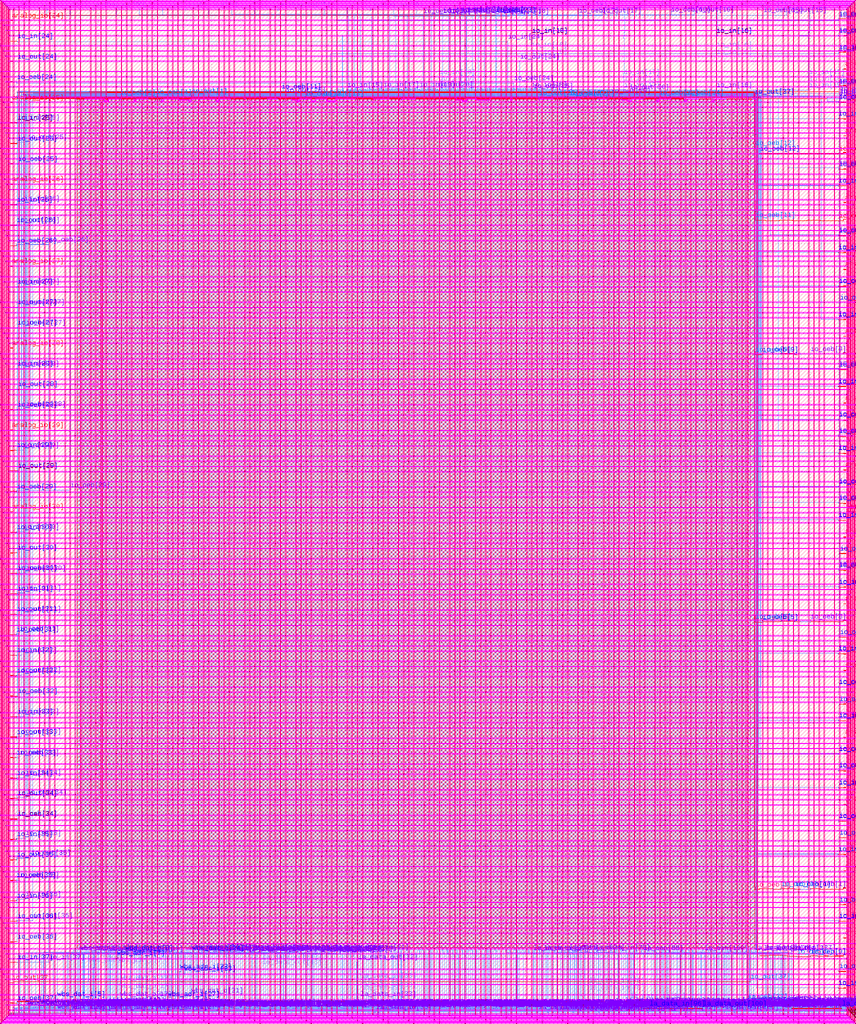
<source format=lef>
VERSION 5.7 ;
  NOWIREEXTENSIONATPIN ON ;
  DIVIDERCHAR "/" ;
  BUSBITCHARS "[]" ;
MACRO user_project_wrapper
  CLASS BLOCK ;
  FOREIGN user_project_wrapper ;
  ORIGIN 0.000 0.000 ;
  SIZE 2920.000 BY 3520.000 ;
  PIN analog_io[0]
    DIRECTION INOUT ;
    PORT
      LAYER met3 ;
        RECT 2917.600 28.980 2924.800 30.180 ;
    END
  END analog_io[0]
  PIN analog_io[10]
    DIRECTION INOUT ;
    PORT
      LAYER met3 ;
        RECT 2917.600 2374.980 2924.800 2376.180 ;
    END
  END analog_io[10]
  PIN analog_io[11]
    DIRECTION INOUT ;
    PORT
      LAYER met3 ;
        RECT 2917.600 2609.580 2924.800 2610.780 ;
    END
  END analog_io[11]
  PIN analog_io[12]
    DIRECTION INOUT ;
    PORT
      LAYER met3 ;
        RECT 2917.600 2844.180 2924.800 2845.380 ;
    END
  END analog_io[12]
  PIN analog_io[13]
    DIRECTION INOUT ;
    PORT
      LAYER met3 ;
        RECT 2917.600 3078.780 2924.800 3079.980 ;
    END
  END analog_io[13]
  PIN analog_io[14]
    DIRECTION INOUT ;
    PORT
      LAYER met3 ;
        RECT 2917.600 3313.380 2924.800 3314.580 ;
    END
  END analog_io[14]
  PIN analog_io[15]
    DIRECTION INOUT ;
    PORT
      LAYER met2 ;
        RECT 2879.090 3517.600 2879.650 3524.800 ;
    END
  END analog_io[15]
  PIN analog_io[16]
    DIRECTION INOUT ;
    PORT
      LAYER met2 ;
        RECT 2554.790 3517.600 2555.350 3524.800 ;
    END
  END analog_io[16]
  PIN analog_io[17]
    DIRECTION INOUT ;
    PORT
      LAYER met2 ;
        RECT 2230.490 3517.600 2231.050 3524.800 ;
    END
  END analog_io[17]
  PIN analog_io[18]
    DIRECTION INOUT ;
    PORT
      LAYER met2 ;
        RECT 1905.730 3517.600 1906.290 3524.800 ;
    END
  END analog_io[18]
  PIN analog_io[19]
    DIRECTION INOUT ;
    PORT
      LAYER met2 ;
        RECT 1581.430 3517.600 1581.990 3524.800 ;
    END
  END analog_io[19]
  PIN analog_io[1]
    DIRECTION INOUT ;
    PORT
      LAYER met3 ;
        RECT 2917.600 263.580 2924.800 264.780 ;
    END
  END analog_io[1]
  PIN analog_io[20]
    DIRECTION INOUT ;
    PORT
      LAYER met2 ;
        RECT 1257.130 3517.600 1257.690 3524.800 ;
    END
  END analog_io[20]
  PIN analog_io[21]
    DIRECTION INOUT ;
    PORT
      LAYER met2 ;
        RECT 932.370 3517.600 932.930 3524.800 ;
    END
  END analog_io[21]
  PIN analog_io[22]
    DIRECTION INOUT ;
    PORT
      LAYER met2 ;
        RECT 608.070 3517.600 608.630 3524.800 ;
    END
  END analog_io[22]
  PIN analog_io[23]
    DIRECTION INOUT ;
    PORT
      LAYER met2 ;
        RECT 283.770 3517.600 284.330 3524.800 ;
    END
  END analog_io[23]
  PIN analog_io[24]
    DIRECTION INOUT ;
    PORT
      LAYER met3 ;
        RECT -4.800 3482.700 2.400 3483.900 ;
    END
  END analog_io[24]
  PIN analog_io[25]
    DIRECTION INOUT ;
    PORT
      LAYER met3 ;
        RECT -4.800 3195.060 2.400 3196.260 ;
    END
  END analog_io[25]
  PIN analog_io[26]
    DIRECTION INOUT ;
    PORT
      LAYER met3 ;
        RECT -4.800 2908.100 2.400 2909.300 ;
    END
  END analog_io[26]
  PIN analog_io[27]
    DIRECTION INOUT ;
    PORT
      LAYER met3 ;
        RECT -4.800 2620.460 2.400 2621.660 ;
    END
  END analog_io[27]
  PIN analog_io[28]
    DIRECTION INOUT ;
    PORT
      LAYER met3 ;
        RECT -4.800 2333.500 2.400 2334.700 ;
    END
  END analog_io[28]
  PIN analog_io[29]
    DIRECTION INOUT ;
    PORT
      LAYER met3 ;
        RECT -4.800 2045.860 2.400 2047.060 ;
    END
  END analog_io[29]
  PIN analog_io[2]
    DIRECTION INOUT ;
    PORT
      LAYER met3 ;
        RECT 2917.600 498.180 2924.800 499.380 ;
    END
  END analog_io[2]
  PIN analog_io[30]
    DIRECTION INOUT ;
    PORT
      LAYER met3 ;
        RECT -4.800 1758.900 2.400 1760.100 ;
    END
  END analog_io[30]
  PIN analog_io[3]
    DIRECTION INOUT ;
    PORT
      LAYER met3 ;
        RECT 2917.600 732.780 2924.800 733.980 ;
    END
  END analog_io[3]
  PIN analog_io[4]
    DIRECTION INOUT ;
    PORT
      LAYER met3 ;
        RECT 2917.600 967.380 2924.800 968.580 ;
    END
  END analog_io[4]
  PIN analog_io[5]
    DIRECTION INOUT ;
    PORT
      LAYER met3 ;
        RECT 2917.600 1201.980 2924.800 1203.180 ;
    END
  END analog_io[5]
  PIN analog_io[6]
    DIRECTION INOUT ;
    PORT
      LAYER met3 ;
        RECT 2917.600 1436.580 2924.800 1437.780 ;
    END
  END analog_io[6]
  PIN analog_io[7]
    DIRECTION INOUT ;
    PORT
      LAYER met3 ;
        RECT 2917.600 1671.180 2924.800 1672.380 ;
    END
  END analog_io[7]
  PIN analog_io[8]
    DIRECTION INOUT ;
    PORT
      LAYER met3 ;
        RECT 2917.600 1905.780 2924.800 1906.980 ;
    END
  END analog_io[8]
  PIN analog_io[9]
    DIRECTION INOUT ;
    PORT
      LAYER met3 ;
        RECT 2917.600 2140.380 2924.800 2141.580 ;
    END
  END analog_io[9]
  PIN io_in[0]
    DIRECTION INPUT ;
    PORT
      LAYER met1 ;
        RECT 229.150 3216.440 229.470 3216.700 ;
        RECT 229.240 3215.960 229.380 3216.440 ;
        RECT 2611.490 3215.960 2611.810 3216.020 ;
        RECT 229.240 3215.820 2611.810 3215.960 ;
        RECT 2611.490 3215.760 2611.810 3215.820 ;
        RECT 2611.490 89.660 2611.810 89.720 ;
        RECT 2898.990 89.660 2899.310 89.720 ;
        RECT 2611.490 89.520 2899.310 89.660 ;
        RECT 2611.490 89.460 2611.810 89.520 ;
        RECT 2898.990 89.460 2899.310 89.520 ;
      LAYER via ;
        RECT 229.180 3216.440 229.440 3216.700 ;
        RECT 2611.520 3215.760 2611.780 3216.020 ;
        RECT 2611.520 89.460 2611.780 89.720 ;
        RECT 2899.020 89.460 2899.280 89.720 ;
      LAYER met2 ;
        RECT 227.840 3216.810 228.120 3220.000 ;
        RECT 227.840 3216.730 229.380 3216.810 ;
        RECT 227.840 3216.670 229.440 3216.730 ;
        RECT 227.840 3216.000 228.120 3216.670 ;
        RECT 229.180 3216.410 229.440 3216.670 ;
        RECT 2611.520 3215.730 2611.780 3216.050 ;
        RECT 2611.580 89.750 2611.720 3215.730 ;
        RECT 2611.520 89.430 2611.780 89.750 ;
        RECT 2899.020 89.430 2899.280 89.750 ;
        RECT 2899.080 88.245 2899.220 89.430 ;
        RECT 2899.010 87.875 2899.290 88.245 ;
      LAYER via2 ;
        RECT 2899.010 87.920 2899.290 88.200 ;
      LAYER met3 ;
        RECT 2898.985 88.210 2899.315 88.225 ;
        RECT 2917.600 88.210 2924.800 88.660 ;
        RECT 2898.985 87.910 2924.800 88.210 ;
        RECT 2898.985 87.895 2899.315 87.910 ;
        RECT 2917.600 87.460 2924.800 87.910 ;
    END
  END io_in[0]
  PIN io_in[10]
    DIRECTION INPUT ;
    PORT
      LAYER met1 ;
        RECT 860.730 3218.680 861.050 3218.740 ;
        RECT 2839.190 3218.680 2839.510 3218.740 ;
        RECT 860.730 3218.540 2839.510 3218.680 ;
        RECT 860.730 3218.480 861.050 3218.540 ;
        RECT 2839.190 3218.480 2839.510 3218.540 ;
        RECT 2839.190 2435.660 2839.510 2435.720 ;
        RECT 2898.070 2435.660 2898.390 2435.720 ;
        RECT 2839.190 2435.520 2898.390 2435.660 ;
        RECT 2839.190 2435.460 2839.510 2435.520 ;
        RECT 2898.070 2435.460 2898.390 2435.520 ;
      LAYER via ;
        RECT 860.760 3218.480 861.020 3218.740 ;
        RECT 2839.220 3218.480 2839.480 3218.740 ;
        RECT 2839.220 2435.460 2839.480 2435.720 ;
        RECT 2898.100 2435.460 2898.360 2435.720 ;
      LAYER met2 ;
        RECT 858.960 3218.850 859.240 3220.000 ;
        RECT 858.960 3218.770 860.960 3218.850 ;
        RECT 858.960 3218.710 861.020 3218.770 ;
        RECT 858.960 3216.000 859.240 3218.710 ;
        RECT 860.760 3218.450 861.020 3218.710 ;
        RECT 2839.220 3218.450 2839.480 3218.770 ;
        RECT 2839.280 2435.750 2839.420 3218.450 ;
        RECT 2839.220 2435.430 2839.480 2435.750 ;
        RECT 2898.100 2435.430 2898.360 2435.750 ;
        RECT 2898.160 2434.245 2898.300 2435.430 ;
        RECT 2898.090 2433.875 2898.370 2434.245 ;
      LAYER via2 ;
        RECT 2898.090 2433.920 2898.370 2434.200 ;
      LAYER met3 ;
        RECT 2898.065 2434.210 2898.395 2434.225 ;
        RECT 2917.600 2434.210 2924.800 2434.660 ;
        RECT 2898.065 2433.910 2924.800 2434.210 ;
        RECT 2898.065 2433.895 2898.395 2433.910 ;
        RECT 2917.600 2433.460 2924.800 2433.910 ;
    END
  END io_in[10]
  PIN io_in[11]
    DIRECTION INPUT ;
    PORT
      LAYER met1 ;
        RECT 922.370 3221.400 922.690 3221.460 ;
        RECT 2617.930 3221.400 2618.250 3221.460 ;
        RECT 922.370 3221.260 2618.250 3221.400 ;
        RECT 922.370 3221.200 922.690 3221.260 ;
        RECT 2617.930 3221.200 2618.250 3221.260 ;
        RECT 2617.930 2670.260 2618.250 2670.320 ;
        RECT 2898.990 2670.260 2899.310 2670.320 ;
        RECT 2617.930 2670.120 2899.310 2670.260 ;
        RECT 2617.930 2670.060 2618.250 2670.120 ;
        RECT 2898.990 2670.060 2899.310 2670.120 ;
      LAYER via ;
        RECT 922.400 3221.200 922.660 3221.460 ;
        RECT 2617.960 3221.200 2618.220 3221.460 ;
        RECT 2617.960 2670.060 2618.220 2670.320 ;
        RECT 2899.020 2670.060 2899.280 2670.320 ;
      LAYER met2 ;
        RECT 922.400 3221.170 922.660 3221.490 ;
        RECT 2617.960 3221.170 2618.220 3221.490 ;
        RECT 922.460 3220.000 922.600 3221.170 ;
        RECT 922.440 3216.000 922.720 3220.000 ;
        RECT 2618.020 2670.350 2618.160 3221.170 ;
        RECT 2617.960 2670.030 2618.220 2670.350 ;
        RECT 2899.020 2670.030 2899.280 2670.350 ;
        RECT 2899.080 2669.525 2899.220 2670.030 ;
        RECT 2899.010 2669.155 2899.290 2669.525 ;
      LAYER via2 ;
        RECT 2899.010 2669.200 2899.290 2669.480 ;
      LAYER met3 ;
        RECT 2898.985 2669.490 2899.315 2669.505 ;
        RECT 2917.600 2669.490 2924.800 2669.940 ;
        RECT 2898.985 2669.190 2924.800 2669.490 ;
        RECT 2898.985 2669.175 2899.315 2669.190 ;
        RECT 2917.600 2668.740 2924.800 2669.190 ;
    END
  END io_in[11]
  PIN io_in[12]
    DIRECTION INPUT ;
    PORT
      LAYER met1 ;
        RECT 985.390 3221.740 985.710 3221.800 ;
        RECT 2617.470 3221.740 2617.790 3221.800 ;
        RECT 985.390 3221.600 2617.790 3221.740 ;
        RECT 985.390 3221.540 985.710 3221.600 ;
        RECT 2617.470 3221.540 2617.790 3221.600 ;
        RECT 2617.470 2904.860 2617.790 2904.920 ;
        RECT 2898.990 2904.860 2899.310 2904.920 ;
        RECT 2617.470 2904.720 2899.310 2904.860 ;
        RECT 2617.470 2904.660 2617.790 2904.720 ;
        RECT 2898.990 2904.660 2899.310 2904.720 ;
      LAYER via ;
        RECT 985.420 3221.540 985.680 3221.800 ;
        RECT 2617.500 3221.540 2617.760 3221.800 ;
        RECT 2617.500 2904.660 2617.760 2904.920 ;
        RECT 2899.020 2904.660 2899.280 2904.920 ;
      LAYER met2 ;
        RECT 985.420 3221.510 985.680 3221.830 ;
        RECT 2617.500 3221.510 2617.760 3221.830 ;
        RECT 985.480 3220.000 985.620 3221.510 ;
        RECT 985.460 3216.000 985.740 3220.000 ;
        RECT 2617.560 2904.950 2617.700 3221.510 ;
        RECT 2617.500 2904.630 2617.760 2904.950 ;
        RECT 2899.020 2904.630 2899.280 2904.950 ;
        RECT 2899.080 2904.125 2899.220 2904.630 ;
        RECT 2899.010 2903.755 2899.290 2904.125 ;
      LAYER via2 ;
        RECT 2899.010 2903.800 2899.290 2904.080 ;
      LAYER met3 ;
        RECT 2898.985 2904.090 2899.315 2904.105 ;
        RECT 2917.600 2904.090 2924.800 2904.540 ;
        RECT 2898.985 2903.790 2924.800 2904.090 ;
        RECT 2898.985 2903.775 2899.315 2903.790 ;
        RECT 2917.600 2903.340 2924.800 2903.790 ;
    END
  END io_in[12]
  PIN io_in[13]
    DIRECTION INPUT ;
    PORT
      LAYER met1 ;
        RECT 1048.410 3222.080 1048.730 3222.140 ;
        RECT 2617.010 3222.080 2617.330 3222.140 ;
        RECT 1048.410 3221.940 2617.330 3222.080 ;
        RECT 1048.410 3221.880 1048.730 3221.940 ;
        RECT 2617.010 3221.880 2617.330 3221.940 ;
        RECT 2617.010 3139.460 2617.330 3139.520 ;
        RECT 2898.990 3139.460 2899.310 3139.520 ;
        RECT 2617.010 3139.320 2899.310 3139.460 ;
        RECT 2617.010 3139.260 2617.330 3139.320 ;
        RECT 2898.990 3139.260 2899.310 3139.320 ;
      LAYER via ;
        RECT 1048.440 3221.880 1048.700 3222.140 ;
        RECT 2617.040 3221.880 2617.300 3222.140 ;
        RECT 2617.040 3139.260 2617.300 3139.520 ;
        RECT 2899.020 3139.260 2899.280 3139.520 ;
      LAYER met2 ;
        RECT 1048.440 3221.850 1048.700 3222.170 ;
        RECT 2617.040 3221.850 2617.300 3222.170 ;
        RECT 1048.500 3220.000 1048.640 3221.850 ;
        RECT 1048.480 3216.000 1048.760 3220.000 ;
        RECT 2617.100 3139.550 2617.240 3221.850 ;
        RECT 2617.040 3139.230 2617.300 3139.550 ;
        RECT 2899.020 3139.230 2899.280 3139.550 ;
        RECT 2617.100 3139.015 2617.240 3139.230 ;
        RECT 2899.080 3138.725 2899.220 3139.230 ;
        RECT 2899.010 3138.355 2899.290 3138.725 ;
      LAYER via2 ;
        RECT 2899.010 3138.400 2899.290 3138.680 ;
      LAYER met3 ;
        RECT 2898.985 3138.690 2899.315 3138.705 ;
        RECT 2917.600 3138.690 2924.800 3139.140 ;
        RECT 2898.985 3138.390 2924.800 3138.690 ;
        RECT 2898.985 3138.375 2899.315 3138.390 ;
        RECT 2917.600 3137.940 2924.800 3138.390 ;
    END
  END io_in[13]
  PIN io_in[14]
    DIRECTION INPUT ;
    PORT
      LAYER met1 ;
        RECT 1117.410 3367.600 1117.730 3367.660 ;
        RECT 2900.830 3367.600 2901.150 3367.660 ;
        RECT 1117.410 3367.460 2901.150 3367.600 ;
        RECT 1117.410 3367.400 1117.730 3367.460 ;
        RECT 2900.830 3367.400 2901.150 3367.460 ;
      LAYER via ;
        RECT 1117.440 3367.400 1117.700 3367.660 ;
        RECT 2900.860 3367.400 2901.120 3367.660 ;
      LAYER met2 ;
        RECT 2900.850 3372.955 2901.130 3373.325 ;
        RECT 2900.920 3367.690 2901.060 3372.955 ;
        RECT 1117.440 3367.370 1117.700 3367.690 ;
        RECT 2900.860 3367.370 2901.120 3367.690 ;
        RECT 1111.960 3218.850 1112.240 3220.000 ;
        RECT 1117.500 3218.850 1117.640 3367.370 ;
        RECT 1111.960 3218.710 1117.640 3218.850 ;
        RECT 1111.960 3216.000 1112.240 3218.710 ;
      LAYER via2 ;
        RECT 2900.850 3373.000 2901.130 3373.280 ;
      LAYER met3 ;
        RECT 2900.825 3373.290 2901.155 3373.305 ;
        RECT 2917.600 3373.290 2924.800 3373.740 ;
        RECT 2900.825 3372.990 2924.800 3373.290 ;
        RECT 2900.825 3372.975 2901.155 3372.990 ;
        RECT 2917.600 3372.540 2924.800 3372.990 ;
    END
  END io_in[14]
  PIN io_in[15]
    DIRECTION INPUT ;
    PORT
      LAYER li1 ;
        RECT 2796.025 3332.765 2796.195 3422.355 ;
        RECT 2795.105 3239.265 2795.275 3284.315 ;
      LAYER mcon ;
        RECT 2796.025 3422.185 2796.195 3422.355 ;
        RECT 2795.105 3284.145 2795.275 3284.315 ;
      LAYER met1 ;
        RECT 2795.490 3443.080 2795.810 3443.140 ;
        RECT 2798.250 3443.080 2798.570 3443.140 ;
        RECT 2795.490 3442.940 2798.570 3443.080 ;
        RECT 2795.490 3442.880 2795.810 3442.940 ;
        RECT 2798.250 3442.880 2798.570 3442.940 ;
        RECT 2795.030 3422.340 2795.350 3422.400 ;
        RECT 2795.965 3422.340 2796.255 3422.385 ;
        RECT 2795.030 3422.200 2796.255 3422.340 ;
        RECT 2795.030 3422.140 2795.350 3422.200 ;
        RECT 2795.965 3422.155 2796.255 3422.200 ;
        RECT 2795.950 3332.920 2796.270 3332.980 ;
        RECT 2795.755 3332.780 2796.270 3332.920 ;
        RECT 2795.950 3332.720 2796.270 3332.780 ;
        RECT 2795.030 3284.300 2795.350 3284.360 ;
        RECT 2794.835 3284.160 2795.350 3284.300 ;
        RECT 2795.030 3284.100 2795.350 3284.160 ;
        RECT 1174.910 3239.420 1175.230 3239.480 ;
        RECT 2795.045 3239.420 2795.335 3239.465 ;
        RECT 1174.910 3239.280 2795.335 3239.420 ;
        RECT 1174.910 3239.220 1175.230 3239.280 ;
        RECT 2795.045 3239.235 2795.335 3239.280 ;
      LAYER via ;
        RECT 2795.520 3442.880 2795.780 3443.140 ;
        RECT 2798.280 3442.880 2798.540 3443.140 ;
        RECT 2795.060 3422.140 2795.320 3422.400 ;
        RECT 2795.980 3332.720 2796.240 3332.980 ;
        RECT 2795.060 3284.100 2795.320 3284.360 ;
        RECT 1174.940 3239.220 1175.200 3239.480 ;
      LAYER met2 ;
        RECT 2798.130 3517.600 2798.690 3524.800 ;
        RECT 2798.340 3443.170 2798.480 3517.600 ;
        RECT 2795.520 3442.850 2795.780 3443.170 ;
        RECT 2798.280 3442.850 2798.540 3443.170 ;
        RECT 2795.580 3429.650 2795.720 3442.850 ;
        RECT 2795.120 3429.510 2795.720 3429.650 ;
        RECT 2795.120 3422.430 2795.260 3429.510 ;
        RECT 2795.060 3422.110 2795.320 3422.430 ;
        RECT 2795.980 3332.690 2796.240 3333.010 ;
        RECT 2796.040 3298.410 2796.180 3332.690 ;
        RECT 2795.120 3298.270 2796.180 3298.410 ;
        RECT 2795.120 3284.390 2795.260 3298.270 ;
        RECT 2795.060 3284.070 2795.320 3284.390 ;
        RECT 1174.940 3239.190 1175.200 3239.510 ;
        RECT 1175.000 3220.000 1175.140 3239.190 ;
        RECT 1174.980 3216.000 1175.260 3220.000 ;
    END
  END io_in[15]
  PIN io_in[16]
    DIRECTION INPUT ;
    PORT
      LAYER li1 ;
        RECT 2470.345 3332.765 2470.515 3380.875 ;
      LAYER mcon ;
        RECT 2470.345 3380.705 2470.515 3380.875 ;
      LAYER met1 ;
        RECT 2470.270 3380.860 2470.590 3380.920 ;
        RECT 2470.075 3380.720 2470.590 3380.860 ;
        RECT 2470.270 3380.660 2470.590 3380.720 ;
        RECT 2470.285 3332.920 2470.575 3332.965 ;
        RECT 2470.730 3332.920 2471.050 3332.980 ;
        RECT 2470.285 3332.780 2471.050 3332.920 ;
        RECT 2470.285 3332.735 2470.575 3332.780 ;
        RECT 2470.730 3332.720 2471.050 3332.780 ;
        RECT 2470.270 3270.700 2470.590 3270.760 ;
        RECT 2471.190 3270.700 2471.510 3270.760 ;
        RECT 2470.270 3270.560 2471.510 3270.700 ;
        RECT 2470.270 3270.500 2470.590 3270.560 ;
        RECT 2471.190 3270.500 2471.510 3270.560 ;
        RECT 1237.930 3239.760 1238.250 3239.820 ;
        RECT 2470.270 3239.760 2470.590 3239.820 ;
        RECT 1237.930 3239.620 2470.590 3239.760 ;
        RECT 1237.930 3239.560 1238.250 3239.620 ;
        RECT 2470.270 3239.560 2470.590 3239.620 ;
      LAYER via ;
        RECT 2470.300 3380.660 2470.560 3380.920 ;
        RECT 2470.760 3332.720 2471.020 3332.980 ;
        RECT 2470.300 3270.500 2470.560 3270.760 ;
        RECT 2471.220 3270.500 2471.480 3270.760 ;
        RECT 1237.960 3239.560 1238.220 3239.820 ;
        RECT 2470.300 3239.560 2470.560 3239.820 ;
      LAYER met2 ;
        RECT 2473.830 3517.600 2474.390 3524.800 ;
        RECT 2474.040 3517.370 2474.180 3517.600 ;
        RECT 2474.040 3517.230 2474.640 3517.370 ;
        RECT 2474.500 3430.445 2474.640 3517.230 ;
        RECT 2474.430 3430.075 2474.710 3430.445 ;
        RECT 2471.210 3429.395 2471.490 3429.765 ;
        RECT 2471.280 3394.970 2471.420 3429.395 ;
        RECT 2470.360 3394.830 2471.420 3394.970 ;
        RECT 2470.360 3380.950 2470.500 3394.830 ;
        RECT 2470.300 3380.630 2470.560 3380.950 ;
        RECT 2470.760 3332.690 2471.020 3333.010 ;
        RECT 2470.820 3298.410 2470.960 3332.690 ;
        RECT 2470.820 3298.270 2471.420 3298.410 ;
        RECT 2471.280 3270.790 2471.420 3298.270 ;
        RECT 2470.300 3270.470 2470.560 3270.790 ;
        RECT 2471.220 3270.470 2471.480 3270.790 ;
        RECT 2470.360 3239.850 2470.500 3270.470 ;
        RECT 1237.960 3239.530 1238.220 3239.850 ;
        RECT 2470.300 3239.530 2470.560 3239.850 ;
        RECT 1238.020 3220.000 1238.160 3239.530 ;
        RECT 1238.000 3216.000 1238.280 3220.000 ;
      LAYER via2 ;
        RECT 2474.430 3430.120 2474.710 3430.400 ;
        RECT 2471.210 3429.440 2471.490 3429.720 ;
      LAYER met3 ;
        RECT 2474.405 3430.410 2474.735 3430.425 ;
        RECT 2470.510 3430.110 2474.735 3430.410 ;
        RECT 2470.510 3429.730 2470.810 3430.110 ;
        RECT 2474.405 3430.095 2474.735 3430.110 ;
        RECT 2471.185 3429.730 2471.515 3429.745 ;
        RECT 2470.510 3429.430 2471.515 3429.730 ;
        RECT 2471.185 3429.415 2471.515 3429.430 ;
    END
  END io_in[16]
  PIN io_in[17]
    DIRECTION INPUT ;
    PORT
      LAYER li1 ;
        RECT 2147.425 3332.765 2147.595 3422.355 ;
        RECT 2146.505 3239.945 2146.675 3284.315 ;
      LAYER mcon ;
        RECT 2147.425 3422.185 2147.595 3422.355 ;
        RECT 2146.505 3284.145 2146.675 3284.315 ;
      LAYER met1 ;
        RECT 2146.890 3443.080 2147.210 3443.140 ;
        RECT 2149.190 3443.080 2149.510 3443.140 ;
        RECT 2146.890 3442.940 2149.510 3443.080 ;
        RECT 2146.890 3442.880 2147.210 3442.940 ;
        RECT 2149.190 3442.880 2149.510 3442.940 ;
        RECT 2146.430 3422.340 2146.750 3422.400 ;
        RECT 2147.365 3422.340 2147.655 3422.385 ;
        RECT 2146.430 3422.200 2147.655 3422.340 ;
        RECT 2146.430 3422.140 2146.750 3422.200 ;
        RECT 2147.365 3422.155 2147.655 3422.200 ;
        RECT 2147.350 3332.920 2147.670 3332.980 ;
        RECT 2147.155 3332.780 2147.670 3332.920 ;
        RECT 2147.350 3332.720 2147.670 3332.780 ;
        RECT 2146.430 3284.300 2146.750 3284.360 ;
        RECT 2146.235 3284.160 2146.750 3284.300 ;
        RECT 2146.430 3284.100 2146.750 3284.160 ;
        RECT 1300.950 3240.100 1301.270 3240.160 ;
        RECT 2146.445 3240.100 2146.735 3240.145 ;
        RECT 1300.950 3239.960 2146.735 3240.100 ;
        RECT 1300.950 3239.900 1301.270 3239.960 ;
        RECT 2146.445 3239.915 2146.735 3239.960 ;
      LAYER via ;
        RECT 2146.920 3442.880 2147.180 3443.140 ;
        RECT 2149.220 3442.880 2149.480 3443.140 ;
        RECT 2146.460 3422.140 2146.720 3422.400 ;
        RECT 2147.380 3332.720 2147.640 3332.980 ;
        RECT 2146.460 3284.100 2146.720 3284.360 ;
        RECT 1300.980 3239.900 1301.240 3240.160 ;
      LAYER met2 ;
        RECT 2149.070 3517.600 2149.630 3524.800 ;
        RECT 2149.280 3443.170 2149.420 3517.600 ;
        RECT 2146.920 3442.850 2147.180 3443.170 ;
        RECT 2149.220 3442.850 2149.480 3443.170 ;
        RECT 2146.980 3429.650 2147.120 3442.850 ;
        RECT 2146.520 3429.510 2147.120 3429.650 ;
        RECT 2146.520 3422.430 2146.660 3429.510 ;
        RECT 2146.460 3422.110 2146.720 3422.430 ;
        RECT 2147.380 3332.690 2147.640 3333.010 ;
        RECT 2147.440 3298.410 2147.580 3332.690 ;
        RECT 2146.520 3298.270 2147.580 3298.410 ;
        RECT 2146.520 3284.390 2146.660 3298.270 ;
        RECT 2146.460 3284.070 2146.720 3284.390 ;
        RECT 1300.980 3239.870 1301.240 3240.190 ;
        RECT 1301.040 3220.000 1301.180 3239.870 ;
        RECT 1301.020 3216.000 1301.300 3220.000 ;
    END
  END io_in[17]
  PIN io_in[18]
    DIRECTION INPUT ;
    PORT
      LAYER li1 ;
        RECT 1821.745 3332.765 1821.915 3380.875 ;
      LAYER mcon ;
        RECT 1821.745 3380.705 1821.915 3380.875 ;
      LAYER met1 ;
        RECT 1821.670 3380.860 1821.990 3380.920 ;
        RECT 1821.475 3380.720 1821.990 3380.860 ;
        RECT 1821.670 3380.660 1821.990 3380.720 ;
        RECT 1821.685 3332.920 1821.975 3332.965 ;
        RECT 1822.130 3332.920 1822.450 3332.980 ;
        RECT 1821.685 3332.780 1822.450 3332.920 ;
        RECT 1821.685 3332.735 1821.975 3332.780 ;
        RECT 1822.130 3332.720 1822.450 3332.780 ;
        RECT 1821.670 3270.700 1821.990 3270.760 ;
        RECT 1822.590 3270.700 1822.910 3270.760 ;
        RECT 1821.670 3270.560 1822.910 3270.700 ;
        RECT 1821.670 3270.500 1821.990 3270.560 ;
        RECT 1822.590 3270.500 1822.910 3270.560 ;
        RECT 1364.430 3240.440 1364.750 3240.500 ;
        RECT 1821.670 3240.440 1821.990 3240.500 ;
        RECT 1364.430 3240.300 1821.990 3240.440 ;
        RECT 1364.430 3240.240 1364.750 3240.300 ;
        RECT 1821.670 3240.240 1821.990 3240.300 ;
      LAYER via ;
        RECT 1821.700 3380.660 1821.960 3380.920 ;
        RECT 1822.160 3332.720 1822.420 3332.980 ;
        RECT 1821.700 3270.500 1821.960 3270.760 ;
        RECT 1822.620 3270.500 1822.880 3270.760 ;
        RECT 1364.460 3240.240 1364.720 3240.500 ;
        RECT 1821.700 3240.240 1821.960 3240.500 ;
      LAYER met2 ;
        RECT 1824.770 3517.600 1825.330 3524.800 ;
        RECT 1824.980 3517.370 1825.120 3517.600 ;
        RECT 1824.980 3517.230 1825.580 3517.370 ;
        RECT 1825.440 3430.445 1825.580 3517.230 ;
        RECT 1825.370 3430.075 1825.650 3430.445 ;
        RECT 1822.610 3429.395 1822.890 3429.765 ;
        RECT 1822.680 3394.970 1822.820 3429.395 ;
        RECT 1821.760 3394.830 1822.820 3394.970 ;
        RECT 1821.760 3380.950 1821.900 3394.830 ;
        RECT 1821.700 3380.630 1821.960 3380.950 ;
        RECT 1822.160 3332.690 1822.420 3333.010 ;
        RECT 1822.220 3298.410 1822.360 3332.690 ;
        RECT 1822.220 3298.270 1822.820 3298.410 ;
        RECT 1822.680 3270.790 1822.820 3298.270 ;
        RECT 1821.700 3270.470 1821.960 3270.790 ;
        RECT 1822.620 3270.470 1822.880 3270.790 ;
        RECT 1821.760 3240.530 1821.900 3270.470 ;
        RECT 1364.460 3240.210 1364.720 3240.530 ;
        RECT 1821.700 3240.210 1821.960 3240.530 ;
        RECT 1364.520 3220.000 1364.660 3240.210 ;
        RECT 1364.500 3216.000 1364.780 3220.000 ;
      LAYER via2 ;
        RECT 1825.370 3430.120 1825.650 3430.400 ;
        RECT 1822.610 3429.440 1822.890 3429.720 ;
      LAYER met3 ;
        RECT 1825.345 3430.410 1825.675 3430.425 ;
        RECT 1821.910 3430.110 1825.675 3430.410 ;
        RECT 1821.910 3429.730 1822.210 3430.110 ;
        RECT 1825.345 3430.095 1825.675 3430.110 ;
        RECT 1822.585 3429.730 1822.915 3429.745 ;
        RECT 1821.910 3429.430 1822.915 3429.730 ;
        RECT 1822.585 3429.415 1822.915 3429.430 ;
    END
  END io_in[18]
  PIN io_in[19]
    DIRECTION INPUT ;
    PORT
      LAYER li1 ;
        RECT 1498.825 3332.765 1498.995 3422.355 ;
        RECT 1498.825 3284.825 1498.995 3298.595 ;
        RECT 1497.905 3240.965 1498.075 3284.315 ;
      LAYER mcon ;
        RECT 1498.825 3422.185 1498.995 3422.355 ;
        RECT 1498.825 3298.425 1498.995 3298.595 ;
        RECT 1497.905 3284.145 1498.075 3284.315 ;
      LAYER met1 ;
        RECT 1498.290 3443.080 1498.610 3443.140 ;
        RECT 1500.590 3443.080 1500.910 3443.140 ;
        RECT 1498.290 3442.940 1500.910 3443.080 ;
        RECT 1498.290 3442.880 1498.610 3442.940 ;
        RECT 1500.590 3442.880 1500.910 3442.940 ;
        RECT 1497.830 3422.340 1498.150 3422.400 ;
        RECT 1498.765 3422.340 1499.055 3422.385 ;
        RECT 1497.830 3422.200 1499.055 3422.340 ;
        RECT 1497.830 3422.140 1498.150 3422.200 ;
        RECT 1498.765 3422.155 1499.055 3422.200 ;
        RECT 1498.750 3332.920 1499.070 3332.980 ;
        RECT 1498.555 3332.780 1499.070 3332.920 ;
        RECT 1498.750 3332.720 1499.070 3332.780 ;
        RECT 1498.750 3298.580 1499.070 3298.640 ;
        RECT 1498.555 3298.440 1499.070 3298.580 ;
        RECT 1498.750 3298.380 1499.070 3298.440 ;
        RECT 1498.290 3284.980 1498.610 3285.040 ;
        RECT 1498.765 3284.980 1499.055 3285.025 ;
        RECT 1498.290 3284.840 1499.055 3284.980 ;
        RECT 1498.290 3284.780 1498.610 3284.840 ;
        RECT 1498.765 3284.795 1499.055 3284.840 ;
        RECT 1497.830 3284.300 1498.150 3284.360 ;
        RECT 1497.635 3284.160 1498.150 3284.300 ;
        RECT 1497.830 3284.100 1498.150 3284.160 ;
        RECT 1427.450 3241.120 1427.770 3241.180 ;
        RECT 1497.845 3241.120 1498.135 3241.165 ;
        RECT 1427.450 3240.980 1498.135 3241.120 ;
        RECT 1427.450 3240.920 1427.770 3240.980 ;
        RECT 1497.845 3240.935 1498.135 3240.980 ;
      LAYER via ;
        RECT 1498.320 3442.880 1498.580 3443.140 ;
        RECT 1500.620 3442.880 1500.880 3443.140 ;
        RECT 1497.860 3422.140 1498.120 3422.400 ;
        RECT 1498.780 3332.720 1499.040 3332.980 ;
        RECT 1498.780 3298.380 1499.040 3298.640 ;
        RECT 1498.320 3284.780 1498.580 3285.040 ;
        RECT 1497.860 3284.100 1498.120 3284.360 ;
        RECT 1427.480 3240.920 1427.740 3241.180 ;
      LAYER met2 ;
        RECT 1500.470 3517.600 1501.030 3524.800 ;
        RECT 1500.680 3443.170 1500.820 3517.600 ;
        RECT 1498.320 3442.850 1498.580 3443.170 ;
        RECT 1500.620 3442.850 1500.880 3443.170 ;
        RECT 1498.380 3429.650 1498.520 3442.850 ;
        RECT 1497.920 3429.510 1498.520 3429.650 ;
        RECT 1497.920 3422.430 1498.060 3429.510 ;
        RECT 1497.860 3422.110 1498.120 3422.430 ;
        RECT 1498.780 3332.690 1499.040 3333.010 ;
        RECT 1498.840 3298.670 1498.980 3332.690 ;
        RECT 1498.780 3298.350 1499.040 3298.670 ;
        RECT 1498.320 3284.810 1498.580 3285.070 ;
        RECT 1497.920 3284.750 1498.580 3284.810 ;
        RECT 1497.920 3284.670 1498.520 3284.750 ;
        RECT 1497.920 3284.390 1498.060 3284.670 ;
        RECT 1497.860 3284.070 1498.120 3284.390 ;
        RECT 1427.480 3240.890 1427.740 3241.210 ;
        RECT 1427.540 3220.000 1427.680 3240.890 ;
        RECT 1427.520 3216.000 1427.800 3220.000 ;
    END
  END io_in[19]
  PIN io_in[1]
    DIRECTION INPUT ;
    PORT
      LAYER met1 ;
        RECT 292.170 3216.640 292.490 3216.700 ;
        RECT 2611.950 3216.640 2612.270 3216.700 ;
        RECT 292.170 3216.500 2612.270 3216.640 ;
        RECT 292.170 3216.440 292.490 3216.500 ;
        RECT 2611.950 3216.440 2612.270 3216.500 ;
        RECT 2612.410 324.260 2612.730 324.320 ;
        RECT 2900.830 324.260 2901.150 324.320 ;
        RECT 2612.410 324.120 2901.150 324.260 ;
        RECT 2612.410 324.060 2612.730 324.120 ;
        RECT 2900.830 324.060 2901.150 324.120 ;
      LAYER via ;
        RECT 292.200 3216.440 292.460 3216.700 ;
        RECT 2611.980 3216.440 2612.240 3216.700 ;
        RECT 2612.440 324.060 2612.700 324.320 ;
        RECT 2900.860 324.060 2901.120 324.320 ;
      LAYER met2 ;
        RECT 290.860 3216.810 291.140 3220.000 ;
        RECT 290.860 3216.730 292.400 3216.810 ;
        RECT 290.860 3216.670 292.460 3216.730 ;
        RECT 290.860 3216.000 291.140 3216.670 ;
        RECT 292.200 3216.410 292.460 3216.670 ;
        RECT 2611.980 3216.410 2612.240 3216.730 ;
        RECT 2612.040 330.890 2612.180 3216.410 ;
        RECT 2612.040 330.750 2612.640 330.890 ;
        RECT 2612.500 324.350 2612.640 330.750 ;
        RECT 2612.440 324.030 2612.700 324.350 ;
        RECT 2900.860 324.030 2901.120 324.350 ;
        RECT 2900.920 322.845 2901.060 324.030 ;
        RECT 2900.850 322.475 2901.130 322.845 ;
      LAYER via2 ;
        RECT 2900.850 322.520 2901.130 322.800 ;
      LAYER met3 ;
        RECT 2900.825 322.810 2901.155 322.825 ;
        RECT 2917.600 322.810 2924.800 323.260 ;
        RECT 2900.825 322.510 2924.800 322.810 ;
        RECT 2900.825 322.495 2901.155 322.510 ;
        RECT 2917.600 322.060 2924.800 322.510 ;
    END
  END io_in[1]
  PIN io_in[20]
    DIRECTION INPUT ;
    PORT
      LAYER met1 ;
        RECT 1175.830 3498.500 1176.150 3498.560 ;
        RECT 1179.510 3498.500 1179.830 3498.560 ;
        RECT 1175.830 3498.360 1179.830 3498.500 ;
        RECT 1175.830 3498.300 1176.150 3498.360 ;
        RECT 1179.510 3498.300 1179.830 3498.360 ;
        RECT 1179.510 3240.780 1179.830 3240.840 ;
        RECT 1490.470 3240.780 1490.790 3240.840 ;
        RECT 1179.510 3240.640 1490.790 3240.780 ;
        RECT 1179.510 3240.580 1179.830 3240.640 ;
        RECT 1490.470 3240.580 1490.790 3240.640 ;
      LAYER via ;
        RECT 1175.860 3498.300 1176.120 3498.560 ;
        RECT 1179.540 3498.300 1179.800 3498.560 ;
        RECT 1179.540 3240.580 1179.800 3240.840 ;
        RECT 1490.500 3240.580 1490.760 3240.840 ;
      LAYER met2 ;
        RECT 1175.710 3517.600 1176.270 3524.800 ;
        RECT 1175.920 3498.590 1176.060 3517.600 ;
        RECT 1175.860 3498.270 1176.120 3498.590 ;
        RECT 1179.540 3498.270 1179.800 3498.590 ;
        RECT 1179.600 3240.870 1179.740 3498.270 ;
        RECT 1179.540 3240.550 1179.800 3240.870 ;
        RECT 1490.500 3240.550 1490.760 3240.870 ;
        RECT 1490.560 3220.000 1490.700 3240.550 ;
        RECT 1490.540 3216.000 1490.820 3220.000 ;
    END
  END io_in[20]
  PIN io_in[21]
    DIRECTION INPUT ;
    PORT
      LAYER met1 ;
        RECT 851.530 3500.880 851.850 3500.940 ;
        RECT 1552.570 3500.880 1552.890 3500.940 ;
        RECT 851.530 3500.740 1552.890 3500.880 ;
        RECT 851.530 3500.680 851.850 3500.740 ;
        RECT 1552.570 3500.680 1552.890 3500.740 ;
      LAYER via ;
        RECT 851.560 3500.680 851.820 3500.940 ;
        RECT 1552.600 3500.680 1552.860 3500.940 ;
      LAYER met2 ;
        RECT 851.410 3517.600 851.970 3524.800 ;
        RECT 851.620 3500.970 851.760 3517.600 ;
        RECT 851.560 3500.650 851.820 3500.970 ;
        RECT 1552.600 3500.650 1552.860 3500.970 ;
        RECT 1552.660 3219.530 1552.800 3500.650 ;
        RECT 1554.020 3219.530 1554.300 3220.000 ;
        RECT 1552.660 3219.390 1554.300 3219.530 ;
        RECT 1554.020 3216.000 1554.300 3219.390 ;
    END
  END io_in[21]
  PIN io_in[22]
    DIRECTION INPUT ;
    PORT
      LAYER met1 ;
        RECT 527.230 3503.940 527.550 3504.000 ;
        RECT 1614.670 3503.940 1614.990 3504.000 ;
        RECT 527.230 3503.800 1614.990 3503.940 ;
        RECT 527.230 3503.740 527.550 3503.800 ;
        RECT 1614.670 3503.740 1614.990 3503.800 ;
      LAYER via ;
        RECT 527.260 3503.740 527.520 3504.000 ;
        RECT 1614.700 3503.740 1614.960 3504.000 ;
      LAYER met2 ;
        RECT 527.110 3517.600 527.670 3524.800 ;
        RECT 527.320 3504.030 527.460 3517.600 ;
        RECT 527.260 3503.710 527.520 3504.030 ;
        RECT 1614.700 3503.710 1614.960 3504.030 ;
        RECT 1614.760 3218.850 1614.900 3503.710 ;
        RECT 1617.040 3218.850 1617.320 3220.000 ;
        RECT 1614.760 3218.710 1617.320 3218.850 ;
        RECT 1617.040 3216.000 1617.320 3218.710 ;
    END
  END io_in[22]
  PIN io_in[23]
    DIRECTION INPUT ;
    PORT
      LAYER met1 ;
        RECT 202.470 3502.240 202.790 3502.300 ;
        RECT 1676.770 3502.240 1677.090 3502.300 ;
        RECT 202.470 3502.100 1677.090 3502.240 ;
        RECT 202.470 3502.040 202.790 3502.100 ;
        RECT 1676.770 3502.040 1677.090 3502.100 ;
      LAYER via ;
        RECT 202.500 3502.040 202.760 3502.300 ;
        RECT 1676.800 3502.040 1677.060 3502.300 ;
      LAYER met2 ;
        RECT 202.350 3517.600 202.910 3524.800 ;
        RECT 202.560 3502.330 202.700 3517.600 ;
        RECT 202.500 3502.010 202.760 3502.330 ;
        RECT 1676.800 3502.010 1677.060 3502.330 ;
        RECT 1676.860 3218.850 1677.000 3502.010 ;
        RECT 1680.060 3218.850 1680.340 3220.000 ;
        RECT 1676.860 3218.710 1680.340 3218.850 ;
        RECT 1680.060 3216.000 1680.340 3218.710 ;
    END
  END io_in[23]
  PIN io_in[24]
    DIRECTION INPUT ;
    PORT
      LAYER met1 ;
        RECT 17.550 3408.740 17.870 3408.800 ;
        RECT 1738.870 3408.740 1739.190 3408.800 ;
        RECT 17.550 3408.600 1739.190 3408.740 ;
        RECT 17.550 3408.540 17.870 3408.600 ;
        RECT 1738.870 3408.540 1739.190 3408.600 ;
      LAYER via ;
        RECT 17.580 3408.540 17.840 3408.800 ;
        RECT 1738.900 3408.540 1739.160 3408.800 ;
      LAYER met2 ;
        RECT 17.570 3411.035 17.850 3411.405 ;
        RECT 17.640 3408.830 17.780 3411.035 ;
        RECT 17.580 3408.510 17.840 3408.830 ;
        RECT 1738.900 3408.510 1739.160 3408.830 ;
        RECT 1738.960 3218.850 1739.100 3408.510 ;
        RECT 1743.080 3218.850 1743.360 3220.000 ;
        RECT 1738.960 3218.710 1743.360 3218.850 ;
        RECT 1743.080 3216.000 1743.360 3218.710 ;
      LAYER via2 ;
        RECT 17.570 3411.080 17.850 3411.360 ;
      LAYER met3 ;
        RECT -4.800 3411.370 2.400 3411.820 ;
        RECT 17.545 3411.370 17.875 3411.385 ;
        RECT -4.800 3411.070 17.875 3411.370 ;
        RECT -4.800 3410.620 2.400 3411.070 ;
        RECT 17.545 3411.055 17.875 3411.070 ;
    END
  END io_in[24]
  PIN io_in[25]
    DIRECTION INPUT ;
    PORT
      LAYER met1 ;
        RECT 40.550 3220.380 40.870 3220.440 ;
        RECT 1806.490 3220.380 1806.810 3220.440 ;
        RECT 40.550 3220.240 1806.810 3220.380 ;
        RECT 40.550 3220.180 40.870 3220.240 ;
        RECT 1806.490 3220.180 1806.810 3220.240 ;
        RECT 16.630 3124.500 16.950 3124.560 ;
        RECT 40.550 3124.500 40.870 3124.560 ;
        RECT 16.630 3124.360 40.870 3124.500 ;
        RECT 16.630 3124.300 16.950 3124.360 ;
        RECT 40.550 3124.300 40.870 3124.360 ;
      LAYER via ;
        RECT 40.580 3220.180 40.840 3220.440 ;
        RECT 1806.520 3220.180 1806.780 3220.440 ;
        RECT 16.660 3124.300 16.920 3124.560 ;
        RECT 40.580 3124.300 40.840 3124.560 ;
      LAYER met2 ;
        RECT 40.580 3220.150 40.840 3220.470 ;
        RECT 1806.520 3220.150 1806.780 3220.470 ;
        RECT 40.640 3124.590 40.780 3220.150 ;
        RECT 1806.580 3220.000 1806.720 3220.150 ;
        RECT 1806.560 3216.000 1806.840 3220.000 ;
        RECT 16.660 3124.445 16.920 3124.590 ;
        RECT 16.650 3124.075 16.930 3124.445 ;
        RECT 40.580 3124.270 40.840 3124.590 ;
      LAYER via2 ;
        RECT 16.650 3124.120 16.930 3124.400 ;
      LAYER met3 ;
        RECT -4.800 3124.410 2.400 3124.860 ;
        RECT 16.625 3124.410 16.955 3124.425 ;
        RECT -4.800 3124.110 16.955 3124.410 ;
        RECT -4.800 3123.660 2.400 3124.110 ;
        RECT 16.625 3124.095 16.955 3124.110 ;
    END
  END io_in[25]
  PIN io_in[26]
    DIRECTION INPUT ;
    PORT
      LAYER met1 ;
        RECT 40.090 3220.040 40.410 3220.100 ;
        RECT 1867.670 3220.040 1867.990 3220.100 ;
        RECT 40.090 3219.900 1867.990 3220.040 ;
        RECT 40.090 3219.840 40.410 3219.900 ;
        RECT 1867.670 3219.840 1867.990 3219.900 ;
        RECT 16.170 2840.600 16.490 2840.660 ;
        RECT 40.090 2840.600 40.410 2840.660 ;
        RECT 16.170 2840.460 40.410 2840.600 ;
        RECT 16.170 2840.400 16.490 2840.460 ;
        RECT 40.090 2840.400 40.410 2840.460 ;
      LAYER via ;
        RECT 40.120 3219.840 40.380 3220.100 ;
        RECT 1867.700 3219.840 1867.960 3220.100 ;
        RECT 16.200 2840.400 16.460 2840.660 ;
        RECT 40.120 2840.400 40.380 2840.660 ;
      LAYER met2 ;
        RECT 40.120 3219.810 40.380 3220.130 ;
        RECT 1867.700 3219.810 1867.960 3220.130 ;
        RECT 40.180 2840.690 40.320 3219.810 ;
        RECT 1867.760 3219.530 1867.900 3219.810 ;
        RECT 1869.580 3219.530 1869.860 3220.000 ;
        RECT 1867.760 3219.390 1869.860 3219.530 ;
        RECT 1869.580 3216.000 1869.860 3219.390 ;
        RECT 16.200 2840.370 16.460 2840.690 ;
        RECT 40.120 2840.370 40.380 2840.690 ;
        RECT 16.260 2836.805 16.400 2840.370 ;
        RECT 16.190 2836.435 16.470 2836.805 ;
      LAYER via2 ;
        RECT 16.190 2836.480 16.470 2836.760 ;
      LAYER met3 ;
        RECT -4.800 2836.770 2.400 2837.220 ;
        RECT 16.165 2836.770 16.495 2836.785 ;
        RECT -4.800 2836.470 16.495 2836.770 ;
        RECT -4.800 2836.020 2.400 2836.470 ;
        RECT 16.165 2836.455 16.495 2836.470 ;
    END
  END io_in[26]
  PIN io_in[27]
    DIRECTION INPUT ;
    PORT
      LAYER met1 ;
        RECT 39.630 3227.520 39.950 3227.580 ;
        RECT 1932.530 3227.520 1932.850 3227.580 ;
        RECT 39.630 3227.380 1932.850 3227.520 ;
        RECT 39.630 3227.320 39.950 3227.380 ;
        RECT 1932.530 3227.320 1932.850 3227.380 ;
        RECT 16.630 2549.900 16.950 2549.960 ;
        RECT 39.630 2549.900 39.950 2549.960 ;
        RECT 16.630 2549.760 39.950 2549.900 ;
        RECT 16.630 2549.700 16.950 2549.760 ;
        RECT 39.630 2549.700 39.950 2549.760 ;
      LAYER via ;
        RECT 39.660 3227.320 39.920 3227.580 ;
        RECT 1932.560 3227.320 1932.820 3227.580 ;
        RECT 16.660 2549.700 16.920 2549.960 ;
        RECT 39.660 2549.700 39.920 2549.960 ;
      LAYER met2 ;
        RECT 39.660 3227.290 39.920 3227.610 ;
        RECT 1932.560 3227.290 1932.820 3227.610 ;
        RECT 39.720 2549.990 39.860 3227.290 ;
        RECT 1932.620 3220.000 1932.760 3227.290 ;
        RECT 1932.600 3216.000 1932.880 3220.000 ;
        RECT 16.660 2549.845 16.920 2549.990 ;
        RECT 16.650 2549.475 16.930 2549.845 ;
        RECT 39.660 2549.670 39.920 2549.990 ;
      LAYER via2 ;
        RECT 16.650 2549.520 16.930 2549.800 ;
      LAYER met3 ;
        RECT -4.800 2549.810 2.400 2550.260 ;
        RECT 16.625 2549.810 16.955 2549.825 ;
        RECT -4.800 2549.510 16.955 2549.810 ;
        RECT -4.800 2549.060 2.400 2549.510 ;
        RECT 16.625 2549.495 16.955 2549.510 ;
    END
  END io_in[27]
  PIN io_in[28]
    DIRECTION INPUT ;
    PORT
      LAYER met1 ;
        RECT 39.170 3226.840 39.490 3226.900 ;
        RECT 1996.010 3226.840 1996.330 3226.900 ;
        RECT 39.170 3226.700 1996.330 3226.840 ;
        RECT 39.170 3226.640 39.490 3226.700 ;
        RECT 1996.010 3226.640 1996.330 3226.700 ;
        RECT 16.630 2262.600 16.950 2262.660 ;
        RECT 39.170 2262.600 39.490 2262.660 ;
        RECT 16.630 2262.460 39.490 2262.600 ;
        RECT 16.630 2262.400 16.950 2262.460 ;
        RECT 39.170 2262.400 39.490 2262.460 ;
      LAYER via ;
        RECT 39.200 3226.640 39.460 3226.900 ;
        RECT 1996.040 3226.640 1996.300 3226.900 ;
        RECT 16.660 2262.400 16.920 2262.660 ;
        RECT 39.200 2262.400 39.460 2262.660 ;
      LAYER met2 ;
        RECT 39.200 3226.610 39.460 3226.930 ;
        RECT 1996.040 3226.610 1996.300 3226.930 ;
        RECT 39.260 2262.690 39.400 3226.610 ;
        RECT 1996.100 3220.000 1996.240 3226.610 ;
        RECT 1996.080 3216.000 1996.360 3220.000 ;
        RECT 16.660 2262.370 16.920 2262.690 ;
        RECT 39.200 2262.370 39.460 2262.690 ;
        RECT 16.720 2262.205 16.860 2262.370 ;
        RECT 16.650 2261.835 16.930 2262.205 ;
      LAYER via2 ;
        RECT 16.650 2261.880 16.930 2262.160 ;
      LAYER met3 ;
        RECT -4.800 2262.170 2.400 2262.620 ;
        RECT 16.625 2262.170 16.955 2262.185 ;
        RECT -4.800 2261.870 16.955 2262.170 ;
        RECT -4.800 2261.420 2.400 2261.870 ;
        RECT 16.625 2261.855 16.955 2261.870 ;
    END
  END io_in[28]
  PIN io_in[29]
    DIRECTION INPUT ;
    PORT
      LAYER met1 ;
        RECT 38.710 3226.500 39.030 3226.560 ;
        RECT 2059.030 3226.500 2059.350 3226.560 ;
        RECT 38.710 3226.360 2059.350 3226.500 ;
        RECT 38.710 3226.300 39.030 3226.360 ;
        RECT 2059.030 3226.300 2059.350 3226.360 ;
        RECT 15.250 1976.320 15.570 1976.380 ;
        RECT 38.710 1976.320 39.030 1976.380 ;
        RECT 15.250 1976.180 39.030 1976.320 ;
        RECT 15.250 1976.120 15.570 1976.180 ;
        RECT 38.710 1976.120 39.030 1976.180 ;
      LAYER via ;
        RECT 38.740 3226.300 39.000 3226.560 ;
        RECT 2059.060 3226.300 2059.320 3226.560 ;
        RECT 15.280 1976.120 15.540 1976.380 ;
        RECT 38.740 1976.120 39.000 1976.380 ;
      LAYER met2 ;
        RECT 38.740 3226.270 39.000 3226.590 ;
        RECT 2059.060 3226.270 2059.320 3226.590 ;
        RECT 38.800 1976.410 38.940 3226.270 ;
        RECT 2059.120 3220.000 2059.260 3226.270 ;
        RECT 2059.100 3216.000 2059.380 3220.000 ;
        RECT 15.280 1976.090 15.540 1976.410 ;
        RECT 38.740 1976.090 39.000 1976.410 ;
        RECT 15.340 1975.245 15.480 1976.090 ;
        RECT 15.270 1974.875 15.550 1975.245 ;
      LAYER via2 ;
        RECT 15.270 1974.920 15.550 1975.200 ;
      LAYER met3 ;
        RECT -4.800 1975.210 2.400 1975.660 ;
        RECT 15.245 1975.210 15.575 1975.225 ;
        RECT -4.800 1974.910 15.575 1975.210 ;
        RECT -4.800 1974.460 2.400 1974.910 ;
        RECT 15.245 1974.895 15.575 1974.910 ;
    END
  END io_in[29]
  PIN io_in[2]
    DIRECTION INPUT ;
    PORT
      LAYER met1 ;
        RECT 353.810 3224.120 354.130 3224.180 ;
        RECT 2612.410 3224.120 2612.730 3224.180 ;
        RECT 353.810 3223.980 2612.730 3224.120 ;
        RECT 353.810 3223.920 354.130 3223.980 ;
        RECT 2612.410 3223.920 2612.730 3223.980 ;
        RECT 2612.410 558.860 2612.730 558.920 ;
        RECT 2898.070 558.860 2898.390 558.920 ;
        RECT 2612.410 558.720 2898.390 558.860 ;
        RECT 2612.410 558.660 2612.730 558.720 ;
        RECT 2898.070 558.660 2898.390 558.720 ;
      LAYER via ;
        RECT 353.840 3223.920 354.100 3224.180 ;
        RECT 2612.440 3223.920 2612.700 3224.180 ;
        RECT 2612.440 558.660 2612.700 558.920 ;
        RECT 2898.100 558.660 2898.360 558.920 ;
      LAYER met2 ;
        RECT 353.840 3223.890 354.100 3224.210 ;
        RECT 2612.440 3223.890 2612.700 3224.210 ;
        RECT 353.900 3220.000 354.040 3223.890 ;
        RECT 353.880 3216.000 354.160 3220.000 ;
        RECT 2612.500 558.950 2612.640 3223.890 ;
        RECT 2612.440 558.630 2612.700 558.950 ;
        RECT 2898.100 558.630 2898.360 558.950 ;
        RECT 2898.160 557.445 2898.300 558.630 ;
        RECT 2898.090 557.075 2898.370 557.445 ;
      LAYER via2 ;
        RECT 2898.090 557.120 2898.370 557.400 ;
      LAYER met3 ;
        RECT 2898.065 557.410 2898.395 557.425 ;
        RECT 2917.600 557.410 2924.800 557.860 ;
        RECT 2898.065 557.110 2924.800 557.410 ;
        RECT 2898.065 557.095 2898.395 557.110 ;
        RECT 2917.600 556.660 2924.800 557.110 ;
    END
  END io_in[2]
  PIN io_in[30]
    DIRECTION INPUT ;
    PORT
      LAYER met1 ;
        RECT 38.250 3225.820 38.570 3225.880 ;
        RECT 2122.050 3225.820 2122.370 3225.880 ;
        RECT 38.250 3225.680 2122.370 3225.820 ;
        RECT 38.250 3225.620 38.570 3225.680 ;
        RECT 2122.050 3225.620 2122.370 3225.680 ;
        RECT 15.710 1689.020 16.030 1689.080 ;
        RECT 38.250 1689.020 38.570 1689.080 ;
        RECT 15.710 1688.880 38.570 1689.020 ;
        RECT 15.710 1688.820 16.030 1688.880 ;
        RECT 38.250 1688.820 38.570 1688.880 ;
      LAYER via ;
        RECT 38.280 3225.620 38.540 3225.880 ;
        RECT 2122.080 3225.620 2122.340 3225.880 ;
        RECT 15.740 1688.820 16.000 1689.080 ;
        RECT 38.280 1688.820 38.540 1689.080 ;
      LAYER met2 ;
        RECT 38.280 3225.590 38.540 3225.910 ;
        RECT 2122.080 3225.590 2122.340 3225.910 ;
        RECT 38.340 1689.110 38.480 3225.590 ;
        RECT 2122.140 3220.000 2122.280 3225.590 ;
        RECT 2122.120 3216.000 2122.400 3220.000 ;
        RECT 15.740 1688.790 16.000 1689.110 ;
        RECT 38.280 1688.790 38.540 1689.110 ;
        RECT 15.800 1687.605 15.940 1688.790 ;
        RECT 15.730 1687.235 16.010 1687.605 ;
      LAYER via2 ;
        RECT 15.730 1687.280 16.010 1687.560 ;
      LAYER met3 ;
        RECT -4.800 1687.570 2.400 1688.020 ;
        RECT 15.705 1687.570 16.035 1687.585 ;
        RECT -4.800 1687.270 16.035 1687.570 ;
        RECT -4.800 1686.820 2.400 1687.270 ;
        RECT 15.705 1687.255 16.035 1687.270 ;
    END
  END io_in[30]
  PIN io_in[31]
    DIRECTION INPUT ;
    PORT
      LAYER met1 ;
        RECT 46.070 3225.140 46.390 3225.200 ;
        RECT 2185.070 3225.140 2185.390 3225.200 ;
        RECT 46.070 3225.000 2185.390 3225.140 ;
        RECT 46.070 3224.940 46.390 3225.000 ;
        RECT 2185.070 3224.940 2185.390 3225.000 ;
        RECT 18.010 1474.820 18.330 1474.880 ;
        RECT 46.070 1474.820 46.390 1474.880 ;
        RECT 18.010 1474.680 46.390 1474.820 ;
        RECT 18.010 1474.620 18.330 1474.680 ;
        RECT 46.070 1474.620 46.390 1474.680 ;
      LAYER via ;
        RECT 46.100 3224.940 46.360 3225.200 ;
        RECT 2185.100 3224.940 2185.360 3225.200 ;
        RECT 18.040 1474.620 18.300 1474.880 ;
        RECT 46.100 1474.620 46.360 1474.880 ;
      LAYER met2 ;
        RECT 46.100 3224.910 46.360 3225.230 ;
        RECT 2185.100 3224.910 2185.360 3225.230 ;
        RECT 46.160 1474.910 46.300 3224.910 ;
        RECT 2185.160 3220.000 2185.300 3224.910 ;
        RECT 2185.140 3216.000 2185.420 3220.000 ;
        RECT 18.040 1474.590 18.300 1474.910 ;
        RECT 46.100 1474.590 46.360 1474.910 ;
        RECT 18.100 1472.045 18.240 1474.590 ;
        RECT 18.030 1471.675 18.310 1472.045 ;
      LAYER via2 ;
        RECT 18.030 1471.720 18.310 1472.000 ;
      LAYER met3 ;
        RECT -4.800 1472.010 2.400 1472.460 ;
        RECT 18.005 1472.010 18.335 1472.025 ;
        RECT -4.800 1471.710 18.335 1472.010 ;
        RECT -4.800 1471.260 2.400 1471.710 ;
        RECT 18.005 1471.695 18.335 1471.710 ;
    END
  END io_in[31]
  PIN io_in[32]
    DIRECTION INPUT ;
    PORT
      LAYER met1 ;
        RECT 31.810 3224.460 32.130 3224.520 ;
        RECT 2248.550 3224.460 2248.870 3224.520 ;
        RECT 31.810 3224.320 2248.870 3224.460 ;
        RECT 31.810 3224.260 32.130 3224.320 ;
        RECT 2248.550 3224.260 2248.870 3224.320 ;
        RECT 15.710 1256.540 16.030 1256.600 ;
        RECT 31.810 1256.540 32.130 1256.600 ;
        RECT 15.710 1256.400 32.130 1256.540 ;
        RECT 15.710 1256.340 16.030 1256.400 ;
        RECT 31.810 1256.340 32.130 1256.400 ;
      LAYER via ;
        RECT 31.840 3224.260 32.100 3224.520 ;
        RECT 2248.580 3224.260 2248.840 3224.520 ;
        RECT 15.740 1256.340 16.000 1256.600 ;
        RECT 31.840 1256.340 32.100 1256.600 ;
      LAYER met2 ;
        RECT 31.840 3224.230 32.100 3224.550 ;
        RECT 2248.580 3224.230 2248.840 3224.550 ;
        RECT 31.900 1256.630 32.040 3224.230 ;
        RECT 2248.640 3220.000 2248.780 3224.230 ;
        RECT 2248.620 3216.000 2248.900 3220.000 ;
        RECT 15.740 1256.485 16.000 1256.630 ;
        RECT 15.730 1256.115 16.010 1256.485 ;
        RECT 31.840 1256.310 32.100 1256.630 ;
      LAYER via2 ;
        RECT 15.730 1256.160 16.010 1256.440 ;
      LAYER met3 ;
        RECT -4.800 1256.450 2.400 1256.900 ;
        RECT 15.705 1256.450 16.035 1256.465 ;
        RECT -4.800 1256.150 16.035 1256.450 ;
        RECT -4.800 1255.700 2.400 1256.150 ;
        RECT 15.705 1256.135 16.035 1256.150 ;
    END
  END io_in[32]
  PIN io_in[33]
    DIRECTION INPUT ;
    PORT
      LAYER met1 ;
        RECT 37.790 3223.780 38.110 3223.840 ;
        RECT 2311.570 3223.780 2311.890 3223.840 ;
        RECT 37.790 3223.640 2311.890 3223.780 ;
        RECT 37.790 3223.580 38.110 3223.640 ;
        RECT 2311.570 3223.580 2311.890 3223.640 ;
        RECT 16.630 1040.980 16.950 1041.040 ;
        RECT 37.790 1040.980 38.110 1041.040 ;
        RECT 16.630 1040.840 38.110 1040.980 ;
        RECT 16.630 1040.780 16.950 1040.840 ;
        RECT 37.790 1040.780 38.110 1040.840 ;
      LAYER via ;
        RECT 37.820 3223.580 38.080 3223.840 ;
        RECT 2311.600 3223.580 2311.860 3223.840 ;
        RECT 16.660 1040.780 16.920 1041.040 ;
        RECT 37.820 1040.780 38.080 1041.040 ;
      LAYER met2 ;
        RECT 37.820 3223.550 38.080 3223.870 ;
        RECT 2311.600 3223.550 2311.860 3223.870 ;
        RECT 37.880 1041.070 38.020 3223.550 ;
        RECT 2311.660 3220.000 2311.800 3223.550 ;
        RECT 2311.640 3216.000 2311.920 3220.000 ;
        RECT 16.660 1040.925 16.920 1041.070 ;
        RECT 16.650 1040.555 16.930 1040.925 ;
        RECT 37.820 1040.750 38.080 1041.070 ;
      LAYER via2 ;
        RECT 16.650 1040.600 16.930 1040.880 ;
      LAYER met3 ;
        RECT -4.800 1040.890 2.400 1041.340 ;
        RECT 16.625 1040.890 16.955 1040.905 ;
        RECT -4.800 1040.590 16.955 1040.890 ;
        RECT -4.800 1040.140 2.400 1040.590 ;
        RECT 16.625 1040.575 16.955 1040.590 ;
    END
  END io_in[33]
  PIN io_in[34]
    DIRECTION INPUT ;
    PORT
      LAYER met1 ;
        RECT 45.610 3223.440 45.930 3223.500 ;
        RECT 2374.590 3223.440 2374.910 3223.500 ;
        RECT 45.610 3223.300 2374.910 3223.440 ;
        RECT 45.610 3223.240 45.930 3223.300 ;
        RECT 2374.590 3223.240 2374.910 3223.300 ;
        RECT 15.710 826.100 16.030 826.160 ;
        RECT 45.610 826.100 45.930 826.160 ;
        RECT 15.710 825.960 45.930 826.100 ;
        RECT 15.710 825.900 16.030 825.960 ;
        RECT 45.610 825.900 45.930 825.960 ;
      LAYER via ;
        RECT 45.640 3223.240 45.900 3223.500 ;
        RECT 2374.620 3223.240 2374.880 3223.500 ;
        RECT 15.740 825.900 16.000 826.160 ;
        RECT 45.640 825.900 45.900 826.160 ;
      LAYER met2 ;
        RECT 45.640 3223.210 45.900 3223.530 ;
        RECT 2374.620 3223.210 2374.880 3223.530 ;
        RECT 45.700 826.190 45.840 3223.210 ;
        RECT 2374.680 3220.000 2374.820 3223.210 ;
        RECT 2374.660 3216.000 2374.940 3220.000 ;
        RECT 15.740 825.870 16.000 826.190 ;
        RECT 45.640 825.870 45.900 826.190 ;
        RECT 15.800 825.365 15.940 825.870 ;
        RECT 15.730 824.995 16.010 825.365 ;
      LAYER via2 ;
        RECT 15.730 825.040 16.010 825.320 ;
      LAYER met3 ;
        RECT -4.800 825.330 2.400 825.780 ;
        RECT 15.705 825.330 16.035 825.345 ;
        RECT -4.800 825.030 16.035 825.330 ;
        RECT -4.800 824.580 2.400 825.030 ;
        RECT 15.705 825.015 16.035 825.030 ;
    END
  END io_in[34]
  PIN io_in[35]
    DIRECTION INPUT ;
    PORT
      LAYER met1 ;
        RECT 45.150 3223.100 45.470 3223.160 ;
        RECT 2438.070 3223.100 2438.390 3223.160 ;
        RECT 45.150 3222.960 2438.390 3223.100 ;
        RECT 45.150 3222.900 45.470 3222.960 ;
        RECT 2438.070 3222.900 2438.390 3222.960 ;
        RECT 14.790 613.940 15.110 614.000 ;
        RECT 45.150 613.940 45.470 614.000 ;
        RECT 14.790 613.800 45.470 613.940 ;
        RECT 14.790 613.740 15.110 613.800 ;
        RECT 45.150 613.740 45.470 613.800 ;
      LAYER via ;
        RECT 45.180 3222.900 45.440 3223.160 ;
        RECT 2438.100 3222.900 2438.360 3223.160 ;
        RECT 14.820 613.740 15.080 614.000 ;
        RECT 45.180 613.740 45.440 614.000 ;
      LAYER met2 ;
        RECT 45.180 3222.870 45.440 3223.190 ;
        RECT 2438.100 3222.870 2438.360 3223.190 ;
        RECT 45.240 614.030 45.380 3222.870 ;
        RECT 2438.160 3220.000 2438.300 3222.870 ;
        RECT 2438.140 3216.000 2438.420 3220.000 ;
        RECT 14.820 613.710 15.080 614.030 ;
        RECT 45.180 613.710 45.440 614.030 ;
        RECT 14.880 610.485 15.020 613.710 ;
        RECT 14.810 610.115 15.090 610.485 ;
      LAYER via2 ;
        RECT 14.810 610.160 15.090 610.440 ;
      LAYER met3 ;
        RECT -4.800 610.450 2.400 610.900 ;
        RECT 14.785 610.450 15.115 610.465 ;
        RECT -4.800 610.150 15.115 610.450 ;
        RECT -4.800 609.700 2.400 610.150 ;
        RECT 14.785 610.135 15.115 610.150 ;
    END
  END io_in[35]
  PIN io_in[36]
    DIRECTION INPUT ;
    PORT
      LAYER met1 ;
        RECT 44.690 3222.420 45.010 3222.480 ;
        RECT 2501.090 3222.420 2501.410 3222.480 ;
        RECT 44.690 3222.280 2501.410 3222.420 ;
        RECT 44.690 3222.220 45.010 3222.280 ;
        RECT 2501.090 3222.220 2501.410 3222.280 ;
        RECT 15.250 399.400 15.570 399.460 ;
        RECT 44.690 399.400 45.010 399.460 ;
        RECT 15.250 399.260 45.010 399.400 ;
        RECT 15.250 399.200 15.570 399.260 ;
        RECT 44.690 399.200 45.010 399.260 ;
      LAYER via ;
        RECT 44.720 3222.220 44.980 3222.480 ;
        RECT 2501.120 3222.220 2501.380 3222.480 ;
        RECT 15.280 399.200 15.540 399.460 ;
        RECT 44.720 399.200 44.980 399.460 ;
      LAYER met2 ;
        RECT 44.720 3222.190 44.980 3222.510 ;
        RECT 2501.120 3222.190 2501.380 3222.510 ;
        RECT 44.780 399.490 44.920 3222.190 ;
        RECT 2501.180 3220.000 2501.320 3222.190 ;
        RECT 2501.160 3216.000 2501.440 3220.000 ;
        RECT 15.280 399.170 15.540 399.490 ;
        RECT 44.720 399.170 44.980 399.490 ;
        RECT 15.340 394.925 15.480 399.170 ;
        RECT 15.270 394.555 15.550 394.925 ;
      LAYER via2 ;
        RECT 15.270 394.600 15.550 394.880 ;
      LAYER met3 ;
        RECT -4.800 394.890 2.400 395.340 ;
        RECT 15.245 394.890 15.575 394.905 ;
        RECT -4.800 394.590 15.575 394.890 ;
        RECT -4.800 394.140 2.400 394.590 ;
        RECT 15.245 394.575 15.575 394.590 ;
    END
  END io_in[36]
  PIN io_in[37]
    DIRECTION INPUT ;
    PORT
      LAYER met1 ;
        RECT 127.490 3222.760 127.810 3222.820 ;
        RECT 2564.110 3222.760 2564.430 3222.820 ;
        RECT 127.490 3222.620 2564.430 3222.760 ;
        RECT 127.490 3222.560 127.810 3222.620 ;
        RECT 2564.110 3222.560 2564.430 3222.620 ;
        RECT 17.090 179.420 17.410 179.480 ;
        RECT 127.490 179.420 127.810 179.480 ;
        RECT 17.090 179.280 127.810 179.420 ;
        RECT 17.090 179.220 17.410 179.280 ;
        RECT 127.490 179.220 127.810 179.280 ;
      LAYER via ;
        RECT 127.520 3222.560 127.780 3222.820 ;
        RECT 2564.140 3222.560 2564.400 3222.820 ;
        RECT 17.120 179.220 17.380 179.480 ;
        RECT 127.520 179.220 127.780 179.480 ;
      LAYER met2 ;
        RECT 127.520 3222.530 127.780 3222.850 ;
        RECT 2564.140 3222.530 2564.400 3222.850 ;
        RECT 127.580 179.510 127.720 3222.530 ;
        RECT 2564.200 3220.000 2564.340 3222.530 ;
        RECT 2564.180 3216.000 2564.460 3220.000 ;
        RECT 17.120 179.365 17.380 179.510 ;
        RECT 17.110 178.995 17.390 179.365 ;
        RECT 127.520 179.190 127.780 179.510 ;
      LAYER via2 ;
        RECT 17.110 179.040 17.390 179.320 ;
      LAYER met3 ;
        RECT -4.800 179.330 2.400 179.780 ;
        RECT 17.085 179.330 17.415 179.345 ;
        RECT -4.800 179.030 17.415 179.330 ;
        RECT -4.800 178.580 2.400 179.030 ;
        RECT 17.085 179.015 17.415 179.030 ;
    END
  END io_in[37]
  PIN io_in[3]
    DIRECTION INPUT ;
    PORT
      LAYER met1 ;
        RECT 416.830 3224.800 417.150 3224.860 ;
        RECT 2612.870 3224.800 2613.190 3224.860 ;
        RECT 416.830 3224.660 2613.190 3224.800 ;
        RECT 416.830 3224.600 417.150 3224.660 ;
        RECT 2612.870 3224.600 2613.190 3224.660 ;
        RECT 2612.870 793.460 2613.190 793.520 ;
        RECT 2900.830 793.460 2901.150 793.520 ;
        RECT 2612.870 793.320 2901.150 793.460 ;
        RECT 2612.870 793.260 2613.190 793.320 ;
        RECT 2900.830 793.260 2901.150 793.320 ;
      LAYER via ;
        RECT 416.860 3224.600 417.120 3224.860 ;
        RECT 2612.900 3224.600 2613.160 3224.860 ;
        RECT 2612.900 793.260 2613.160 793.520 ;
        RECT 2900.860 793.260 2901.120 793.520 ;
      LAYER met2 ;
        RECT 416.860 3224.570 417.120 3224.890 ;
        RECT 2612.900 3224.570 2613.160 3224.890 ;
        RECT 416.920 3220.000 417.060 3224.570 ;
        RECT 416.900 3216.000 417.180 3220.000 ;
        RECT 2612.960 793.550 2613.100 3224.570 ;
        RECT 2612.900 793.230 2613.160 793.550 ;
        RECT 2900.860 793.230 2901.120 793.550 ;
        RECT 2900.920 792.045 2901.060 793.230 ;
        RECT 2900.850 791.675 2901.130 792.045 ;
      LAYER via2 ;
        RECT 2900.850 791.720 2901.130 792.000 ;
      LAYER met3 ;
        RECT 2900.825 792.010 2901.155 792.025 ;
        RECT 2917.600 792.010 2924.800 792.460 ;
        RECT 2900.825 791.710 2924.800 792.010 ;
        RECT 2900.825 791.695 2901.155 791.710 ;
        RECT 2917.600 791.260 2924.800 791.710 ;
    END
  END io_in[3]
  PIN io_in[4]
    DIRECTION INPUT ;
    PORT
      LAYER met1 ;
        RECT 481.690 3217.660 482.010 3217.720 ;
        RECT 2619.310 3217.660 2619.630 3217.720 ;
        RECT 481.690 3217.520 2619.630 3217.660 ;
        RECT 481.690 3217.460 482.010 3217.520 ;
        RECT 2619.310 3217.460 2619.630 3217.520 ;
        RECT 2619.310 1028.060 2619.630 1028.120 ;
        RECT 2900.830 1028.060 2901.150 1028.120 ;
        RECT 2619.310 1027.920 2901.150 1028.060 ;
        RECT 2619.310 1027.860 2619.630 1027.920 ;
        RECT 2900.830 1027.860 2901.150 1027.920 ;
      LAYER via ;
        RECT 481.720 3217.460 481.980 3217.720 ;
        RECT 2619.340 3217.460 2619.600 3217.720 ;
        RECT 2619.340 1027.860 2619.600 1028.120 ;
        RECT 2900.860 1027.860 2901.120 1028.120 ;
      LAYER met2 ;
        RECT 480.380 3217.490 480.660 3220.000 ;
        RECT 481.720 3217.490 481.980 3217.750 ;
        RECT 480.380 3217.430 481.980 3217.490 ;
        RECT 2619.340 3217.430 2619.600 3217.750 ;
        RECT 480.380 3217.350 481.920 3217.430 ;
        RECT 480.380 3216.000 480.660 3217.350 ;
        RECT 2619.400 1028.150 2619.540 3217.430 ;
        RECT 2619.340 1027.830 2619.600 1028.150 ;
        RECT 2900.860 1027.830 2901.120 1028.150 ;
        RECT 2900.920 1026.645 2901.060 1027.830 ;
        RECT 2900.850 1026.275 2901.130 1026.645 ;
      LAYER via2 ;
        RECT 2900.850 1026.320 2901.130 1026.600 ;
      LAYER met3 ;
        RECT 2900.825 1026.610 2901.155 1026.625 ;
        RECT 2917.600 1026.610 2924.800 1027.060 ;
        RECT 2900.825 1026.310 2924.800 1026.610 ;
        RECT 2900.825 1026.295 2901.155 1026.310 ;
        RECT 2917.600 1025.860 2924.800 1026.310 ;
    END
  END io_in[4]
  PIN io_in[5]
    DIRECTION INPUT ;
    PORT
      LAYER met1 ;
        RECT 543.330 3225.480 543.650 3225.540 ;
        RECT 2619.770 3225.480 2620.090 3225.540 ;
        RECT 543.330 3225.340 2620.090 3225.480 ;
        RECT 543.330 3225.280 543.650 3225.340 ;
        RECT 2619.770 3225.280 2620.090 3225.340 ;
        RECT 2619.770 1262.660 2620.090 1262.720 ;
        RECT 2898.530 1262.660 2898.850 1262.720 ;
        RECT 2619.770 1262.520 2898.850 1262.660 ;
        RECT 2619.770 1262.460 2620.090 1262.520 ;
        RECT 2898.530 1262.460 2898.850 1262.520 ;
      LAYER via ;
        RECT 543.360 3225.280 543.620 3225.540 ;
        RECT 2619.800 3225.280 2620.060 3225.540 ;
        RECT 2619.800 1262.460 2620.060 1262.720 ;
        RECT 2898.560 1262.460 2898.820 1262.720 ;
      LAYER met2 ;
        RECT 543.360 3225.250 543.620 3225.570 ;
        RECT 2619.800 3225.250 2620.060 3225.570 ;
        RECT 543.420 3220.000 543.560 3225.250 ;
        RECT 543.400 3216.000 543.680 3220.000 ;
        RECT 2619.860 1262.750 2620.000 3225.250 ;
        RECT 2619.800 1262.430 2620.060 1262.750 ;
        RECT 2898.560 1262.430 2898.820 1262.750 ;
        RECT 2898.620 1261.245 2898.760 1262.430 ;
        RECT 2898.550 1260.875 2898.830 1261.245 ;
      LAYER via2 ;
        RECT 2898.550 1260.920 2898.830 1261.200 ;
      LAYER met3 ;
        RECT 2898.525 1261.210 2898.855 1261.225 ;
        RECT 2917.600 1261.210 2924.800 1261.660 ;
        RECT 2898.525 1260.910 2924.800 1261.210 ;
        RECT 2898.525 1260.895 2898.855 1260.910 ;
        RECT 2917.600 1260.460 2924.800 1260.910 ;
    END
  END io_in[5]
  PIN io_in[6]
    DIRECTION INPUT ;
    PORT
      LAYER met1 ;
        RECT 606.810 3218.340 607.130 3218.400 ;
        RECT 2620.230 3218.340 2620.550 3218.400 ;
        RECT 606.810 3218.200 2620.550 3218.340 ;
        RECT 606.810 3218.140 607.130 3218.200 ;
        RECT 2620.230 3218.140 2620.550 3218.200 ;
        RECT 2620.230 1497.260 2620.550 1497.320 ;
        RECT 2900.830 1497.260 2901.150 1497.320 ;
        RECT 2620.230 1497.120 2901.150 1497.260 ;
        RECT 2620.230 1497.060 2620.550 1497.120 ;
        RECT 2900.830 1497.060 2901.150 1497.120 ;
      LAYER via ;
        RECT 606.840 3218.140 607.100 3218.400 ;
        RECT 2620.260 3218.140 2620.520 3218.400 ;
        RECT 2620.260 1497.060 2620.520 1497.320 ;
        RECT 2900.860 1497.060 2901.120 1497.320 ;
      LAYER met2 ;
        RECT 606.420 3218.170 606.700 3220.000 ;
        RECT 606.840 3218.170 607.100 3218.430 ;
        RECT 606.420 3218.110 607.100 3218.170 ;
        RECT 2620.260 3218.110 2620.520 3218.430 ;
        RECT 606.420 3218.030 607.040 3218.110 ;
        RECT 606.420 3216.000 606.700 3218.030 ;
        RECT 2620.320 1497.350 2620.460 3218.110 ;
        RECT 2620.260 1497.030 2620.520 1497.350 ;
        RECT 2900.860 1497.030 2901.120 1497.350 ;
        RECT 2900.920 1495.845 2901.060 1497.030 ;
        RECT 2900.850 1495.475 2901.130 1495.845 ;
      LAYER via2 ;
        RECT 2900.850 1495.520 2901.130 1495.800 ;
      LAYER met3 ;
        RECT 2900.825 1495.810 2901.155 1495.825 ;
        RECT 2917.600 1495.810 2924.800 1496.260 ;
        RECT 2900.825 1495.510 2924.800 1495.810 ;
        RECT 2900.825 1495.495 2901.155 1495.510 ;
        RECT 2917.600 1495.060 2924.800 1495.510 ;
    END
  END io_in[6]
  PIN io_in[7]
    DIRECTION INPUT ;
    PORT
      LAYER met1 ;
        RECT 669.830 3227.180 670.150 3227.240 ;
        RECT 2620.690 3227.180 2621.010 3227.240 ;
        RECT 669.830 3227.040 2621.010 3227.180 ;
        RECT 669.830 3226.980 670.150 3227.040 ;
        RECT 2620.690 3226.980 2621.010 3227.040 ;
        RECT 2620.690 1731.860 2621.010 1731.920 ;
        RECT 2898.070 1731.860 2898.390 1731.920 ;
        RECT 2620.690 1731.720 2898.390 1731.860 ;
        RECT 2620.690 1731.660 2621.010 1731.720 ;
        RECT 2898.070 1731.660 2898.390 1731.720 ;
      LAYER via ;
        RECT 669.860 3226.980 670.120 3227.240 ;
        RECT 2620.720 3226.980 2620.980 3227.240 ;
        RECT 2620.720 1731.660 2620.980 1731.920 ;
        RECT 2898.100 1731.660 2898.360 1731.920 ;
      LAYER met2 ;
        RECT 669.860 3226.950 670.120 3227.270 ;
        RECT 2620.720 3226.950 2620.980 3227.270 ;
        RECT 669.920 3220.000 670.060 3226.950 ;
        RECT 669.900 3216.000 670.180 3220.000 ;
        RECT 2620.780 1731.950 2620.920 3226.950 ;
        RECT 2620.720 1731.630 2620.980 1731.950 ;
        RECT 2898.100 1731.630 2898.360 1731.950 ;
        RECT 2898.160 1730.445 2898.300 1731.630 ;
        RECT 2898.090 1730.075 2898.370 1730.445 ;
      LAYER via2 ;
        RECT 2898.090 1730.120 2898.370 1730.400 ;
      LAYER met3 ;
        RECT 2898.065 1730.410 2898.395 1730.425 ;
        RECT 2917.600 1730.410 2924.800 1730.860 ;
        RECT 2898.065 1730.110 2924.800 1730.410 ;
        RECT 2898.065 1730.095 2898.395 1730.110 ;
        RECT 2917.600 1729.660 2924.800 1730.110 ;
    END
  END io_in[7]
  PIN io_in[8]
    DIRECTION INPUT ;
    PORT
      LAYER met1 ;
        RECT 734.690 3219.360 735.010 3219.420 ;
        RECT 2621.150 3219.360 2621.470 3219.420 ;
        RECT 734.690 3219.220 2621.470 3219.360 ;
        RECT 734.690 3219.160 735.010 3219.220 ;
        RECT 2621.150 3219.160 2621.470 3219.220 ;
        RECT 2621.150 1966.460 2621.470 1966.520 ;
        RECT 2898.070 1966.460 2898.390 1966.520 ;
        RECT 2621.150 1966.320 2898.390 1966.460 ;
        RECT 2621.150 1966.260 2621.470 1966.320 ;
        RECT 2898.070 1966.260 2898.390 1966.320 ;
      LAYER via ;
        RECT 734.720 3219.160 734.980 3219.420 ;
        RECT 2621.180 3219.160 2621.440 3219.420 ;
        RECT 2621.180 1966.260 2621.440 1966.520 ;
        RECT 2898.100 1966.260 2898.360 1966.520 ;
      LAYER met2 ;
        RECT 732.920 3219.530 733.200 3220.000 ;
        RECT 732.920 3219.450 734.920 3219.530 ;
        RECT 732.920 3219.390 734.980 3219.450 ;
        RECT 732.920 3216.000 733.200 3219.390 ;
        RECT 734.720 3219.130 734.980 3219.390 ;
        RECT 2621.180 3219.130 2621.440 3219.450 ;
        RECT 2621.240 1966.550 2621.380 3219.130 ;
        RECT 2621.180 1966.230 2621.440 1966.550 ;
        RECT 2898.100 1966.230 2898.360 1966.550 ;
        RECT 2898.160 1965.045 2898.300 1966.230 ;
        RECT 2898.090 1964.675 2898.370 1965.045 ;
      LAYER via2 ;
        RECT 2898.090 1964.720 2898.370 1965.000 ;
      LAYER met3 ;
        RECT 2898.065 1965.010 2898.395 1965.025 ;
        RECT 2917.600 1965.010 2924.800 1965.460 ;
        RECT 2898.065 1964.710 2924.800 1965.010 ;
        RECT 2898.065 1964.695 2898.395 1964.710 ;
        RECT 2917.600 1964.260 2924.800 1964.710 ;
    END
  END io_in[8]
  PIN io_in[9]
    DIRECTION INPUT ;
    PORT
      LAYER met1 ;
        RECT 795.870 3228.200 796.190 3228.260 ;
        RECT 2628.050 3228.200 2628.370 3228.260 ;
        RECT 795.870 3228.060 2628.370 3228.200 ;
        RECT 795.870 3228.000 796.190 3228.060 ;
        RECT 2628.050 3228.000 2628.370 3228.060 ;
        RECT 2628.050 2201.060 2628.370 2201.120 ;
        RECT 2898.070 2201.060 2898.390 2201.120 ;
        RECT 2628.050 2200.920 2898.390 2201.060 ;
        RECT 2628.050 2200.860 2628.370 2200.920 ;
        RECT 2898.070 2200.860 2898.390 2200.920 ;
      LAYER via ;
        RECT 795.900 3228.000 796.160 3228.260 ;
        RECT 2628.080 3228.000 2628.340 3228.260 ;
        RECT 2628.080 2200.860 2628.340 2201.120 ;
        RECT 2898.100 2200.860 2898.360 2201.120 ;
      LAYER met2 ;
        RECT 795.900 3227.970 796.160 3228.290 ;
        RECT 2628.080 3227.970 2628.340 3228.290 ;
        RECT 795.960 3220.000 796.100 3227.970 ;
        RECT 795.940 3216.000 796.220 3220.000 ;
        RECT 2628.140 2201.150 2628.280 3227.970 ;
        RECT 2628.080 2200.830 2628.340 2201.150 ;
        RECT 2898.100 2200.830 2898.360 2201.150 ;
        RECT 2898.160 2199.645 2898.300 2200.830 ;
        RECT 2898.090 2199.275 2898.370 2199.645 ;
      LAYER via2 ;
        RECT 2898.090 2199.320 2898.370 2199.600 ;
      LAYER met3 ;
        RECT 2898.065 2199.610 2898.395 2199.625 ;
        RECT 2917.600 2199.610 2924.800 2200.060 ;
        RECT 2898.065 2199.310 2924.800 2199.610 ;
        RECT 2898.065 2199.295 2898.395 2199.310 ;
        RECT 2917.600 2198.860 2924.800 2199.310 ;
    END
  END io_in[9]
  PIN io_oeb[0]
    DIRECTION OUTPUT TRISTATE ;
    PORT
      LAYER met2 ;
        RECT 248.540 3216.810 248.820 3220.000 ;
        RECT 249.870 3216.810 250.150 3216.925 ;
        RECT 248.540 3216.670 250.150 3216.810 ;
        RECT 248.540 3216.000 248.820 3216.670 ;
        RECT 249.870 3216.555 250.150 3216.670 ;
        RECT 2623.470 223.195 2623.750 223.565 ;
        RECT 2623.540 202.485 2623.680 223.195 ;
        RECT 2704.430 203.475 2704.710 203.845 ;
        RECT 2623.470 202.115 2623.750 202.485 ;
        RECT 2704.500 201.805 2704.640 203.475 ;
        RECT 2825.410 202.115 2825.690 202.485 ;
        RECT 2704.430 201.435 2704.710 201.805 ;
        RECT 2801.030 200.755 2801.310 201.125 ;
        RECT 2801.100 199.085 2801.240 200.755 ;
        RECT 2825.480 200.445 2825.620 202.115 ;
        RECT 2863.130 200.755 2863.410 201.125 ;
        RECT 2825.410 200.075 2825.690 200.445 ;
        RECT 2863.200 200.330 2863.340 200.755 ;
        RECT 2863.590 200.330 2863.870 200.445 ;
        RECT 2863.200 200.190 2863.870 200.330 ;
        RECT 2863.590 200.075 2863.870 200.190 ;
        RECT 2801.030 198.715 2801.310 199.085 ;
      LAYER via2 ;
        RECT 249.870 3216.600 250.150 3216.880 ;
        RECT 2623.470 223.240 2623.750 223.520 ;
        RECT 2704.430 203.520 2704.710 203.800 ;
        RECT 2623.470 202.160 2623.750 202.440 ;
        RECT 2825.410 202.160 2825.690 202.440 ;
        RECT 2704.430 201.480 2704.710 201.760 ;
        RECT 2801.030 200.800 2801.310 201.080 ;
        RECT 2863.130 200.800 2863.410 201.080 ;
        RECT 2825.410 200.120 2825.690 200.400 ;
        RECT 2863.590 200.120 2863.870 200.400 ;
        RECT 2801.030 198.760 2801.310 199.040 ;
      LAYER met3 ;
        RECT 249.845 3216.890 250.175 3216.905 ;
        RECT 254.190 3216.890 254.570 3216.900 ;
        RECT 249.845 3216.590 254.570 3216.890 ;
        RECT 249.845 3216.575 250.175 3216.590 ;
        RECT 254.190 3216.580 254.570 3216.590 ;
        RECT 1204.550 3215.530 1204.930 3215.540 ;
        RECT 1268.950 3215.530 1269.330 3215.540 ;
        RECT 1204.550 3215.230 1269.330 3215.530 ;
        RECT 1204.550 3215.220 1204.930 3215.230 ;
        RECT 1268.950 3215.220 1269.330 3215.230 ;
        RECT 1322.310 3215.530 1322.690 3215.540 ;
        RECT 1365.550 3215.530 1365.930 3215.540 ;
        RECT 1322.310 3215.230 1365.930 3215.530 ;
        RECT 1322.310 3215.220 1322.690 3215.230 ;
        RECT 1365.550 3215.220 1365.930 3215.230 ;
        RECT 1414.310 3215.530 1414.690 3215.540 ;
        RECT 1558.750 3215.530 1559.130 3215.540 ;
        RECT 1414.310 3215.230 1559.130 3215.530 ;
        RECT 1414.310 3215.220 1414.690 3215.230 ;
        RECT 1558.750 3215.220 1559.130 3215.230 ;
        RECT 1676.510 3215.530 1676.890 3215.540 ;
        RECT 1748.270 3215.530 1748.650 3215.540 ;
        RECT 1676.510 3215.230 1748.650 3215.530 ;
        RECT 1676.510 3215.220 1676.890 3215.230 ;
        RECT 1748.270 3215.220 1748.650 3215.230 ;
        RECT 1753.790 3215.530 1754.170 3215.540 ;
        RECT 1848.550 3215.530 1848.930 3215.540 ;
        RECT 1753.790 3215.230 1848.930 3215.530 ;
        RECT 1753.790 3215.220 1754.170 3215.230 ;
        RECT 1848.550 3215.220 1848.930 3215.230 ;
        RECT 1898.230 3210.770 1898.610 3210.780 ;
        RECT 1956.190 3210.770 1956.570 3210.780 ;
        RECT 1898.230 3210.470 1956.570 3210.770 ;
        RECT 1898.230 3210.460 1898.610 3210.470 ;
        RECT 1956.190 3210.460 1956.570 3210.470 ;
        RECT 379.310 3209.410 379.690 3209.420 ;
        RECT 427.150 3209.410 427.530 3209.420 ;
        RECT 379.310 3209.110 427.530 3209.410 ;
        RECT 379.310 3209.100 379.690 3209.110 ;
        RECT 427.150 3209.100 427.530 3209.110 ;
        RECT 475.910 3209.410 476.290 3209.420 ;
        RECT 523.750 3209.410 524.130 3209.420 ;
        RECT 475.910 3209.110 524.130 3209.410 ;
        RECT 475.910 3209.100 476.290 3209.110 ;
        RECT 523.750 3209.100 524.130 3209.110 ;
        RECT 765.710 3209.410 766.090 3209.420 ;
        RECT 812.630 3209.410 813.010 3209.420 ;
        RECT 765.710 3209.110 813.010 3209.410 ;
        RECT 765.710 3209.100 766.090 3209.110 ;
        RECT 812.630 3209.100 813.010 3209.110 ;
        RECT 820.910 3209.410 821.290 3209.420 ;
        RECT 893.590 3209.410 893.970 3209.420 ;
        RECT 820.910 3209.110 893.970 3209.410 ;
        RECT 820.910 3209.100 821.290 3209.110 ;
        RECT 893.590 3209.100 893.970 3209.110 ;
        RECT 931.310 3209.410 931.690 3209.420 ;
        RECT 979.150 3209.410 979.530 3209.420 ;
        RECT 931.310 3209.110 979.530 3209.410 ;
        RECT 931.310 3209.100 931.690 3209.110 ;
        RECT 979.150 3209.100 979.530 3209.110 ;
        RECT 1993.910 3208.730 1994.290 3208.740 ;
        RECT 2052.790 3208.730 2053.170 3208.740 ;
        RECT 1993.910 3208.430 2053.170 3208.730 ;
        RECT 1993.910 3208.420 1994.290 3208.430 ;
        RECT 2052.790 3208.420 2053.170 3208.430 ;
        RECT 2090.510 3208.730 2090.890 3208.740 ;
        RECT 2138.350 3208.730 2138.730 3208.740 ;
        RECT 2090.510 3208.430 2138.730 3208.730 ;
        RECT 2090.510 3208.420 2090.890 3208.430 ;
        RECT 2138.350 3208.420 2138.730 3208.430 ;
        RECT 2214.710 3208.730 2215.090 3208.740 ;
        RECT 2262.550 3208.730 2262.930 3208.740 ;
        RECT 2214.710 3208.430 2262.930 3208.730 ;
        RECT 2214.710 3208.420 2215.090 3208.430 ;
        RECT 2262.550 3208.420 2262.930 3208.430 ;
        RECT 2312.230 3208.730 2312.610 3208.740 ;
        RECT 2359.150 3208.730 2359.530 3208.740 ;
        RECT 2312.230 3208.430 2359.530 3208.730 ;
        RECT 2312.230 3208.420 2312.610 3208.430 ;
        RECT 2359.150 3208.420 2359.530 3208.430 ;
        RECT 2407.910 3208.730 2408.290 3208.740 ;
        RECT 2455.750 3208.730 2456.130 3208.740 ;
        RECT 2407.910 3208.430 2456.130 3208.730 ;
        RECT 2407.910 3208.420 2408.290 3208.430 ;
        RECT 2455.750 3208.420 2456.130 3208.430 ;
        RECT 2504.510 3208.730 2504.890 3208.740 ;
        RECT 2597.430 3208.730 2597.810 3208.740 ;
        RECT 2504.510 3208.430 2597.810 3208.730 ;
        RECT 2504.510 3208.420 2504.890 3208.430 ;
        RECT 2597.430 3208.420 2597.810 3208.430 ;
        RECT 2611.230 223.530 2611.610 223.540 ;
        RECT 2623.445 223.530 2623.775 223.545 ;
        RECT 2611.230 223.230 2623.775 223.530 ;
        RECT 2611.230 223.220 2611.610 223.230 ;
        RECT 2623.445 223.215 2623.775 223.230 ;
        RECT 2917.600 205.170 2924.800 205.620 ;
        RECT 2916.710 204.870 2924.800 205.170 ;
        RECT 2656.310 203.810 2656.690 203.820 ;
        RECT 2704.405 203.810 2704.735 203.825 ;
        RECT 2656.310 203.510 2704.735 203.810 ;
        RECT 2656.310 203.500 2656.690 203.510 ;
        RECT 2704.405 203.495 2704.735 203.510 ;
        RECT 2623.445 202.450 2623.775 202.465 ;
        RECT 2656.310 202.450 2656.690 202.460 ;
        RECT 2825.385 202.450 2825.715 202.465 ;
        RECT 2623.445 202.150 2656.690 202.450 ;
        RECT 2623.445 202.135 2623.775 202.150 ;
        RECT 2656.310 202.140 2656.690 202.150 ;
        RECT 2801.710 202.150 2825.715 202.450 ;
        RECT 2704.405 201.770 2704.735 201.785 ;
        RECT 2704.405 201.470 2719.210 201.770 ;
        RECT 2704.405 201.455 2704.735 201.470 ;
        RECT 2718.910 200.410 2719.210 201.470 ;
        RECT 2801.005 201.090 2801.335 201.105 ;
        RECT 2801.710 201.090 2802.010 202.150 ;
        RECT 2825.385 202.135 2825.715 202.150 ;
        RECT 2863.105 201.090 2863.435 201.105 ;
        RECT 2916.710 201.090 2917.010 204.870 ;
        RECT 2917.600 204.420 2924.800 204.870 ;
        RECT 2801.005 200.790 2802.010 201.090 ;
        RECT 2849.550 200.790 2863.435 201.090 ;
        RECT 2801.005 200.775 2801.335 200.790 ;
        RECT 2752.910 200.410 2753.290 200.420 ;
        RECT 2718.910 200.110 2753.290 200.410 ;
        RECT 2752.910 200.100 2753.290 200.110 ;
        RECT 2825.385 200.410 2825.715 200.425 ;
        RECT 2849.550 200.410 2849.850 200.790 ;
        RECT 2863.105 200.775 2863.435 200.790 ;
        RECT 2884.510 200.790 2917.010 201.090 ;
        RECT 2825.385 200.110 2849.850 200.410 ;
        RECT 2863.565 200.410 2863.895 200.425 ;
        RECT 2884.510 200.410 2884.810 200.790 ;
        RECT 2863.565 200.110 2884.810 200.410 ;
        RECT 2825.385 200.095 2825.715 200.110 ;
        RECT 2863.565 200.095 2863.895 200.110 ;
        RECT 2752.910 199.050 2753.290 199.060 ;
        RECT 2801.005 199.050 2801.335 199.065 ;
        RECT 2752.910 198.750 2801.335 199.050 ;
        RECT 2752.910 198.740 2753.290 198.750 ;
        RECT 2801.005 198.735 2801.335 198.750 ;
      LAYER via3 ;
        RECT 254.220 3216.580 254.540 3216.900 ;
        RECT 1204.580 3215.220 1204.900 3215.540 ;
        RECT 1268.980 3215.220 1269.300 3215.540 ;
        RECT 1322.340 3215.220 1322.660 3215.540 ;
        RECT 1365.580 3215.220 1365.900 3215.540 ;
        RECT 1414.340 3215.220 1414.660 3215.540 ;
        RECT 1558.780 3215.220 1559.100 3215.540 ;
        RECT 1676.540 3215.220 1676.860 3215.540 ;
        RECT 1748.300 3215.220 1748.620 3215.540 ;
        RECT 1753.820 3215.220 1754.140 3215.540 ;
        RECT 1848.580 3215.220 1848.900 3215.540 ;
        RECT 1898.260 3210.460 1898.580 3210.780 ;
        RECT 1956.220 3210.460 1956.540 3210.780 ;
        RECT 379.340 3209.100 379.660 3209.420 ;
        RECT 427.180 3209.100 427.500 3209.420 ;
        RECT 475.940 3209.100 476.260 3209.420 ;
        RECT 523.780 3209.100 524.100 3209.420 ;
        RECT 765.740 3209.100 766.060 3209.420 ;
        RECT 812.660 3209.100 812.980 3209.420 ;
        RECT 820.940 3209.100 821.260 3209.420 ;
        RECT 893.620 3209.100 893.940 3209.420 ;
        RECT 931.340 3209.100 931.660 3209.420 ;
        RECT 979.180 3209.100 979.500 3209.420 ;
        RECT 1993.940 3208.420 1994.260 3208.740 ;
        RECT 2052.820 3208.420 2053.140 3208.740 ;
        RECT 2090.540 3208.420 2090.860 3208.740 ;
        RECT 2138.380 3208.420 2138.700 3208.740 ;
        RECT 2214.740 3208.420 2215.060 3208.740 ;
        RECT 2262.580 3208.420 2262.900 3208.740 ;
        RECT 2312.260 3208.420 2312.580 3208.740 ;
        RECT 2359.180 3208.420 2359.500 3208.740 ;
        RECT 2407.940 3208.420 2408.260 3208.740 ;
        RECT 2455.780 3208.420 2456.100 3208.740 ;
        RECT 2504.540 3208.420 2504.860 3208.740 ;
        RECT 2597.460 3208.420 2597.780 3208.740 ;
        RECT 2611.260 223.220 2611.580 223.540 ;
        RECT 2656.340 203.500 2656.660 203.820 ;
        RECT 2656.340 202.140 2656.660 202.460 ;
        RECT 2752.940 200.100 2753.260 200.420 ;
        RECT 2752.940 198.740 2753.260 199.060 ;
      LAYER met4 ;
        RECT 254.215 3216.575 254.545 3216.905 ;
        RECT 254.230 3208.490 254.530 3216.575 ;
        RECT 1204.575 3215.215 1204.905 3215.545 ;
        RECT 1268.975 3215.215 1269.305 3215.545 ;
        RECT 1322.335 3215.215 1322.665 3215.545 ;
        RECT 1365.575 3215.215 1365.905 3215.545 ;
        RECT 1414.335 3215.215 1414.665 3215.545 ;
        RECT 1558.775 3215.215 1559.105 3215.545 ;
        RECT 1676.535 3215.215 1676.865 3215.545 ;
        RECT 1748.295 3215.215 1748.625 3215.545 ;
        RECT 1753.815 3215.215 1754.145 3215.545 ;
        RECT 1848.575 3215.215 1848.905 3215.545 ;
        RECT 379.335 3209.095 379.665 3209.425 ;
        RECT 427.175 3209.095 427.505 3209.425 ;
        RECT 475.935 3209.095 476.265 3209.425 ;
        RECT 523.775 3209.095 524.105 3209.425 ;
        RECT 765.735 3209.095 766.065 3209.425 ;
        RECT 812.655 3209.095 812.985 3209.425 ;
        RECT 820.935 3209.095 821.265 3209.425 ;
        RECT 893.615 3209.095 893.945 3209.425 ;
        RECT 931.335 3209.095 931.665 3209.425 ;
        RECT 979.175 3209.095 979.505 3209.425 ;
        RECT 379.350 3208.490 379.650 3209.095 ;
        RECT 427.190 3208.490 427.490 3209.095 ;
        RECT 475.950 3208.490 476.250 3209.095 ;
        RECT 523.790 3208.490 524.090 3209.095 ;
        RECT 765.750 3208.490 766.050 3209.095 ;
        RECT 812.670 3208.490 812.970 3209.095 ;
        RECT 820.950 3208.490 821.250 3209.095 ;
        RECT 893.630 3208.490 893.930 3209.095 ;
        RECT 931.350 3208.490 931.650 3209.095 ;
        RECT 979.190 3208.490 979.490 3209.095 ;
        RECT 1204.590 3208.490 1204.890 3215.215 ;
        RECT 1268.990 3208.490 1269.290 3215.215 ;
        RECT 1322.350 3208.490 1322.650 3215.215 ;
        RECT 1365.590 3208.490 1365.890 3215.215 ;
        RECT 1414.350 3208.490 1414.650 3215.215 ;
        RECT 1558.790 3208.490 1559.090 3215.215 ;
        RECT 1676.550 3208.490 1676.850 3215.215 ;
        RECT 1748.310 3208.490 1748.610 3215.215 ;
        RECT 1753.830 3208.490 1754.130 3215.215 ;
        RECT 1848.590 3208.490 1848.890 3215.215 ;
        RECT 1898.255 3210.455 1898.585 3210.785 ;
        RECT 1956.215 3210.455 1956.545 3210.785 ;
        RECT 1898.270 3208.490 1898.570 3210.455 ;
        RECT 1956.230 3208.490 1956.530 3210.455 ;
        RECT 1993.935 3208.490 1994.265 3208.745 ;
        RECT 2052.815 3208.490 2053.145 3208.745 ;
        RECT 2090.535 3208.490 2090.865 3208.745 ;
        RECT 2138.375 3208.490 2138.705 3208.745 ;
        RECT 2214.735 3208.490 2215.065 3208.745 ;
        RECT 2262.575 3208.490 2262.905 3208.745 ;
        RECT 2312.255 3208.490 2312.585 3208.745 ;
        RECT 2359.175 3208.490 2359.505 3208.745 ;
        RECT 2407.935 3208.490 2408.265 3208.745 ;
        RECT 2455.775 3208.490 2456.105 3208.745 ;
        RECT 2504.535 3208.490 2504.865 3208.745 ;
        RECT 2597.455 3208.490 2597.785 3208.745 ;
        RECT 253.790 3207.310 254.970 3208.490 ;
        RECT 378.910 3207.310 380.090 3208.490 ;
        RECT 426.750 3207.310 427.930 3208.490 ;
        RECT 475.510 3207.310 476.690 3208.490 ;
        RECT 523.350 3207.310 524.530 3208.490 ;
        RECT 678.830 3208.050 680.010 3208.490 ;
        RECT 682.510 3208.050 683.690 3208.490 ;
        RECT 678.830 3207.750 683.690 3208.050 ;
        RECT 678.830 3207.310 680.010 3207.750 ;
        RECT 682.510 3207.310 683.690 3207.750 ;
        RECT 765.310 3207.310 766.490 3208.490 ;
        RECT 812.230 3207.310 813.410 3208.490 ;
        RECT 820.510 3207.310 821.690 3208.490 ;
        RECT 893.190 3207.310 894.370 3208.490 ;
        RECT 930.910 3207.310 932.090 3208.490 ;
        RECT 978.750 3207.310 979.930 3208.490 ;
        RECT 1204.150 3207.310 1205.330 3208.490 ;
        RECT 1268.550 3207.310 1269.730 3208.490 ;
        RECT 1321.910 3207.310 1323.090 3208.490 ;
        RECT 1365.150 3207.310 1366.330 3208.490 ;
        RECT 1413.910 3207.310 1415.090 3208.490 ;
        RECT 1558.350 3207.310 1559.530 3208.490 ;
        RECT 1676.110 3207.310 1677.290 3208.490 ;
        RECT 1747.870 3207.310 1749.050 3208.490 ;
        RECT 1753.390 3207.310 1754.570 3208.490 ;
        RECT 1848.150 3207.310 1849.330 3208.490 ;
        RECT 1897.830 3207.310 1899.010 3208.490 ;
        RECT 1955.790 3207.310 1956.970 3208.490 ;
        RECT 1993.510 3207.310 1994.690 3208.490 ;
        RECT 2052.390 3207.310 2053.570 3208.490 ;
        RECT 2090.110 3207.310 2091.290 3208.490 ;
        RECT 2137.950 3207.310 2139.130 3208.490 ;
        RECT 2214.310 3207.310 2215.490 3208.490 ;
        RECT 2262.150 3207.310 2263.330 3208.490 ;
        RECT 2311.830 3207.310 2313.010 3208.490 ;
        RECT 2358.750 3207.310 2359.930 3208.490 ;
        RECT 2407.510 3207.310 2408.690 3208.490 ;
        RECT 2455.350 3207.310 2456.530 3208.490 ;
        RECT 2504.110 3207.310 2505.290 3208.490 ;
        RECT 2597.030 3207.310 2598.210 3208.490 ;
        RECT 2610.830 3207.310 2612.010 3208.490 ;
        RECT 2611.270 223.545 2611.570 3207.310 ;
        RECT 2611.255 223.215 2611.585 223.545 ;
        RECT 2656.335 203.495 2656.665 203.825 ;
        RECT 2656.350 202.465 2656.650 203.495 ;
        RECT 2656.335 202.135 2656.665 202.465 ;
        RECT 2752.935 200.095 2753.265 200.425 ;
        RECT 2752.950 199.065 2753.250 200.095 ;
        RECT 2752.935 198.735 2753.265 199.065 ;
      LAYER met5 ;
        RECT 253.580 3207.100 325.100 3208.700 ;
        RECT 323.500 3201.900 325.100 3207.100 ;
        RECT 337.300 3207.100 380.300 3208.700 ;
        RECT 337.300 3201.900 338.900 3207.100 ;
        RECT 323.500 3200.300 338.900 3201.900 ;
        RECT 426.540 3201.900 428.140 3208.700 ;
        RECT 433.900 3207.100 476.900 3208.700 ;
        RECT 433.900 3201.900 435.500 3207.100 ;
        RECT 426.540 3200.300 435.500 3201.900 ;
        RECT 523.140 3201.900 524.740 3208.700 ;
        RECT 530.500 3207.100 586.380 3208.700 ;
        RECT 530.500 3201.900 532.100 3207.100 ;
        RECT 584.780 3205.300 586.380 3207.100 ;
        RECT 627.100 3207.100 680.220 3208.700 ;
        RECT 682.300 3207.100 717.940 3208.700 ;
        RECT 584.780 3203.700 621.340 3205.300 ;
        RECT 523.140 3200.300 532.100 3201.900 ;
        RECT 619.740 3201.900 621.340 3203.700 ;
        RECT 627.100 3201.900 628.700 3207.100 ;
        RECT 619.740 3200.300 628.700 3201.900 ;
        RECT 716.340 3201.900 717.940 3207.100 ;
        RECT 723.700 3207.100 766.700 3208.700 ;
        RECT 812.020 3208.460 821.900 3210.060 ;
        RECT 812.020 3207.100 813.620 3208.460 ;
        RECT 820.300 3207.100 821.900 3208.460 ;
        RECT 892.980 3207.100 932.300 3208.700 ;
        RECT 723.700 3201.900 725.300 3207.100 ;
        RECT 978.540 3205.300 980.140 3208.700 ;
        RECT 1007.060 3207.100 1050.060 3208.700 ;
        RECT 978.540 3203.700 1001.300 3205.300 ;
        RECT 716.340 3200.300 725.300 3201.900 ;
        RECT 999.700 3201.900 1001.300 3203.700 ;
        RECT 1007.060 3201.900 1008.660 3207.100 ;
        RECT 999.700 3200.300 1008.660 3201.900 ;
        RECT 1048.460 3201.900 1050.060 3207.100 ;
        RECT 1063.180 3207.100 1104.340 3208.700 ;
        RECT 1063.180 3201.900 1064.780 3207.100 ;
        RECT 1048.460 3200.300 1064.780 3201.900 ;
        RECT 1102.740 3201.900 1104.340 3207.100 ;
        RECT 1134.020 3207.100 1205.540 3208.700 ;
        RECT 1268.340 3207.100 1323.300 3208.700 ;
        RECT 1364.940 3207.100 1415.300 3208.700 ;
        RECT 1134.020 3201.900 1135.620 3207.100 ;
        RECT 1268.340 3203.700 1270.860 3207.100 ;
        RECT 1364.940 3203.700 1367.460 3207.100 ;
        RECT 1558.140 3205.300 1559.740 3208.700 ;
        RECT 1593.100 3207.100 1629.660 3208.700 ;
        RECT 1558.140 3203.700 1580.900 3205.300 ;
        RECT 1102.740 3200.300 1135.620 3201.900 ;
        RECT 1579.300 3201.900 1580.900 3203.700 ;
        RECT 1593.100 3201.900 1594.700 3207.100 ;
        RECT 1628.060 3205.300 1629.660 3207.100 ;
        RECT 1675.900 3205.300 1677.500 3208.700 ;
        RECT 1628.060 3203.700 1677.500 3205.300 ;
        RECT 1747.660 3205.300 1749.260 3208.700 ;
        RECT 1752.260 3207.100 1754.780 3208.700 ;
        RECT 1847.940 3207.100 1899.220 3208.700 ;
        RECT 1955.580 3207.100 1994.900 3208.700 ;
        RECT 2052.180 3207.100 2091.500 3208.700 ;
        RECT 1752.260 3205.300 1753.860 3207.100 ;
        RECT 1747.660 3203.700 1753.860 3205.300 ;
        RECT 1847.940 3203.700 1850.460 3207.100 ;
        RECT 2137.740 3205.300 2139.340 3208.700 ;
        RECT 2172.700 3207.100 2215.700 3208.700 ;
        RECT 2137.740 3203.700 2160.500 3205.300 ;
        RECT 1579.300 3200.300 1594.700 3201.900 ;
        RECT 2158.900 3201.900 2160.500 3203.700 ;
        RECT 2172.700 3201.900 2174.300 3207.100 ;
        RECT 2158.900 3200.300 2174.300 3201.900 ;
        RECT 2261.940 3201.900 2263.540 3208.700 ;
        RECT 2269.300 3207.100 2313.220 3208.700 ;
        RECT 2269.300 3201.900 2270.900 3207.100 ;
        RECT 2261.940 3200.300 2270.900 3201.900 ;
        RECT 2358.540 3201.900 2360.140 3208.700 ;
        RECT 2365.900 3207.100 2408.900 3208.700 ;
        RECT 2365.900 3201.900 2367.500 3207.100 ;
        RECT 2358.540 3200.300 2367.500 3201.900 ;
        RECT 2455.140 3201.900 2456.740 3208.700 ;
        RECT 2462.500 3207.100 2505.500 3208.700 ;
        RECT 2596.820 3207.100 2612.220 3208.700 ;
        RECT 2462.500 3201.900 2464.100 3207.100 ;
        RECT 2455.140 3200.300 2464.100 3201.900 ;
    END
  END io_oeb[0]
  PIN io_oeb[10]
    DIRECTION OUTPUT TRISTATE ;
    PORT
      LAYER met1 ;
        RECT 880.050 3220.720 880.370 3220.780 ;
        RECT 2621.610 3220.720 2621.930 3220.780 ;
        RECT 880.050 3220.580 2621.930 3220.720 ;
        RECT 880.050 3220.520 880.370 3220.580 ;
        RECT 2621.610 3220.520 2621.930 3220.580 ;
        RECT 2621.610 2552.960 2621.930 2553.020 ;
        RECT 2900.830 2552.960 2901.150 2553.020 ;
        RECT 2621.610 2552.820 2901.150 2552.960 ;
        RECT 2621.610 2552.760 2621.930 2552.820 ;
        RECT 2900.830 2552.760 2901.150 2552.820 ;
      LAYER via ;
        RECT 880.080 3220.520 880.340 3220.780 ;
        RECT 2621.640 3220.520 2621.900 3220.780 ;
        RECT 2621.640 2552.760 2621.900 2553.020 ;
        RECT 2900.860 2552.760 2901.120 2553.020 ;
      LAYER met2 ;
        RECT 880.080 3220.490 880.340 3220.810 ;
        RECT 2621.640 3220.490 2621.900 3220.810 ;
        RECT 880.140 3220.000 880.280 3220.490 ;
        RECT 880.120 3216.000 880.400 3220.000 ;
        RECT 2621.700 2553.050 2621.840 3220.490 ;
        RECT 2621.640 2552.730 2621.900 2553.050 ;
        RECT 2900.860 2552.730 2901.120 2553.050 ;
        RECT 2900.920 2551.885 2901.060 2552.730 ;
        RECT 2900.850 2551.515 2901.130 2551.885 ;
      LAYER via2 ;
        RECT 2900.850 2551.560 2901.130 2551.840 ;
      LAYER met3 ;
        RECT 2900.825 2551.850 2901.155 2551.865 ;
        RECT 2917.600 2551.850 2924.800 2552.300 ;
        RECT 2900.825 2551.550 2924.800 2551.850 ;
        RECT 2900.825 2551.535 2901.155 2551.550 ;
        RECT 2917.600 2551.100 2924.800 2551.550 ;
    END
  END io_oeb[10]
  PIN io_oeb[11]
    DIRECTION OUTPUT TRISTATE ;
    PORT
      LAYER met2 ;
        RECT 943.090 3232.875 943.370 3233.245 ;
        RECT 943.160 3220.000 943.300 3232.875 ;
        RECT 943.140 3216.000 943.420 3220.000 ;
      LAYER via2 ;
        RECT 943.090 3232.920 943.370 3233.200 ;
      LAYER met3 ;
        RECT 943.065 3233.210 943.395 3233.225 ;
        RECT 2602.950 3233.210 2603.330 3233.220 ;
        RECT 943.065 3232.910 2603.330 3233.210 ;
        RECT 943.065 3232.895 943.395 3232.910 ;
        RECT 2602.950 3232.900 2603.330 3232.910 ;
        RECT 2602.950 3208.730 2603.330 3208.740 ;
        RECT 2606.630 3208.730 2607.010 3208.740 ;
        RECT 2602.950 3208.430 2607.010 3208.730 ;
        RECT 2602.950 3208.420 2603.330 3208.430 ;
        RECT 2606.630 3208.420 2607.010 3208.430 ;
        RECT 2609.390 2816.060 2609.770 2816.380 ;
        RECT 2607.550 2813.650 2607.930 2813.660 ;
        RECT 2609.430 2813.650 2609.730 2816.060 ;
        RECT 2607.550 2813.350 2609.730 2813.650 ;
        RECT 2607.550 2813.340 2607.930 2813.350 ;
        RECT 2917.600 2786.450 2924.800 2786.900 ;
        RECT 2916.710 2786.150 2924.800 2786.450 ;
        RECT 2607.550 2782.740 2607.930 2783.060 ;
        RECT 2607.590 2782.370 2607.890 2782.740 ;
        RECT 2607.590 2782.070 2642.850 2782.370 ;
        RECT 2642.550 2781.690 2642.850 2782.070 ;
        RECT 2691.310 2782.070 2739.450 2782.370 ;
        RECT 2642.550 2781.390 2690.690 2781.690 ;
        RECT 2690.390 2781.010 2690.690 2781.390 ;
        RECT 2691.310 2781.010 2691.610 2782.070 ;
        RECT 2739.150 2781.690 2739.450 2782.070 ;
        RECT 2787.910 2782.070 2836.050 2782.370 ;
        RECT 2739.150 2781.390 2787.290 2781.690 ;
        RECT 2690.390 2780.710 2691.610 2781.010 ;
        RECT 2786.990 2781.010 2787.290 2781.390 ;
        RECT 2787.910 2781.010 2788.210 2782.070 ;
        RECT 2835.750 2781.690 2836.050 2782.070 ;
        RECT 2835.750 2781.390 2883.890 2781.690 ;
        RECT 2786.990 2780.710 2788.210 2781.010 ;
        RECT 2883.590 2781.010 2883.890 2781.390 ;
        RECT 2916.710 2781.010 2917.010 2786.150 ;
        RECT 2917.600 2785.700 2924.800 2786.150 ;
        RECT 2883.590 2780.710 2917.010 2781.010 ;
      LAYER via3 ;
        RECT 2602.980 3232.900 2603.300 3233.220 ;
        RECT 2602.980 3208.420 2603.300 3208.740 ;
        RECT 2606.660 3208.420 2606.980 3208.740 ;
        RECT 2609.420 2816.060 2609.740 2816.380 ;
        RECT 2607.580 2813.340 2607.900 2813.660 ;
        RECT 2607.580 2782.740 2607.900 2783.060 ;
      LAYER met4 ;
        RECT 2602.975 3232.895 2603.305 3233.225 ;
        RECT 2602.990 3208.745 2603.290 3232.895 ;
        RECT 2602.975 3208.415 2603.305 3208.745 ;
        RECT 2606.655 3208.415 2606.985 3208.745 ;
        RECT 2606.670 3034.650 2606.970 3208.415 ;
        RECT 2606.670 3034.350 2608.810 3034.650 ;
        RECT 2608.510 2956.450 2608.810 3034.350 ;
        RECT 2607.590 2956.150 2608.810 2956.450 ;
        RECT 2607.590 2915.650 2607.890 2956.150 ;
        RECT 2607.590 2915.350 2608.810 2915.650 ;
        RECT 2608.510 2874.850 2608.810 2915.350 ;
        RECT 2608.510 2874.550 2610.650 2874.850 ;
        RECT 2610.350 2851.050 2610.650 2874.550 ;
        RECT 2609.430 2850.750 2610.650 2851.050 ;
        RECT 2609.430 2816.385 2609.730 2850.750 ;
        RECT 2609.415 2816.055 2609.745 2816.385 ;
        RECT 2607.575 2813.650 2607.905 2813.665 ;
        RECT 2606.670 2813.350 2607.905 2813.650 ;
        RECT 2606.670 2783.050 2606.970 2813.350 ;
        RECT 2607.575 2813.335 2607.905 2813.350 ;
        RECT 2607.575 2783.050 2607.905 2783.065 ;
        RECT 2606.670 2782.750 2607.905 2783.050 ;
        RECT 2607.575 2782.735 2607.905 2782.750 ;
    END
  END io_oeb[11]
  PIN io_oeb[12]
    DIRECTION OUTPUT TRISTATE ;
    PORT
      LAYER met2 ;
        RECT 1006.570 3233.555 1006.850 3233.925 ;
        RECT 1006.640 3220.000 1006.780 3233.555 ;
        RECT 1006.620 3216.000 1006.900 3220.000 ;
        RECT 2610.590 3083.955 2610.870 3084.325 ;
        RECT 2610.660 3051.005 2610.800 3083.955 ;
        RECT 2610.590 3050.635 2610.870 3051.005 ;
        RECT 2622.550 3034.995 2622.830 3035.365 ;
        RECT 2622.620 3016.325 2622.760 3034.995 ;
        RECT 2622.550 3015.955 2622.830 3016.325 ;
      LAYER via2 ;
        RECT 1006.570 3233.600 1006.850 3233.880 ;
        RECT 2610.590 3084.000 2610.870 3084.280 ;
        RECT 2610.590 3050.680 2610.870 3050.960 ;
        RECT 2622.550 3035.040 2622.830 3035.320 ;
        RECT 2622.550 3016.000 2622.830 3016.280 ;
      LAYER met3 ;
        RECT 1006.545 3233.890 1006.875 3233.905 ;
        RECT 2607.550 3233.890 2607.930 3233.900 ;
        RECT 1006.545 3233.590 2607.930 3233.890 ;
        RECT 1006.545 3233.575 1006.875 3233.590 ;
        RECT 2607.550 3233.580 2607.930 3233.590 ;
        RECT 2607.550 3183.940 2607.930 3184.260 ;
        RECT 2607.590 3182.900 2607.890 3183.940 ;
        RECT 2607.550 3182.580 2607.930 3182.900 ;
        RECT 2607.550 3143.820 2607.930 3144.140 ;
        RECT 2607.590 3140.060 2607.890 3143.820 ;
        RECT 2607.550 3139.740 2607.930 3140.060 ;
        RECT 2607.550 3084.290 2607.930 3084.300 ;
        RECT 2610.565 3084.290 2610.895 3084.305 ;
        RECT 2607.550 3083.990 2610.895 3084.290 ;
        RECT 2607.550 3083.980 2607.930 3083.990 ;
        RECT 2610.565 3083.975 2610.895 3083.990 ;
        RECT 2607.550 3050.970 2607.930 3050.980 ;
        RECT 2610.565 3050.970 2610.895 3050.985 ;
        RECT 2607.550 3050.670 2610.895 3050.970 ;
        RECT 2607.550 3050.660 2607.930 3050.670 ;
        RECT 2610.565 3050.655 2610.895 3050.670 ;
        RECT 2607.550 3035.330 2607.930 3035.340 ;
        RECT 2622.525 3035.330 2622.855 3035.345 ;
        RECT 2607.550 3035.030 2622.855 3035.330 ;
        RECT 2607.550 3035.020 2607.930 3035.030 ;
        RECT 2622.525 3035.015 2622.855 3035.030 ;
        RECT 2917.600 3021.050 2924.800 3021.500 ;
        RECT 2916.710 3020.750 2924.800 3021.050 ;
        RECT 2691.310 3016.670 2739.450 3016.970 ;
        RECT 2622.525 3016.290 2622.855 3016.305 ;
        RECT 2622.525 3015.990 2690.690 3016.290 ;
        RECT 2622.525 3015.975 2622.855 3015.990 ;
        RECT 2690.390 3015.610 2690.690 3015.990 ;
        RECT 2691.310 3015.610 2691.610 3016.670 ;
        RECT 2739.150 3016.290 2739.450 3016.670 ;
        RECT 2787.910 3016.670 2836.050 3016.970 ;
        RECT 2739.150 3015.990 2787.290 3016.290 ;
        RECT 2690.390 3015.310 2691.610 3015.610 ;
        RECT 2786.990 3015.610 2787.290 3015.990 ;
        RECT 2787.910 3015.610 2788.210 3016.670 ;
        RECT 2835.750 3016.290 2836.050 3016.670 ;
        RECT 2835.750 3015.990 2883.890 3016.290 ;
        RECT 2786.990 3015.310 2788.210 3015.610 ;
        RECT 2883.590 3015.610 2883.890 3015.990 ;
        RECT 2916.710 3015.610 2917.010 3020.750 ;
        RECT 2917.600 3020.300 2924.800 3020.750 ;
        RECT 2883.590 3015.310 2917.010 3015.610 ;
      LAYER via3 ;
        RECT 2607.580 3233.580 2607.900 3233.900 ;
        RECT 2607.580 3183.940 2607.900 3184.260 ;
        RECT 2607.580 3182.580 2607.900 3182.900 ;
        RECT 2607.580 3143.820 2607.900 3144.140 ;
        RECT 2607.580 3139.740 2607.900 3140.060 ;
        RECT 2607.580 3083.980 2607.900 3084.300 ;
        RECT 2607.580 3050.660 2607.900 3050.980 ;
        RECT 2607.580 3035.020 2607.900 3035.340 ;
      LAYER met4 ;
        RECT 2607.575 3233.575 2607.905 3233.905 ;
        RECT 2607.590 3184.265 2607.890 3233.575 ;
        RECT 2607.575 3183.935 2607.905 3184.265 ;
        RECT 2607.575 3182.575 2607.905 3182.905 ;
        RECT 2607.590 3144.145 2607.890 3182.575 ;
        RECT 2607.575 3143.815 2607.905 3144.145 ;
        RECT 2607.575 3139.735 2607.905 3140.065 ;
        RECT 2607.590 3084.305 2607.890 3139.735 ;
        RECT 2607.575 3083.975 2607.905 3084.305 ;
        RECT 2607.575 3050.655 2607.905 3050.985 ;
        RECT 2607.590 3035.345 2607.890 3050.655 ;
        RECT 2607.575 3035.015 2607.905 3035.345 ;
    END
  END io_oeb[12]
  PIN io_oeb[13]
    DIRECTION OUTPUT TRISTATE ;
    PORT
      LAYER met1 ;
        RECT 1076.010 3250.300 1076.330 3250.360 ;
        RECT 2900.830 3250.300 2901.150 3250.360 ;
        RECT 1076.010 3250.160 2901.150 3250.300 ;
        RECT 1076.010 3250.100 1076.330 3250.160 ;
        RECT 2900.830 3250.100 2901.150 3250.160 ;
      LAYER via ;
        RECT 1076.040 3250.100 1076.300 3250.360 ;
        RECT 2900.860 3250.100 2901.120 3250.360 ;
      LAYER met2 ;
        RECT 2900.850 3255.315 2901.130 3255.685 ;
        RECT 2900.920 3250.390 2901.060 3255.315 ;
        RECT 1076.040 3250.070 1076.300 3250.390 ;
        RECT 2900.860 3250.070 2901.120 3250.390 ;
        RECT 1069.640 3218.850 1069.920 3220.000 ;
        RECT 1076.100 3218.850 1076.240 3250.070 ;
        RECT 1069.640 3218.710 1076.240 3218.850 ;
        RECT 1069.640 3216.000 1069.920 3218.710 ;
      LAYER via2 ;
        RECT 2900.850 3255.360 2901.130 3255.640 ;
      LAYER met3 ;
        RECT 2900.825 3255.650 2901.155 3255.665 ;
        RECT 2917.600 3255.650 2924.800 3256.100 ;
        RECT 2900.825 3255.350 2924.800 3255.650 ;
        RECT 2900.825 3255.335 2901.155 3255.350 ;
        RECT 2917.600 3254.900 2924.800 3255.350 ;
    END
  END io_oeb[13]
  PIN io_oeb[14]
    DIRECTION OUTPUT TRISTATE ;
    PORT
      LAYER met1 ;
        RECT 1138.110 3484.900 1138.430 3484.960 ;
        RECT 2900.830 3484.900 2901.150 3484.960 ;
        RECT 1138.110 3484.760 2901.150 3484.900 ;
        RECT 1138.110 3484.700 1138.430 3484.760 ;
        RECT 2900.830 3484.700 2901.150 3484.760 ;
      LAYER via ;
        RECT 1138.140 3484.700 1138.400 3484.960 ;
        RECT 2900.860 3484.700 2901.120 3484.960 ;
      LAYER met2 ;
        RECT 2900.850 3489.915 2901.130 3490.285 ;
        RECT 2900.920 3484.990 2901.060 3489.915 ;
        RECT 1138.140 3484.670 1138.400 3484.990 ;
        RECT 2900.860 3484.670 2901.120 3484.990 ;
        RECT 1138.200 3220.210 1138.340 3484.670 ;
        RECT 1134.980 3220.070 1138.340 3220.210 ;
        RECT 1132.660 3218.850 1132.940 3220.000 ;
        RECT 1134.980 3218.850 1135.120 3220.070 ;
        RECT 1132.660 3218.710 1135.120 3218.850 ;
        RECT 1132.660 3216.000 1132.940 3218.710 ;
      LAYER via2 ;
        RECT 2900.850 3489.960 2901.130 3490.240 ;
      LAYER met3 ;
        RECT 2900.825 3490.250 2901.155 3490.265 ;
        RECT 2917.600 3490.250 2924.800 3490.700 ;
        RECT 2900.825 3489.950 2924.800 3490.250 ;
        RECT 2900.825 3489.935 2901.155 3489.950 ;
        RECT 2917.600 3489.500 2924.800 3489.950 ;
    END
  END io_oeb[14]
  PIN io_oeb[15]
    DIRECTION OUTPUT TRISTATE ;
    PORT
      LAYER met1 ;
        RECT 1200.210 3502.580 1200.530 3502.640 ;
        RECT 2635.870 3502.580 2636.190 3502.640 ;
        RECT 1200.210 3502.440 2636.190 3502.580 ;
        RECT 1200.210 3502.380 1200.530 3502.440 ;
        RECT 2635.870 3502.380 2636.190 3502.440 ;
      LAYER via ;
        RECT 1200.240 3502.380 1200.500 3502.640 ;
        RECT 2635.900 3502.380 2636.160 3502.640 ;
      LAYER met2 ;
        RECT 2635.750 3517.600 2636.310 3524.800 ;
        RECT 2635.960 3502.670 2636.100 3517.600 ;
        RECT 1200.240 3502.350 1200.500 3502.670 ;
        RECT 2635.900 3502.350 2636.160 3502.670 ;
        RECT 1196.140 3218.850 1196.420 3220.000 ;
        RECT 1200.300 3218.850 1200.440 3502.350 ;
        RECT 1196.140 3218.710 1200.440 3218.850 ;
        RECT 1196.140 3216.000 1196.420 3218.710 ;
    END
  END io_oeb[15]
  PIN io_oeb[16]
    DIRECTION OUTPUT TRISTATE ;
    PORT
      LAYER met1 ;
        RECT 1262.310 3504.280 1262.630 3504.340 ;
        RECT 2311.570 3504.280 2311.890 3504.340 ;
        RECT 1262.310 3504.140 2311.890 3504.280 ;
        RECT 1262.310 3504.080 1262.630 3504.140 ;
        RECT 2311.570 3504.080 2311.890 3504.140 ;
      LAYER via ;
        RECT 1262.340 3504.080 1262.600 3504.340 ;
        RECT 2311.600 3504.080 2311.860 3504.340 ;
      LAYER met2 ;
        RECT 2311.450 3517.600 2312.010 3524.800 ;
        RECT 2311.660 3504.370 2311.800 3517.600 ;
        RECT 1262.340 3504.050 1262.600 3504.370 ;
        RECT 2311.600 3504.050 2311.860 3504.370 ;
        RECT 1259.160 3218.850 1259.440 3220.000 ;
        RECT 1262.400 3218.850 1262.540 3504.050 ;
        RECT 1259.160 3218.710 1262.540 3218.850 ;
        RECT 1259.160 3216.000 1259.440 3218.710 ;
    END
  END io_oeb[16]
  PIN io_oeb[17]
    DIRECTION OUTPUT TRISTATE ;
    PORT
      LAYER met1 ;
        RECT 1324.410 3500.540 1324.730 3500.600 ;
        RECT 1987.270 3500.540 1987.590 3500.600 ;
        RECT 1324.410 3500.400 1987.590 3500.540 ;
        RECT 1324.410 3500.340 1324.730 3500.400 ;
        RECT 1987.270 3500.340 1987.590 3500.400 ;
      LAYER via ;
        RECT 1324.440 3500.340 1324.700 3500.600 ;
        RECT 1987.300 3500.340 1987.560 3500.600 ;
      LAYER met2 ;
        RECT 1987.150 3517.600 1987.710 3524.800 ;
        RECT 1987.360 3500.630 1987.500 3517.600 ;
        RECT 1324.440 3500.310 1324.700 3500.630 ;
        RECT 1987.300 3500.310 1987.560 3500.630 ;
        RECT 1322.180 3218.850 1322.460 3220.000 ;
        RECT 1324.500 3218.850 1324.640 3500.310 ;
        RECT 1322.180 3218.710 1324.640 3218.850 ;
        RECT 1322.180 3216.000 1322.460 3218.710 ;
    END
  END io_oeb[17]
  PIN io_oeb[18]
    DIRECTION OUTPUT TRISTATE ;
    PORT
      LAYER met1 ;
        RECT 1386.510 3499.180 1386.830 3499.240 ;
        RECT 1662.510 3499.180 1662.830 3499.240 ;
        RECT 1386.510 3499.040 1662.830 3499.180 ;
        RECT 1386.510 3498.980 1386.830 3499.040 ;
        RECT 1662.510 3498.980 1662.830 3499.040 ;
      LAYER via ;
        RECT 1386.540 3498.980 1386.800 3499.240 ;
        RECT 1662.540 3498.980 1662.800 3499.240 ;
      LAYER met2 ;
        RECT 1662.390 3517.600 1662.950 3524.800 ;
        RECT 1662.600 3499.270 1662.740 3517.600 ;
        RECT 1386.540 3498.950 1386.800 3499.270 ;
        RECT 1662.540 3498.950 1662.800 3499.270 ;
        RECT 1385.200 3219.530 1385.480 3220.000 ;
        RECT 1386.600 3219.530 1386.740 3498.950 ;
        RECT 1385.200 3219.390 1386.740 3219.530 ;
        RECT 1385.200 3216.000 1385.480 3219.390 ;
    END
  END io_oeb[18]
  PIN io_oeb[19]
    DIRECTION OUTPUT TRISTATE ;
    PORT
      LAYER met1 ;
        RECT 1338.210 3498.840 1338.530 3498.900 ;
        RECT 1442.170 3498.840 1442.490 3498.900 ;
        RECT 1338.210 3498.700 1442.490 3498.840 ;
        RECT 1338.210 3498.640 1338.530 3498.700 ;
        RECT 1442.170 3498.640 1442.490 3498.700 ;
      LAYER via ;
        RECT 1338.240 3498.640 1338.500 3498.900 ;
        RECT 1442.200 3498.640 1442.460 3498.900 ;
      LAYER met2 ;
        RECT 1338.090 3517.600 1338.650 3524.800 ;
        RECT 1338.300 3498.930 1338.440 3517.600 ;
        RECT 1338.240 3498.610 1338.500 3498.930 ;
        RECT 1442.200 3498.610 1442.460 3498.930 ;
        RECT 1442.260 3220.210 1442.400 3498.610 ;
        RECT 1442.260 3220.070 1446.540 3220.210 ;
        RECT 1446.400 3218.850 1446.540 3220.070 ;
        RECT 1448.680 3218.850 1448.960 3220.000 ;
        RECT 1446.400 3218.710 1448.960 3218.850 ;
        RECT 1448.680 3216.000 1448.960 3218.710 ;
    END
  END io_oeb[19]
  PIN io_oeb[1]
    DIRECTION OUTPUT TRISTATE ;
    PORT
      LAYER met1 ;
        RECT 2766.510 435.780 2766.830 435.840 ;
        RECT 2801.010 435.780 2801.330 435.840 ;
        RECT 2766.510 435.640 2801.330 435.780 ;
        RECT 2766.510 435.580 2766.830 435.640 ;
        RECT 2801.010 435.580 2801.330 435.640 ;
      LAYER via ;
        RECT 2766.540 435.580 2766.800 435.840 ;
        RECT 2801.040 435.580 2801.300 435.840 ;
      LAYER met2 ;
        RECT 311.970 3230.835 312.250 3231.205 ;
        RECT 312.040 3220.000 312.180 3230.835 ;
        RECT 312.020 3216.000 312.300 3220.000 ;
        RECT 2745.830 436.715 2746.110 437.085 ;
        RECT 2669.930 436.035 2670.210 436.405 ;
        RECT 2670.000 435.610 2670.140 436.035 ;
        RECT 2670.850 435.610 2671.130 435.725 ;
        RECT 2670.000 435.470 2671.130 435.610 ;
        RECT 2670.850 435.355 2671.130 435.470 ;
        RECT 2745.900 435.045 2746.040 436.715 ;
        RECT 2801.030 436.035 2801.310 436.405 ;
        RECT 2801.100 435.870 2801.240 436.035 ;
        RECT 2766.540 435.725 2766.800 435.870 ;
        RECT 2766.530 435.355 2766.810 435.725 ;
        RECT 2801.040 435.550 2801.300 435.870 ;
        RECT 2745.830 434.675 2746.110 435.045 ;
      LAYER via2 ;
        RECT 311.970 3230.880 312.250 3231.160 ;
        RECT 2745.830 436.760 2746.110 437.040 ;
        RECT 2669.930 436.080 2670.210 436.360 ;
        RECT 2670.850 435.400 2671.130 435.680 ;
        RECT 2801.030 436.080 2801.310 436.360 ;
        RECT 2766.530 435.400 2766.810 435.680 ;
        RECT 2745.830 434.720 2746.110 435.000 ;
      LAYER met3 ;
        RECT 311.945 3231.170 312.275 3231.185 ;
        RECT 2603.870 3231.170 2604.250 3231.180 ;
        RECT 311.945 3230.870 2604.250 3231.170 ;
        RECT 311.945 3230.855 312.275 3230.870 ;
        RECT 2603.870 3230.860 2604.250 3230.870 ;
        RECT 2917.600 439.770 2924.800 440.220 ;
        RECT 2916.710 439.470 2924.800 439.770 ;
        RECT 2697.710 437.050 2698.090 437.060 ;
        RECT 2745.805 437.050 2746.135 437.065 ;
        RECT 2697.710 436.750 2746.135 437.050 ;
        RECT 2697.710 436.740 2698.090 436.750 ;
        RECT 2745.805 436.735 2746.135 436.750 ;
        RECT 2669.905 436.370 2670.235 436.385 ;
        RECT 2622.310 436.070 2670.235 436.370 ;
        RECT 2607.550 435.010 2607.930 435.020 ;
        RECT 2622.310 435.010 2622.610 436.070 ;
        RECT 2669.905 436.055 2670.235 436.070 ;
        RECT 2801.005 436.370 2801.335 436.385 ;
        RECT 2801.005 436.070 2836.050 436.370 ;
        RECT 2801.005 436.055 2801.335 436.070 ;
        RECT 2670.825 435.690 2671.155 435.705 ;
        RECT 2697.710 435.690 2698.090 435.700 ;
        RECT 2766.505 435.690 2766.835 435.705 ;
        RECT 2670.825 435.390 2698.090 435.690 ;
        RECT 2670.825 435.375 2671.155 435.390 ;
        RECT 2697.710 435.380 2698.090 435.390 ;
        RECT 2752.950 435.390 2766.835 435.690 ;
        RECT 2835.750 435.690 2836.050 436.070 ;
        RECT 2916.710 435.690 2917.010 439.470 ;
        RECT 2917.600 439.020 2924.800 439.470 ;
        RECT 2835.750 435.390 2883.890 435.690 ;
        RECT 2607.550 434.710 2622.610 435.010 ;
        RECT 2745.805 435.010 2746.135 435.025 ;
        RECT 2752.950 435.010 2753.250 435.390 ;
        RECT 2766.505 435.375 2766.835 435.390 ;
        RECT 2745.805 434.710 2753.250 435.010 ;
        RECT 2883.590 435.010 2883.890 435.390 ;
        RECT 2884.510 435.390 2917.010 435.690 ;
        RECT 2884.510 435.010 2884.810 435.390 ;
        RECT 2883.590 434.710 2884.810 435.010 ;
        RECT 2607.550 434.700 2607.930 434.710 ;
        RECT 2745.805 434.695 2746.135 434.710 ;
      LAYER via3 ;
        RECT 2603.900 3230.860 2604.220 3231.180 ;
        RECT 2697.740 436.740 2698.060 437.060 ;
        RECT 2607.580 434.700 2607.900 435.020 ;
        RECT 2697.740 435.380 2698.060 435.700 ;
      LAYER met4 ;
        RECT 2603.895 3230.855 2604.225 3231.185 ;
        RECT 2603.910 3058.450 2604.210 3230.855 ;
        RECT 2601.150 3058.150 2604.210 3058.450 ;
        RECT 2601.150 3051.650 2601.450 3058.150 ;
        RECT 2601.150 3051.350 2604.210 3051.650 ;
        RECT 2603.910 443.850 2604.210 3051.350 ;
        RECT 2603.910 443.550 2606.970 443.850 ;
        RECT 2606.670 433.650 2606.970 443.550 ;
        RECT 2697.735 436.735 2698.065 437.065 ;
        RECT 2697.750 435.705 2698.050 436.735 ;
        RECT 2697.735 435.375 2698.065 435.705 ;
        RECT 2607.575 434.695 2607.905 435.025 ;
        RECT 2607.590 433.650 2607.890 434.695 ;
        RECT 2606.670 433.350 2607.890 433.650 ;
    END
  END io_oeb[1]
  PIN io_oeb[20]
    DIRECTION OUTPUT TRISTATE ;
    PORT
      LAYER met1 ;
        RECT 1013.910 3500.200 1014.230 3500.260 ;
        RECT 1511.170 3500.200 1511.490 3500.260 ;
        RECT 1013.910 3500.060 1511.490 3500.200 ;
        RECT 1013.910 3500.000 1014.230 3500.060 ;
        RECT 1511.170 3500.000 1511.490 3500.060 ;
      LAYER via ;
        RECT 1013.940 3500.000 1014.200 3500.260 ;
        RECT 1511.200 3500.000 1511.460 3500.260 ;
      LAYER met2 ;
        RECT 1013.790 3517.600 1014.350 3524.800 ;
        RECT 1014.000 3500.290 1014.140 3517.600 ;
        RECT 1013.940 3499.970 1014.200 3500.290 ;
        RECT 1511.200 3499.970 1511.460 3500.290 ;
        RECT 1511.260 3219.530 1511.400 3499.970 ;
        RECT 1511.700 3219.530 1511.980 3220.000 ;
        RECT 1511.260 3219.390 1511.980 3219.530 ;
        RECT 1511.700 3216.000 1511.980 3219.390 ;
    END
  END io_oeb[20]
  PIN io_oeb[21]
    DIRECTION OUTPUT TRISTATE ;
    PORT
      LAYER met1 ;
        RECT 689.150 3504.620 689.470 3504.680 ;
        RECT 1573.270 3504.620 1573.590 3504.680 ;
        RECT 689.150 3504.480 1573.590 3504.620 ;
        RECT 689.150 3504.420 689.470 3504.480 ;
        RECT 1573.270 3504.420 1573.590 3504.480 ;
      LAYER via ;
        RECT 689.180 3504.420 689.440 3504.680 ;
        RECT 1573.300 3504.420 1573.560 3504.680 ;
      LAYER met2 ;
        RECT 689.030 3517.600 689.590 3524.800 ;
        RECT 689.240 3504.710 689.380 3517.600 ;
        RECT 689.180 3504.390 689.440 3504.710 ;
        RECT 1573.300 3504.390 1573.560 3504.710 ;
        RECT 1573.360 3219.530 1573.500 3504.390 ;
        RECT 1574.720 3219.530 1575.000 3220.000 ;
        RECT 1573.360 3219.390 1575.000 3219.530 ;
        RECT 1574.720 3216.000 1575.000 3219.390 ;
    END
  END io_oeb[21]
  PIN io_oeb[22]
    DIRECTION OUTPUT TRISTATE ;
    PORT
      LAYER met1 ;
        RECT 364.850 3502.920 365.170 3502.980 ;
        RECT 1635.370 3502.920 1635.690 3502.980 ;
        RECT 364.850 3502.780 1635.690 3502.920 ;
        RECT 364.850 3502.720 365.170 3502.780 ;
        RECT 1635.370 3502.720 1635.690 3502.780 ;
      LAYER via ;
        RECT 364.880 3502.720 365.140 3502.980 ;
        RECT 1635.400 3502.720 1635.660 3502.980 ;
      LAYER met2 ;
        RECT 364.730 3517.600 365.290 3524.800 ;
        RECT 364.940 3503.010 365.080 3517.600 ;
        RECT 364.880 3502.690 365.140 3503.010 ;
        RECT 1635.400 3502.690 1635.660 3503.010 ;
        RECT 1635.460 3218.850 1635.600 3502.690 ;
        RECT 1638.200 3218.850 1638.480 3220.000 ;
        RECT 1635.460 3218.710 1638.480 3218.850 ;
        RECT 1638.200 3216.000 1638.480 3218.710 ;
    END
  END io_oeb[22]
  PIN io_oeb[23]
    DIRECTION OUTPUT TRISTATE ;
    PORT
      LAYER met2 ;
        RECT 40.430 3517.600 40.990 3524.800 ;
        RECT 40.640 3501.845 40.780 3517.600 ;
        RECT 40.570 3501.475 40.850 3501.845 ;
        RECT 1697.490 3501.475 1697.770 3501.845 ;
        RECT 1697.560 3218.850 1697.700 3501.475 ;
        RECT 1701.220 3218.850 1701.500 3220.000 ;
        RECT 1697.560 3218.710 1701.500 3218.850 ;
        RECT 1701.220 3216.000 1701.500 3218.710 ;
      LAYER via2 ;
        RECT 40.570 3501.520 40.850 3501.800 ;
        RECT 1697.490 3501.520 1697.770 3501.800 ;
      LAYER met3 ;
        RECT 40.545 3501.810 40.875 3501.825 ;
        RECT 1697.465 3501.810 1697.795 3501.825 ;
        RECT 40.545 3501.510 1697.795 3501.810 ;
        RECT 40.545 3501.495 40.875 3501.510 ;
        RECT 1697.465 3501.495 1697.795 3501.510 ;
    END
  END io_oeb[23]
  PIN io_oeb[24]
    DIRECTION OUTPUT TRISTATE ;
    PORT
      LAYER met1 ;
        RECT 15.250 3263.900 15.570 3263.960 ;
        RECT 1759.570 3263.900 1759.890 3263.960 ;
        RECT 15.250 3263.760 1759.890 3263.900 ;
        RECT 15.250 3263.700 15.570 3263.760 ;
        RECT 1759.570 3263.700 1759.890 3263.760 ;
      LAYER via ;
        RECT 15.280 3263.700 15.540 3263.960 ;
        RECT 1759.600 3263.700 1759.860 3263.960 ;
      LAYER met2 ;
        RECT 15.270 3267.555 15.550 3267.925 ;
        RECT 15.340 3263.990 15.480 3267.555 ;
        RECT 15.280 3263.670 15.540 3263.990 ;
        RECT 1759.600 3263.670 1759.860 3263.990 ;
        RECT 1759.660 3218.850 1759.800 3263.670 ;
        RECT 1764.240 3218.850 1764.520 3220.000 ;
        RECT 1759.660 3218.710 1764.520 3218.850 ;
        RECT 1764.240 3216.000 1764.520 3218.710 ;
      LAYER via2 ;
        RECT 15.270 3267.600 15.550 3267.880 ;
      LAYER met3 ;
        RECT -4.800 3267.890 2.400 3268.340 ;
        RECT 15.245 3267.890 15.575 3267.905 ;
        RECT -4.800 3267.590 15.575 3267.890 ;
        RECT -4.800 3267.140 2.400 3267.590 ;
        RECT 15.245 3267.575 15.575 3267.590 ;
    END
  END io_oeb[24]
  PIN io_oeb[25]
    DIRECTION OUTPUT TRISTATE ;
    PORT
      LAYER met1 ;
        RECT 19.850 3235.000 20.170 3235.060 ;
        RECT 1827.650 3235.000 1827.970 3235.060 ;
        RECT 19.850 3234.860 1827.970 3235.000 ;
        RECT 19.850 3234.800 20.170 3234.860 ;
        RECT 1827.650 3234.800 1827.970 3234.860 ;
      LAYER via ;
        RECT 19.880 3234.800 20.140 3235.060 ;
        RECT 1827.680 3234.800 1827.940 3235.060 ;
      LAYER met2 ;
        RECT 19.880 3234.770 20.140 3235.090 ;
        RECT 1827.680 3234.770 1827.940 3235.090 ;
        RECT 19.940 2980.285 20.080 3234.770 ;
        RECT 1827.740 3220.000 1827.880 3234.770 ;
        RECT 1827.720 3216.000 1828.000 3220.000 ;
        RECT 19.870 2979.915 20.150 2980.285 ;
      LAYER via2 ;
        RECT 19.870 2979.960 20.150 2980.240 ;
      LAYER met3 ;
        RECT -4.800 2980.250 2.400 2980.700 ;
        RECT 19.845 2980.250 20.175 2980.265 ;
        RECT -4.800 2979.950 20.175 2980.250 ;
        RECT -4.800 2979.500 2.400 2979.950 ;
        RECT 19.845 2979.935 20.175 2979.950 ;
    END
  END io_oeb[25]
  PIN io_oeb[26]
    DIRECTION OUTPUT TRISTATE ;
    PORT
      LAYER met1 ;
        RECT 127.950 3228.540 128.270 3228.600 ;
        RECT 1890.670 3228.540 1890.990 3228.600 ;
        RECT 127.950 3228.400 1890.990 3228.540 ;
        RECT 127.950 3228.340 128.270 3228.400 ;
        RECT 1890.670 3228.340 1890.990 3228.400 ;
        RECT 15.250 2697.800 15.570 2697.860 ;
        RECT 127.950 2697.800 128.270 2697.860 ;
        RECT 15.250 2697.660 128.270 2697.800 ;
        RECT 15.250 2697.600 15.570 2697.660 ;
        RECT 127.950 2697.600 128.270 2697.660 ;
      LAYER via ;
        RECT 127.980 3228.340 128.240 3228.600 ;
        RECT 1890.700 3228.340 1890.960 3228.600 ;
        RECT 15.280 2697.600 15.540 2697.860 ;
        RECT 127.980 2697.600 128.240 2697.860 ;
      LAYER met2 ;
        RECT 127.980 3228.310 128.240 3228.630 ;
        RECT 1890.700 3228.310 1890.960 3228.630 ;
        RECT 128.040 2697.890 128.180 3228.310 ;
        RECT 1890.760 3220.000 1890.900 3228.310 ;
        RECT 1890.740 3216.000 1891.020 3220.000 ;
        RECT 15.280 2697.570 15.540 2697.890 ;
        RECT 127.980 2697.570 128.240 2697.890 ;
        RECT 15.340 2693.325 15.480 2697.570 ;
        RECT 15.270 2692.955 15.550 2693.325 ;
      LAYER via2 ;
        RECT 15.270 2693.000 15.550 2693.280 ;
      LAYER met3 ;
        RECT -4.800 2693.290 2.400 2693.740 ;
        RECT 15.245 2693.290 15.575 2693.305 ;
        RECT -4.800 2692.990 15.575 2693.290 ;
        RECT -4.800 2692.540 2.400 2692.990 ;
        RECT 15.245 2692.975 15.575 2692.990 ;
    END
  END io_oeb[26]
  PIN io_oeb[27]
    DIRECTION OUTPUT TRISTATE ;
    PORT
      LAYER met1 ;
        RECT 16.630 2405.740 16.950 2405.800 ;
        RECT 47.450 2405.740 47.770 2405.800 ;
        RECT 16.630 2405.600 47.770 2405.740 ;
        RECT 16.630 2405.540 16.950 2405.600 ;
        RECT 47.450 2405.540 47.770 2405.600 ;
      LAYER via ;
        RECT 16.660 2405.540 16.920 2405.800 ;
        RECT 47.480 2405.540 47.740 2405.800 ;
      LAYER met2 ;
        RECT 1952.790 3216.810 1953.070 3216.925 ;
        RECT 1953.760 3216.810 1954.040 3220.000 ;
        RECT 1952.790 3216.670 1954.040 3216.810 ;
        RECT 1952.790 3216.555 1953.070 3216.670 ;
        RECT 1953.760 3216.000 1954.040 3216.670 ;
        RECT 47.470 3211.115 47.750 3211.485 ;
        RECT 47.540 2405.830 47.680 3211.115 ;
        RECT 16.660 2405.685 16.920 2405.830 ;
        RECT 16.650 2405.315 16.930 2405.685 ;
        RECT 47.480 2405.510 47.740 2405.830 ;
      LAYER via2 ;
        RECT 1952.790 3216.600 1953.070 3216.880 ;
        RECT 47.470 3211.160 47.750 3211.440 ;
        RECT 16.650 2405.360 16.930 2405.640 ;
      LAYER met3 ;
        RECT 1952.765 3216.900 1953.095 3216.905 ;
        RECT 1952.510 3216.890 1953.095 3216.900 ;
        RECT 1952.310 3216.590 1953.095 3216.890 ;
        RECT 1952.510 3216.580 1953.095 3216.590 ;
        RECT 1952.765 3216.575 1953.095 3216.580 ;
        RECT 47.445 3211.450 47.775 3211.465 ;
        RECT 1952.510 3211.450 1952.890 3211.460 ;
        RECT 47.445 3211.150 1952.890 3211.450 ;
        RECT 47.445 3211.135 47.775 3211.150 ;
        RECT 1952.510 3211.140 1952.890 3211.150 ;
        RECT -4.800 2405.650 2.400 2406.100 ;
        RECT 16.625 2405.650 16.955 2405.665 ;
        RECT -4.800 2405.350 16.955 2405.650 ;
        RECT -4.800 2404.900 2.400 2405.350 ;
        RECT 16.625 2405.335 16.955 2405.350 ;
      LAYER via3 ;
        RECT 1952.540 3216.580 1952.860 3216.900 ;
        RECT 1952.540 3211.140 1952.860 3211.460 ;
      LAYER met4 ;
        RECT 1952.535 3216.575 1952.865 3216.905 ;
        RECT 1952.550 3211.465 1952.850 3216.575 ;
        RECT 1952.535 3211.135 1952.865 3211.465 ;
    END
  END io_oeb[27]
  PIN io_oeb[28]
    DIRECTION OUTPUT TRISTATE ;
    PORT
      LAYER met1 ;
        RECT 46.990 3219.020 47.310 3219.080 ;
        RECT 2014.870 3219.020 2015.190 3219.080 ;
        RECT 46.990 3218.880 2015.190 3219.020 ;
        RECT 46.990 3218.820 47.310 3218.880 ;
        RECT 2014.870 3218.820 2015.190 3218.880 ;
        RECT 16.630 2120.480 16.950 2120.540 ;
        RECT 46.990 2120.480 47.310 2120.540 ;
        RECT 16.630 2120.340 47.310 2120.480 ;
        RECT 16.630 2120.280 16.950 2120.340 ;
        RECT 46.990 2120.280 47.310 2120.340 ;
      LAYER via ;
        RECT 47.020 3218.820 47.280 3219.080 ;
        RECT 2014.900 3218.820 2015.160 3219.080 ;
        RECT 16.660 2120.280 16.920 2120.540 ;
        RECT 47.020 2120.280 47.280 2120.540 ;
      LAYER met2 ;
        RECT 47.020 3218.790 47.280 3219.110 ;
        RECT 2014.900 3218.850 2015.160 3219.110 ;
        RECT 2016.780 3218.850 2017.060 3220.000 ;
        RECT 2014.900 3218.790 2017.060 3218.850 ;
        RECT 47.080 2120.570 47.220 3218.790 ;
        RECT 2014.960 3218.710 2017.060 3218.790 ;
        RECT 2016.780 3216.000 2017.060 3218.710 ;
        RECT 16.660 2120.250 16.920 2120.570 ;
        RECT 47.020 2120.250 47.280 2120.570 ;
        RECT 16.720 2118.725 16.860 2120.250 ;
        RECT 16.650 2118.355 16.930 2118.725 ;
      LAYER via2 ;
        RECT 16.650 2118.400 16.930 2118.680 ;
      LAYER met3 ;
        RECT -4.800 2118.690 2.400 2119.140 ;
        RECT 16.625 2118.690 16.955 2118.705 ;
        RECT -4.800 2118.390 16.955 2118.690 ;
        RECT -4.800 2117.940 2.400 2118.390 ;
        RECT 16.625 2118.375 16.955 2118.390 ;
    END
  END io_oeb[28]
  PIN io_oeb[29]
    DIRECTION OUTPUT TRISTATE ;
    PORT
      LAYER met1 ;
        RECT 203.390 3227.860 203.710 3227.920 ;
        RECT 2080.190 3227.860 2080.510 3227.920 ;
        RECT 203.390 3227.720 2080.510 3227.860 ;
        RECT 203.390 3227.660 203.710 3227.720 ;
        RECT 2080.190 3227.660 2080.510 3227.720 ;
        RECT 15.710 1835.220 16.030 1835.280 ;
        RECT 203.390 1835.220 203.710 1835.280 ;
        RECT 15.710 1835.080 203.710 1835.220 ;
        RECT 15.710 1835.020 16.030 1835.080 ;
        RECT 203.390 1835.020 203.710 1835.080 ;
      LAYER via ;
        RECT 203.420 3227.660 203.680 3227.920 ;
        RECT 2080.220 3227.660 2080.480 3227.920 ;
        RECT 15.740 1835.020 16.000 1835.280 ;
        RECT 203.420 1835.020 203.680 1835.280 ;
      LAYER met2 ;
        RECT 203.420 3227.630 203.680 3227.950 ;
        RECT 2080.220 3227.630 2080.480 3227.950 ;
        RECT 203.480 1835.310 203.620 3227.630 ;
        RECT 2080.280 3220.000 2080.420 3227.630 ;
        RECT 2080.260 3216.000 2080.540 3220.000 ;
        RECT 15.740 1834.990 16.000 1835.310 ;
        RECT 203.420 1834.990 203.680 1835.310 ;
        RECT 15.800 1831.085 15.940 1834.990 ;
        RECT 15.730 1830.715 16.010 1831.085 ;
      LAYER via2 ;
        RECT 15.730 1830.760 16.010 1831.040 ;
      LAYER met3 ;
        RECT -4.800 1831.050 2.400 1831.500 ;
        RECT 15.705 1831.050 16.035 1831.065 ;
        RECT -4.800 1830.750 16.035 1831.050 ;
        RECT -4.800 1830.300 2.400 1830.750 ;
        RECT 15.705 1830.735 16.035 1830.750 ;
    END
  END io_oeb[29]
  PIN io_oeb[2]
    DIRECTION OUTPUT TRISTATE ;
    PORT
      LAYER met1 ;
        RECT 2618.390 676.160 2618.710 676.220 ;
        RECT 2900.830 676.160 2901.150 676.220 ;
        RECT 2618.390 676.020 2901.150 676.160 ;
        RECT 2618.390 675.960 2618.710 676.020 ;
        RECT 2900.830 675.960 2901.150 676.020 ;
      LAYER via ;
        RECT 2618.420 675.960 2618.680 676.220 ;
        RECT 2900.860 675.960 2901.120 676.220 ;
      LAYER met2 ;
        RECT 375.040 3216.810 375.320 3220.000 ;
        RECT 376.370 3216.810 376.650 3216.925 ;
        RECT 375.040 3216.670 376.650 3216.810 ;
        RECT 375.040 3216.000 375.320 3216.670 ;
        RECT 376.370 3216.555 376.650 3216.670 ;
        RECT 2618.410 3213.155 2618.690 3213.525 ;
        RECT 2618.480 676.250 2618.620 3213.155 ;
        RECT 2618.420 675.930 2618.680 676.250 ;
        RECT 2900.860 675.930 2901.120 676.250 ;
        RECT 2900.920 674.405 2901.060 675.930 ;
        RECT 2900.850 674.035 2901.130 674.405 ;
      LAYER via2 ;
        RECT 376.370 3216.600 376.650 3216.880 ;
        RECT 2618.410 3213.200 2618.690 3213.480 ;
        RECT 2900.850 674.080 2901.130 674.360 ;
      LAYER met3 ;
        RECT 376.345 3216.900 376.675 3216.905 ;
        RECT 376.345 3216.890 376.930 3216.900 ;
        RECT 376.345 3216.590 377.130 3216.890 ;
        RECT 376.345 3216.580 376.930 3216.590 ;
        RECT 376.345 3216.575 376.675 3216.580 ;
        RECT 376.550 3213.490 376.930 3213.500 ;
        RECT 2618.385 3213.490 2618.715 3213.505 ;
        RECT 376.550 3213.190 2618.715 3213.490 ;
        RECT 376.550 3213.180 376.930 3213.190 ;
        RECT 2618.385 3213.175 2618.715 3213.190 ;
        RECT 2900.825 674.370 2901.155 674.385 ;
        RECT 2917.600 674.370 2924.800 674.820 ;
        RECT 2900.825 674.070 2924.800 674.370 ;
        RECT 2900.825 674.055 2901.155 674.070 ;
        RECT 2917.600 673.620 2924.800 674.070 ;
      LAYER via3 ;
        RECT 376.580 3216.580 376.900 3216.900 ;
        RECT 376.580 3213.180 376.900 3213.500 ;
      LAYER met4 ;
        RECT 376.575 3216.575 376.905 3216.905 ;
        RECT 376.590 3213.505 376.890 3216.575 ;
        RECT 376.575 3213.175 376.905 3213.505 ;
    END
  END io_oeb[2]
  PIN io_oeb[30]
    DIRECTION OUTPUT TRISTATE ;
    PORT
      LAYER met1 ;
        RECT 16.630 1544.180 16.950 1544.240 ;
        RECT 46.530 1544.180 46.850 1544.240 ;
        RECT 16.630 1544.040 46.850 1544.180 ;
        RECT 16.630 1543.980 16.950 1544.040 ;
        RECT 46.530 1543.980 46.850 1544.040 ;
      LAYER via ;
        RECT 16.660 1543.980 16.920 1544.240 ;
        RECT 46.560 1543.980 46.820 1544.240 ;
      LAYER met2 ;
        RECT 2142.310 3216.810 2142.590 3216.925 ;
        RECT 2143.280 3216.810 2143.560 3220.000 ;
        RECT 2142.310 3216.670 2143.560 3216.810 ;
        RECT 2142.310 3216.555 2142.590 3216.670 ;
        RECT 2143.280 3216.000 2143.560 3216.670 ;
        RECT 46.550 3214.515 46.830 3214.885 ;
        RECT 46.620 1544.270 46.760 3214.515 ;
        RECT 16.660 1544.125 16.920 1544.270 ;
        RECT 16.650 1543.755 16.930 1544.125 ;
        RECT 46.560 1543.950 46.820 1544.270 ;
      LAYER via2 ;
        RECT 2142.310 3216.600 2142.590 3216.880 ;
        RECT 46.550 3214.560 46.830 3214.840 ;
        RECT 16.650 1543.800 16.930 1544.080 ;
      LAYER met3 ;
        RECT 2142.285 3216.890 2142.615 3216.905 ;
        RECT 2142.070 3216.575 2142.615 3216.890 ;
        RECT 46.525 3214.850 46.855 3214.865 ;
        RECT 2142.070 3214.850 2142.370 3216.575 ;
        RECT 46.525 3214.550 2142.370 3214.850 ;
        RECT 46.525 3214.535 46.855 3214.550 ;
        RECT -4.800 1544.090 2.400 1544.540 ;
        RECT 16.625 1544.090 16.955 1544.105 ;
        RECT -4.800 1543.790 16.955 1544.090 ;
        RECT -4.800 1543.340 2.400 1543.790 ;
        RECT 16.625 1543.775 16.955 1543.790 ;
    END
  END io_oeb[30]
  PIN io_oeb[31]
    DIRECTION OUTPUT TRISTATE ;
    PORT
      LAYER met1 ;
        RECT 24.910 3232.280 25.230 3232.340 ;
        RECT 2206.230 3232.280 2206.550 3232.340 ;
        RECT 24.910 3232.140 2206.550 3232.280 ;
        RECT 24.910 3232.080 25.230 3232.140 ;
        RECT 2206.230 3232.080 2206.550 3232.140 ;
        RECT 13.870 1331.000 14.190 1331.060 ;
        RECT 24.910 1331.000 25.230 1331.060 ;
        RECT 13.870 1330.860 25.230 1331.000 ;
        RECT 13.870 1330.800 14.190 1330.860 ;
        RECT 24.910 1330.800 25.230 1330.860 ;
      LAYER via ;
        RECT 24.940 3232.080 25.200 3232.340 ;
        RECT 2206.260 3232.080 2206.520 3232.340 ;
        RECT 13.900 1330.800 14.160 1331.060 ;
        RECT 24.940 1330.800 25.200 1331.060 ;
      LAYER met2 ;
        RECT 24.940 3232.050 25.200 3232.370 ;
        RECT 2206.260 3232.050 2206.520 3232.370 ;
        RECT 25.000 1331.090 25.140 3232.050 ;
        RECT 2206.320 3220.000 2206.460 3232.050 ;
        RECT 2206.300 3216.000 2206.580 3220.000 ;
        RECT 13.900 1330.770 14.160 1331.090 ;
        RECT 24.940 1330.770 25.200 1331.090 ;
        RECT 13.960 1328.565 14.100 1330.770 ;
        RECT 13.890 1328.195 14.170 1328.565 ;
      LAYER via2 ;
        RECT 13.890 1328.240 14.170 1328.520 ;
      LAYER met3 ;
        RECT -4.800 1328.530 2.400 1328.980 ;
        RECT 13.865 1328.530 14.195 1328.545 ;
        RECT -4.800 1328.230 14.195 1328.530 ;
        RECT -4.800 1327.780 2.400 1328.230 ;
        RECT 13.865 1328.215 14.195 1328.230 ;
    END
  END io_oeb[31]
  PIN io_oeb[32]
    DIRECTION OUTPUT TRISTATE ;
    PORT
      LAYER met2 ;
        RECT 2268.350 3216.810 2268.630 3216.925 ;
        RECT 2269.780 3216.810 2270.060 3220.000 ;
        RECT 2268.350 3216.670 2270.060 3216.810 ;
        RECT 2268.350 3216.555 2268.630 3216.670 ;
        RECT 2269.780 3216.000 2270.060 3216.670 ;
        RECT 18.490 3212.475 18.770 3212.845 ;
        RECT 18.560 1113.005 18.700 3212.475 ;
        RECT 18.490 1112.635 18.770 1113.005 ;
      LAYER via2 ;
        RECT 2268.350 3216.600 2268.630 3216.880 ;
        RECT 18.490 3212.520 18.770 3212.800 ;
        RECT 18.490 1112.680 18.770 1112.960 ;
      LAYER met3 ;
        RECT 2268.325 3216.900 2268.655 3216.905 ;
        RECT 2268.070 3216.890 2268.655 3216.900 ;
        RECT 2267.870 3216.590 2268.655 3216.890 ;
        RECT 2268.070 3216.580 2268.655 3216.590 ;
        RECT 2268.325 3216.575 2268.655 3216.580 ;
        RECT 18.465 3212.810 18.795 3212.825 ;
        RECT 2268.070 3212.810 2268.450 3212.820 ;
        RECT 18.465 3212.510 2268.450 3212.810 ;
        RECT 18.465 3212.495 18.795 3212.510 ;
        RECT 2268.070 3212.500 2268.450 3212.510 ;
        RECT -4.800 1112.970 2.400 1113.420 ;
        RECT 18.465 1112.970 18.795 1112.985 ;
        RECT -4.800 1112.670 18.795 1112.970 ;
        RECT -4.800 1112.220 2.400 1112.670 ;
        RECT 18.465 1112.655 18.795 1112.670 ;
      LAYER via3 ;
        RECT 2268.100 3216.580 2268.420 3216.900 ;
        RECT 2268.100 3212.500 2268.420 3212.820 ;
      LAYER met4 ;
        RECT 2268.095 3216.575 2268.425 3216.905 ;
        RECT 2268.110 3212.825 2268.410 3216.575 ;
        RECT 2268.095 3212.495 2268.425 3212.825 ;
    END
  END io_oeb[32]
  PIN io_oeb[33]
    DIRECTION OUTPUT TRISTATE ;
    PORT
      LAYER met1 ;
        RECT 24.450 3231.260 24.770 3231.320 ;
        RECT 2332.730 3231.260 2333.050 3231.320 ;
        RECT 24.450 3231.120 2333.050 3231.260 ;
        RECT 24.450 3231.060 24.770 3231.120 ;
        RECT 2332.730 3231.060 2333.050 3231.120 ;
        RECT 13.870 897.500 14.190 897.560 ;
        RECT 24.450 897.500 24.770 897.560 ;
        RECT 13.870 897.360 24.770 897.500 ;
        RECT 13.870 897.300 14.190 897.360 ;
        RECT 24.450 897.300 24.770 897.360 ;
      LAYER via ;
        RECT 24.480 3231.060 24.740 3231.320 ;
        RECT 2332.760 3231.060 2333.020 3231.320 ;
        RECT 13.900 897.300 14.160 897.560 ;
        RECT 24.480 897.300 24.740 897.560 ;
      LAYER met2 ;
        RECT 24.480 3231.030 24.740 3231.350 ;
        RECT 2332.760 3231.030 2333.020 3231.350 ;
        RECT 24.540 897.590 24.680 3231.030 ;
        RECT 2332.820 3220.000 2332.960 3231.030 ;
        RECT 2332.800 3216.000 2333.080 3220.000 ;
        RECT 13.900 897.445 14.160 897.590 ;
        RECT 13.890 897.075 14.170 897.445 ;
        RECT 24.480 897.270 24.740 897.590 ;
      LAYER via2 ;
        RECT 13.890 897.120 14.170 897.400 ;
      LAYER met3 ;
        RECT -4.800 897.410 2.400 897.860 ;
        RECT 13.865 897.410 14.195 897.425 ;
        RECT -4.800 897.110 14.195 897.410 ;
        RECT -4.800 896.660 2.400 897.110 ;
        RECT 13.865 897.095 14.195 897.110 ;
    END
  END io_oeb[33]
  PIN io_oeb[34]
    DIRECTION OUTPUT TRISTATE ;
    PORT
      LAYER met2 ;
        RECT 2395.770 3229.475 2396.050 3229.845 ;
        RECT 2395.840 3220.000 2395.980 3229.475 ;
        RECT 2395.820 3216.000 2396.100 3220.000 ;
        RECT 17.570 3211.795 17.850 3212.165 ;
        RECT 17.640 681.885 17.780 3211.795 ;
        RECT 17.570 681.515 17.850 681.885 ;
      LAYER via2 ;
        RECT 2395.770 3229.520 2396.050 3229.800 ;
        RECT 17.570 3211.840 17.850 3212.120 ;
        RECT 17.570 681.560 17.850 681.840 ;
      LAYER met3 ;
        RECT 2356.390 3229.810 2356.770 3229.820 ;
        RECT 2395.745 3229.810 2396.075 3229.825 ;
        RECT 2356.390 3229.510 2396.075 3229.810 ;
        RECT 2356.390 3229.500 2356.770 3229.510 ;
        RECT 2395.745 3229.495 2396.075 3229.510 ;
        RECT 17.545 3212.130 17.875 3212.145 ;
        RECT 2356.390 3212.130 2356.770 3212.140 ;
        RECT 17.545 3211.830 2356.770 3212.130 ;
        RECT 17.545 3211.815 17.875 3211.830 ;
        RECT 2356.390 3211.820 2356.770 3211.830 ;
        RECT -4.800 681.850 2.400 682.300 ;
        RECT 17.545 681.850 17.875 681.865 ;
        RECT -4.800 681.550 17.875 681.850 ;
        RECT -4.800 681.100 2.400 681.550 ;
        RECT 17.545 681.535 17.875 681.550 ;
      LAYER via3 ;
        RECT 2356.420 3229.500 2356.740 3229.820 ;
        RECT 2356.420 3211.820 2356.740 3212.140 ;
      LAYER met4 ;
        RECT 2356.415 3229.495 2356.745 3229.825 ;
        RECT 2356.430 3212.145 2356.730 3229.495 ;
        RECT 2356.415 3211.815 2356.745 3212.145 ;
    END
  END io_oeb[34]
  PIN io_oeb[35]
    DIRECTION OUTPUT TRISTATE ;
    PORT
      LAYER met1 ;
        RECT 23.990 3229.900 24.310 3229.960 ;
        RECT 2458.770 3229.900 2459.090 3229.960 ;
        RECT 23.990 3229.760 2459.090 3229.900 ;
        RECT 23.990 3229.700 24.310 3229.760 ;
        RECT 2458.770 3229.700 2459.090 3229.760 ;
        RECT 13.870 466.380 14.190 466.440 ;
        RECT 23.990 466.380 24.310 466.440 ;
        RECT 13.870 466.240 24.310 466.380 ;
        RECT 13.870 466.180 14.190 466.240 ;
        RECT 23.990 466.180 24.310 466.240 ;
      LAYER via ;
        RECT 24.020 3229.700 24.280 3229.960 ;
        RECT 2458.800 3229.700 2459.060 3229.960 ;
        RECT 13.900 466.180 14.160 466.440 ;
        RECT 24.020 466.180 24.280 466.440 ;
      LAYER met2 ;
        RECT 24.020 3229.670 24.280 3229.990 ;
        RECT 2458.800 3229.670 2459.060 3229.990 ;
        RECT 24.080 466.470 24.220 3229.670 ;
        RECT 2458.860 3220.000 2459.000 3229.670 ;
        RECT 2458.840 3216.000 2459.120 3220.000 ;
        RECT 13.900 466.325 14.160 466.470 ;
        RECT 13.890 465.955 14.170 466.325 ;
        RECT 24.020 466.150 24.280 466.470 ;
      LAYER via2 ;
        RECT 13.890 466.000 14.170 466.280 ;
      LAYER met3 ;
        RECT -4.800 466.290 2.400 466.740 ;
        RECT 13.865 466.290 14.195 466.305 ;
        RECT -4.800 465.990 14.195 466.290 ;
        RECT -4.800 465.540 2.400 465.990 ;
        RECT 13.865 465.975 14.195 465.990 ;
    END
  END io_oeb[35]
  PIN io_oeb[36]
    DIRECTION OUTPUT TRISTATE ;
    PORT
      LAYER met2 ;
        RECT 17.110 3230.155 17.390 3230.525 ;
        RECT 2522.270 3230.155 2522.550 3230.525 ;
        RECT 17.180 250.765 17.320 3230.155 ;
        RECT 2522.340 3220.000 2522.480 3230.155 ;
        RECT 2522.320 3216.000 2522.600 3220.000 ;
        RECT 17.110 250.395 17.390 250.765 ;
      LAYER via2 ;
        RECT 17.110 3230.200 17.390 3230.480 ;
        RECT 2522.270 3230.200 2522.550 3230.480 ;
        RECT 17.110 250.440 17.390 250.720 ;
      LAYER met3 ;
        RECT 17.085 3230.490 17.415 3230.505 ;
        RECT 2522.245 3230.490 2522.575 3230.505 ;
        RECT 17.085 3230.190 2522.575 3230.490 ;
        RECT 17.085 3230.175 17.415 3230.190 ;
        RECT 2522.245 3230.175 2522.575 3230.190 ;
        RECT -4.800 250.730 2.400 251.180 ;
        RECT 17.085 250.730 17.415 250.745 ;
        RECT -4.800 250.430 17.415 250.730 ;
        RECT -4.800 249.980 2.400 250.430 ;
        RECT 17.085 250.415 17.415 250.430 ;
    END
  END io_oeb[36]
  PIN io_oeb[37]
    DIRECTION OUTPUT TRISTATE ;
    PORT
      LAYER met2 ;
        RECT 2583.450 3216.810 2583.730 3216.925 ;
        RECT 2585.340 3216.810 2585.620 3220.000 ;
        RECT 2583.450 3216.670 2585.620 3216.810 ;
        RECT 2583.450 3216.555 2583.730 3216.670 ;
        RECT 2585.340 3216.000 2585.620 3216.670 ;
        RECT 17.110 40.955 17.390 41.325 ;
        RECT 17.180 35.885 17.320 40.955 ;
        RECT 17.110 35.515 17.390 35.885 ;
      LAYER via2 ;
        RECT 2583.450 3216.600 2583.730 3216.880 ;
        RECT 17.110 41.000 17.390 41.280 ;
        RECT 17.110 35.560 17.390 35.840 ;
      LAYER met3 ;
        RECT 2581.790 3216.890 2582.170 3216.900 ;
        RECT 2583.425 3216.890 2583.755 3216.905 ;
        RECT 2581.790 3216.590 2583.755 3216.890 ;
        RECT 2581.790 3216.580 2582.170 3216.590 ;
        RECT 2583.425 3216.575 2583.755 3216.590 ;
        RECT 17.085 41.290 17.415 41.305 ;
        RECT 2581.790 41.290 2582.170 41.300 ;
        RECT 17.085 40.990 2582.170 41.290 ;
        RECT 17.085 40.975 17.415 40.990 ;
        RECT 2581.790 40.980 2582.170 40.990 ;
        RECT -4.800 35.850 2.400 36.300 ;
        RECT 17.085 35.850 17.415 35.865 ;
        RECT -4.800 35.550 17.415 35.850 ;
        RECT -4.800 35.100 2.400 35.550 ;
        RECT 17.085 35.535 17.415 35.550 ;
      LAYER via3 ;
        RECT 2581.820 3216.580 2582.140 3216.900 ;
        RECT 2581.820 40.980 2582.140 41.300 ;
      LAYER met4 ;
        RECT 2581.815 3216.575 2582.145 3216.905 ;
        RECT 2581.830 41.305 2582.130 3216.575 ;
        RECT 2581.815 40.975 2582.145 41.305 ;
    END
  END io_oeb[37]
  PIN io_oeb[3]
    DIRECTION OUTPUT TRISTATE ;
    PORT
      LAYER met1 ;
        RECT 439.370 3216.980 439.690 3217.040 ;
        RECT 2618.850 3216.980 2619.170 3217.040 ;
        RECT 439.370 3216.840 2619.170 3216.980 ;
        RECT 439.370 3216.780 439.690 3216.840 ;
        RECT 2618.850 3216.780 2619.170 3216.840 ;
        RECT 2618.850 910.760 2619.170 910.820 ;
        RECT 2900.830 910.760 2901.150 910.820 ;
        RECT 2618.850 910.620 2901.150 910.760 ;
        RECT 2618.850 910.560 2619.170 910.620 ;
        RECT 2900.830 910.560 2901.150 910.620 ;
      LAYER via ;
        RECT 439.400 3216.780 439.660 3217.040 ;
        RECT 2618.880 3216.780 2619.140 3217.040 ;
        RECT 2618.880 910.560 2619.140 910.820 ;
        RECT 2900.860 910.560 2901.120 910.820 ;
      LAYER met2 ;
        RECT 438.060 3216.810 438.340 3220.000 ;
        RECT 439.400 3216.810 439.660 3217.070 ;
        RECT 438.060 3216.750 439.660 3216.810 ;
        RECT 2618.880 3216.750 2619.140 3217.070 ;
        RECT 438.060 3216.670 439.600 3216.750 ;
        RECT 438.060 3216.000 438.340 3216.670 ;
        RECT 2618.940 910.850 2619.080 3216.750 ;
        RECT 2618.880 910.530 2619.140 910.850 ;
        RECT 2900.860 910.530 2901.120 910.850 ;
        RECT 2900.920 909.685 2901.060 910.530 ;
        RECT 2900.850 909.315 2901.130 909.685 ;
      LAYER via2 ;
        RECT 2900.850 909.360 2901.130 909.640 ;
      LAYER met3 ;
        RECT 2900.825 909.650 2901.155 909.665 ;
        RECT 2917.600 909.650 2924.800 910.100 ;
        RECT 2900.825 909.350 2924.800 909.650 ;
        RECT 2900.825 909.335 2901.155 909.350 ;
        RECT 2917.600 908.900 2924.800 909.350 ;
    END
  END io_oeb[3]
  PIN io_oeb[4]
    DIRECTION OUTPUT TRISTATE ;
    PORT
      LAYER met1 ;
        RECT 2625.750 1145.360 2626.070 1145.420 ;
        RECT 2900.830 1145.360 2901.150 1145.420 ;
        RECT 2625.750 1145.220 2901.150 1145.360 ;
        RECT 2625.750 1145.160 2626.070 1145.220 ;
        RECT 2900.830 1145.160 2901.150 1145.220 ;
      LAYER via ;
        RECT 2625.780 1145.160 2626.040 1145.420 ;
        RECT 2900.860 1145.160 2901.120 1145.420 ;
      LAYER met2 ;
        RECT 501.080 3216.810 501.360 3220.000 ;
        RECT 502.410 3216.810 502.690 3216.925 ;
        RECT 501.080 3216.670 502.690 3216.810 ;
        RECT 501.080 3216.000 501.360 3216.670 ;
        RECT 502.410 3216.555 502.690 3216.670 ;
        RECT 2625.770 3213.835 2626.050 3214.205 ;
        RECT 2625.840 1145.450 2625.980 3213.835 ;
        RECT 2625.780 1145.130 2626.040 1145.450 ;
        RECT 2900.860 1145.130 2901.120 1145.450 ;
        RECT 2900.920 1144.285 2901.060 1145.130 ;
        RECT 2900.850 1143.915 2901.130 1144.285 ;
      LAYER via2 ;
        RECT 502.410 3216.600 502.690 3216.880 ;
        RECT 2625.770 3213.880 2626.050 3214.160 ;
        RECT 2900.850 1143.960 2901.130 1144.240 ;
      LAYER met3 ;
        RECT 502.385 3216.900 502.715 3216.905 ;
        RECT 502.385 3216.890 502.970 3216.900 ;
        RECT 502.385 3216.590 503.170 3216.890 ;
        RECT 502.385 3216.580 502.970 3216.590 ;
        RECT 502.385 3216.575 502.715 3216.580 ;
        RECT 502.590 3214.170 502.970 3214.180 ;
        RECT 2625.745 3214.170 2626.075 3214.185 ;
        RECT 502.590 3213.870 2626.075 3214.170 ;
        RECT 502.590 3213.860 502.970 3213.870 ;
        RECT 2625.745 3213.855 2626.075 3213.870 ;
        RECT 2900.825 1144.250 2901.155 1144.265 ;
        RECT 2917.600 1144.250 2924.800 1144.700 ;
        RECT 2900.825 1143.950 2924.800 1144.250 ;
        RECT 2900.825 1143.935 2901.155 1143.950 ;
        RECT 2917.600 1143.500 2924.800 1143.950 ;
      LAYER via3 ;
        RECT 502.620 3216.580 502.940 3216.900 ;
        RECT 502.620 3213.860 502.940 3214.180 ;
      LAYER met4 ;
        RECT 502.615 3216.575 502.945 3216.905 ;
        RECT 502.630 3214.185 502.930 3216.575 ;
        RECT 502.615 3213.855 502.945 3214.185 ;
    END
  END io_oeb[4]
  PIN io_oeb[5]
    DIRECTION OUTPUT TRISTATE ;
    PORT
      LAYER met1 ;
        RECT 2766.510 1374.180 2766.830 1374.240 ;
        RECT 2801.010 1374.180 2801.330 1374.240 ;
        RECT 2766.510 1374.040 2801.330 1374.180 ;
        RECT 2766.510 1373.980 2766.830 1374.040 ;
        RECT 2801.010 1373.980 2801.330 1374.040 ;
      LAYER via ;
        RECT 2766.540 1373.980 2766.800 1374.240 ;
        RECT 2801.040 1373.980 2801.300 1374.240 ;
      LAYER met2 ;
        RECT 564.510 3231.515 564.790 3231.885 ;
        RECT 564.580 3220.000 564.720 3231.515 ;
        RECT 564.560 3216.000 564.840 3220.000 ;
        RECT 2745.830 1375.115 2746.110 1375.485 ;
        RECT 2632.210 1374.435 2632.490 1374.805 ;
        RECT 2669.930 1374.435 2670.210 1374.805 ;
        RECT 2632.280 1372.085 2632.420 1374.435 ;
        RECT 2670.000 1374.010 2670.140 1374.435 ;
        RECT 2670.850 1374.010 2671.130 1374.125 ;
        RECT 2670.000 1373.870 2671.130 1374.010 ;
        RECT 2670.850 1373.755 2671.130 1373.870 ;
        RECT 2745.900 1373.445 2746.040 1375.115 ;
        RECT 2801.030 1374.435 2801.310 1374.805 ;
        RECT 2801.100 1374.270 2801.240 1374.435 ;
        RECT 2766.540 1374.125 2766.800 1374.270 ;
        RECT 2766.530 1373.755 2766.810 1374.125 ;
        RECT 2801.040 1373.950 2801.300 1374.270 ;
        RECT 2745.830 1373.075 2746.110 1373.445 ;
        RECT 2632.210 1371.715 2632.490 1372.085 ;
      LAYER via2 ;
        RECT 564.510 3231.560 564.790 3231.840 ;
        RECT 2745.830 1375.160 2746.110 1375.440 ;
        RECT 2632.210 1374.480 2632.490 1374.760 ;
        RECT 2669.930 1374.480 2670.210 1374.760 ;
        RECT 2670.850 1373.800 2671.130 1374.080 ;
        RECT 2801.030 1374.480 2801.310 1374.760 ;
        RECT 2766.530 1373.800 2766.810 1374.080 ;
        RECT 2745.830 1373.120 2746.110 1373.400 ;
        RECT 2632.210 1371.760 2632.490 1372.040 ;
      LAYER met3 ;
        RECT 564.485 3231.850 564.815 3231.865 ;
        RECT 2604.790 3231.850 2605.170 3231.860 ;
        RECT 564.485 3231.550 2605.170 3231.850 ;
        RECT 564.485 3231.535 564.815 3231.550 ;
        RECT 2604.790 3231.540 2605.170 3231.550 ;
        RECT 2917.600 1378.850 2924.800 1379.300 ;
        RECT 2916.710 1378.550 2924.800 1378.850 ;
        RECT 2697.710 1375.450 2698.090 1375.460 ;
        RECT 2745.805 1375.450 2746.135 1375.465 ;
        RECT 2697.710 1375.150 2746.135 1375.450 ;
        RECT 2697.710 1375.140 2698.090 1375.150 ;
        RECT 2745.805 1375.135 2746.135 1375.150 ;
        RECT 2632.185 1374.770 2632.515 1374.785 ;
        RECT 2669.905 1374.770 2670.235 1374.785 ;
        RECT 2632.185 1374.470 2670.235 1374.770 ;
        RECT 2632.185 1374.455 2632.515 1374.470 ;
        RECT 2669.905 1374.455 2670.235 1374.470 ;
        RECT 2801.005 1374.770 2801.335 1374.785 ;
        RECT 2801.005 1374.470 2836.050 1374.770 ;
        RECT 2801.005 1374.455 2801.335 1374.470 ;
        RECT 2670.825 1374.090 2671.155 1374.105 ;
        RECT 2697.710 1374.090 2698.090 1374.100 ;
        RECT 2766.505 1374.090 2766.835 1374.105 ;
        RECT 2670.825 1373.790 2698.090 1374.090 ;
        RECT 2670.825 1373.775 2671.155 1373.790 ;
        RECT 2697.710 1373.780 2698.090 1373.790 ;
        RECT 2752.950 1373.790 2766.835 1374.090 ;
        RECT 2835.750 1374.090 2836.050 1374.470 ;
        RECT 2916.710 1374.090 2917.010 1378.550 ;
        RECT 2917.600 1378.100 2924.800 1378.550 ;
        RECT 2835.750 1373.790 2883.890 1374.090 ;
        RECT 2607.550 1373.410 2607.930 1373.420 ;
        RECT 2745.805 1373.410 2746.135 1373.425 ;
        RECT 2752.950 1373.410 2753.250 1373.790 ;
        RECT 2766.505 1373.775 2766.835 1373.790 ;
        RECT 2607.550 1373.110 2608.810 1373.410 ;
        RECT 2607.550 1373.100 2607.930 1373.110 ;
        RECT 2608.510 1372.050 2608.810 1373.110 ;
        RECT 2745.805 1373.110 2753.250 1373.410 ;
        RECT 2883.590 1373.410 2883.890 1373.790 ;
        RECT 2884.510 1373.790 2917.010 1374.090 ;
        RECT 2884.510 1373.410 2884.810 1373.790 ;
        RECT 2883.590 1373.110 2884.810 1373.410 ;
        RECT 2745.805 1373.095 2746.135 1373.110 ;
        RECT 2632.185 1372.050 2632.515 1372.065 ;
        RECT 2608.510 1371.750 2632.515 1372.050 ;
        RECT 2632.185 1371.735 2632.515 1371.750 ;
      LAYER via3 ;
        RECT 2604.820 3231.540 2605.140 3231.860 ;
        RECT 2697.740 1375.140 2698.060 1375.460 ;
        RECT 2697.740 1373.780 2698.060 1374.100 ;
        RECT 2607.580 1373.100 2607.900 1373.420 ;
      LAYER met4 ;
        RECT 2604.815 3231.535 2605.145 3231.865 ;
        RECT 2604.830 1395.850 2605.130 3231.535 ;
        RECT 2604.830 1395.550 2606.970 1395.850 ;
        RECT 2606.670 1372.050 2606.970 1395.550 ;
        RECT 2697.735 1375.135 2698.065 1375.465 ;
        RECT 2697.750 1374.105 2698.050 1375.135 ;
        RECT 2697.735 1373.775 2698.065 1374.105 ;
        RECT 2607.575 1373.095 2607.905 1373.425 ;
        RECT 2607.590 1372.050 2607.890 1373.095 ;
        RECT 2606.670 1371.750 2607.890 1372.050 ;
    END
  END io_oeb[5]
  PIN io_oeb[6]
    DIRECTION OUTPUT TRISTATE ;
    PORT
      LAYER met1 ;
        RECT 627.510 3235.680 627.830 3235.740 ;
        RECT 840.950 3235.680 841.270 3235.740 ;
        RECT 627.510 3235.540 841.270 3235.680 ;
        RECT 627.510 3235.480 627.830 3235.540 ;
        RECT 840.950 3235.480 841.270 3235.540 ;
        RECT 840.950 3226.160 841.270 3226.220 ;
        RECT 2903.590 3226.160 2903.910 3226.220 ;
        RECT 840.950 3226.020 2903.910 3226.160 ;
        RECT 840.950 3225.960 841.270 3226.020 ;
        RECT 2903.590 3225.960 2903.910 3226.020 ;
      LAYER via ;
        RECT 627.540 3235.480 627.800 3235.740 ;
        RECT 840.980 3235.480 841.240 3235.740 ;
        RECT 840.980 3225.960 841.240 3226.220 ;
        RECT 2903.620 3225.960 2903.880 3226.220 ;
      LAYER met2 ;
        RECT 627.540 3235.450 627.800 3235.770 ;
        RECT 840.980 3235.450 841.240 3235.770 ;
        RECT 627.600 3220.000 627.740 3235.450 ;
        RECT 841.040 3226.250 841.180 3235.450 ;
        RECT 840.980 3225.930 841.240 3226.250 ;
        RECT 2903.620 3225.930 2903.880 3226.250 ;
        RECT 627.580 3216.000 627.860 3220.000 ;
        RECT 2903.680 1613.485 2903.820 3225.930 ;
        RECT 2903.610 1613.115 2903.890 1613.485 ;
      LAYER via2 ;
        RECT 2903.610 1613.160 2903.890 1613.440 ;
      LAYER met3 ;
        RECT 2903.585 1613.450 2903.915 1613.465 ;
        RECT 2917.600 1613.450 2924.800 1613.900 ;
        RECT 2903.585 1613.150 2924.800 1613.450 ;
        RECT 2903.585 1613.135 2903.915 1613.150 ;
        RECT 2917.600 1612.700 2924.800 1613.150 ;
    END
  END io_oeb[6]
  PIN io_oeb[7]
    DIRECTION OUTPUT TRISTATE ;
    PORT
      LAYER met1 ;
        RECT 690.530 3233.300 690.850 3233.360 ;
        RECT 2627.130 3233.300 2627.450 3233.360 ;
        RECT 690.530 3233.160 2627.450 3233.300 ;
        RECT 690.530 3233.100 690.850 3233.160 ;
        RECT 2627.130 3233.100 2627.450 3233.160 ;
        RECT 2627.130 1849.160 2627.450 1849.220 ;
        RECT 2900.830 1849.160 2901.150 1849.220 ;
        RECT 2627.130 1849.020 2901.150 1849.160 ;
        RECT 2627.130 1848.960 2627.450 1849.020 ;
        RECT 2900.830 1848.960 2901.150 1849.020 ;
      LAYER via ;
        RECT 690.560 3233.100 690.820 3233.360 ;
        RECT 2627.160 3233.100 2627.420 3233.360 ;
        RECT 2627.160 1848.960 2627.420 1849.220 ;
        RECT 2900.860 1848.960 2901.120 1849.220 ;
      LAYER met2 ;
        RECT 690.560 3233.070 690.820 3233.390 ;
        RECT 2627.160 3233.070 2627.420 3233.390 ;
        RECT 690.620 3220.000 690.760 3233.070 ;
        RECT 690.600 3216.000 690.880 3220.000 ;
        RECT 2627.220 1849.250 2627.360 3233.070 ;
        RECT 2627.160 1848.930 2627.420 1849.250 ;
        RECT 2900.860 1848.930 2901.120 1849.250 ;
        RECT 2900.920 1848.085 2901.060 1848.930 ;
        RECT 2900.850 1847.715 2901.130 1848.085 ;
      LAYER via2 ;
        RECT 2900.850 1847.760 2901.130 1848.040 ;
      LAYER met3 ;
        RECT 2900.825 1848.050 2901.155 1848.065 ;
        RECT 2917.600 1848.050 2924.800 1848.500 ;
        RECT 2900.825 1847.750 2924.800 1848.050 ;
        RECT 2900.825 1847.735 2901.155 1847.750 ;
        RECT 2917.600 1847.300 2924.800 1847.750 ;
    END
  END io_oeb[7]
  PIN io_oeb[8]
    DIRECTION OUTPUT TRISTATE ;
    PORT
      LAYER met1 ;
        RECT 754.010 3234.660 754.330 3234.720 ;
        RECT 2627.590 3234.660 2627.910 3234.720 ;
        RECT 754.010 3234.520 2627.910 3234.660 ;
        RECT 754.010 3234.460 754.330 3234.520 ;
        RECT 2627.590 3234.460 2627.910 3234.520 ;
        RECT 2627.590 2083.760 2627.910 2083.820 ;
        RECT 2900.830 2083.760 2901.150 2083.820 ;
        RECT 2627.590 2083.620 2901.150 2083.760 ;
        RECT 2627.590 2083.560 2627.910 2083.620 ;
        RECT 2900.830 2083.560 2901.150 2083.620 ;
      LAYER via ;
        RECT 754.040 3234.460 754.300 3234.720 ;
        RECT 2627.620 3234.460 2627.880 3234.720 ;
        RECT 2627.620 2083.560 2627.880 2083.820 ;
        RECT 2900.860 2083.560 2901.120 2083.820 ;
      LAYER met2 ;
        RECT 754.040 3234.430 754.300 3234.750 ;
        RECT 2627.620 3234.430 2627.880 3234.750 ;
        RECT 754.100 3220.000 754.240 3234.430 ;
        RECT 754.080 3216.000 754.360 3220.000 ;
        RECT 2627.680 2083.850 2627.820 3234.430 ;
        RECT 2627.620 2083.530 2627.880 2083.850 ;
        RECT 2900.860 2083.530 2901.120 2083.850 ;
        RECT 2900.920 2082.685 2901.060 2083.530 ;
        RECT 2900.850 2082.315 2901.130 2082.685 ;
      LAYER via2 ;
        RECT 2900.850 2082.360 2901.130 2082.640 ;
      LAYER met3 ;
        RECT 2900.825 2082.650 2901.155 2082.665 ;
        RECT 2917.600 2082.650 2924.800 2083.100 ;
        RECT 2900.825 2082.350 2924.800 2082.650 ;
        RECT 2900.825 2082.335 2901.155 2082.350 ;
        RECT 2917.600 2081.900 2924.800 2082.350 ;
    END
  END io_oeb[8]
  PIN io_oeb[9]
    DIRECTION OUTPUT TRISTATE ;
    PORT
      LAYER met1 ;
        RECT 2766.510 2312.580 2766.830 2312.640 ;
        RECT 2801.010 2312.580 2801.330 2312.640 ;
        RECT 2766.510 2312.440 2801.330 2312.580 ;
        RECT 2766.510 2312.380 2766.830 2312.440 ;
        RECT 2801.010 2312.380 2801.330 2312.440 ;
      LAYER via ;
        RECT 2766.540 2312.380 2766.800 2312.640 ;
        RECT 2801.040 2312.380 2801.300 2312.640 ;
      LAYER met2 ;
        RECT 817.050 3232.195 817.330 3232.565 ;
        RECT 817.120 3220.000 817.260 3232.195 ;
        RECT 817.100 3216.000 817.380 3220.000 ;
        RECT 2745.830 2313.515 2746.110 2313.885 ;
        RECT 2632.210 2312.835 2632.490 2313.205 ;
        RECT 2669.930 2312.835 2670.210 2313.205 ;
        RECT 2632.280 2310.485 2632.420 2312.835 ;
        RECT 2670.000 2312.410 2670.140 2312.835 ;
        RECT 2670.850 2312.410 2671.130 2312.525 ;
        RECT 2670.000 2312.270 2671.130 2312.410 ;
        RECT 2670.850 2312.155 2671.130 2312.270 ;
        RECT 2745.900 2311.845 2746.040 2313.515 ;
        RECT 2801.030 2312.835 2801.310 2313.205 ;
        RECT 2801.100 2312.670 2801.240 2312.835 ;
        RECT 2766.540 2312.525 2766.800 2312.670 ;
        RECT 2766.530 2312.155 2766.810 2312.525 ;
        RECT 2801.040 2312.350 2801.300 2312.670 ;
        RECT 2745.830 2311.475 2746.110 2311.845 ;
        RECT 2632.210 2310.115 2632.490 2310.485 ;
      LAYER via2 ;
        RECT 817.050 3232.240 817.330 3232.520 ;
        RECT 2745.830 2313.560 2746.110 2313.840 ;
        RECT 2632.210 2312.880 2632.490 2313.160 ;
        RECT 2669.930 2312.880 2670.210 2313.160 ;
        RECT 2670.850 2312.200 2671.130 2312.480 ;
        RECT 2801.030 2312.880 2801.310 2313.160 ;
        RECT 2766.530 2312.200 2766.810 2312.480 ;
        RECT 2745.830 2311.520 2746.110 2311.800 ;
        RECT 2632.210 2310.160 2632.490 2310.440 ;
      LAYER met3 ;
        RECT 817.025 3232.530 817.355 3232.545 ;
        RECT 2605.710 3232.530 2606.090 3232.540 ;
        RECT 817.025 3232.230 2606.090 3232.530 ;
        RECT 817.025 3232.215 817.355 3232.230 ;
        RECT 2605.710 3232.220 2606.090 3232.230 ;
        RECT 2917.600 2317.250 2924.800 2317.700 ;
        RECT 2916.710 2316.950 2924.800 2317.250 ;
        RECT 2697.710 2313.850 2698.090 2313.860 ;
        RECT 2745.805 2313.850 2746.135 2313.865 ;
        RECT 2697.710 2313.550 2746.135 2313.850 ;
        RECT 2697.710 2313.540 2698.090 2313.550 ;
        RECT 2745.805 2313.535 2746.135 2313.550 ;
        RECT 2632.185 2313.170 2632.515 2313.185 ;
        RECT 2669.905 2313.170 2670.235 2313.185 ;
        RECT 2632.185 2312.870 2670.235 2313.170 ;
        RECT 2632.185 2312.855 2632.515 2312.870 ;
        RECT 2669.905 2312.855 2670.235 2312.870 ;
        RECT 2801.005 2313.170 2801.335 2313.185 ;
        RECT 2801.005 2312.870 2836.050 2313.170 ;
        RECT 2801.005 2312.855 2801.335 2312.870 ;
        RECT 2670.825 2312.490 2671.155 2312.505 ;
        RECT 2697.710 2312.490 2698.090 2312.500 ;
        RECT 2766.505 2312.490 2766.835 2312.505 ;
        RECT 2670.825 2312.190 2698.090 2312.490 ;
        RECT 2670.825 2312.175 2671.155 2312.190 ;
        RECT 2697.710 2312.180 2698.090 2312.190 ;
        RECT 2752.950 2312.190 2766.835 2312.490 ;
        RECT 2835.750 2312.490 2836.050 2312.870 ;
        RECT 2916.710 2312.490 2917.010 2316.950 ;
        RECT 2917.600 2316.500 2924.800 2316.950 ;
        RECT 2835.750 2312.190 2883.890 2312.490 ;
        RECT 2607.550 2311.810 2607.930 2311.820 ;
        RECT 2745.805 2311.810 2746.135 2311.825 ;
        RECT 2752.950 2311.810 2753.250 2312.190 ;
        RECT 2766.505 2312.175 2766.835 2312.190 ;
        RECT 2607.550 2311.510 2608.810 2311.810 ;
        RECT 2607.550 2311.500 2607.930 2311.510 ;
        RECT 2608.510 2310.450 2608.810 2311.510 ;
        RECT 2745.805 2311.510 2753.250 2311.810 ;
        RECT 2883.590 2311.810 2883.890 2312.190 ;
        RECT 2884.510 2312.190 2917.010 2312.490 ;
        RECT 2884.510 2311.810 2884.810 2312.190 ;
        RECT 2883.590 2311.510 2884.810 2311.810 ;
        RECT 2745.805 2311.495 2746.135 2311.510 ;
        RECT 2632.185 2310.450 2632.515 2310.465 ;
        RECT 2608.510 2310.150 2632.515 2310.450 ;
        RECT 2632.185 2310.135 2632.515 2310.150 ;
      LAYER via3 ;
        RECT 2605.740 3232.220 2606.060 3232.540 ;
        RECT 2697.740 2313.540 2698.060 2313.860 ;
        RECT 2697.740 2312.180 2698.060 2312.500 ;
        RECT 2607.580 2311.500 2607.900 2311.820 ;
      LAYER met4 ;
        RECT 2605.735 3232.215 2606.065 3232.545 ;
        RECT 2605.750 2324.050 2606.050 3232.215 ;
        RECT 2605.750 2323.750 2606.970 2324.050 ;
        RECT 2606.670 2310.450 2606.970 2323.750 ;
        RECT 2697.735 2313.535 2698.065 2313.865 ;
        RECT 2697.750 2312.505 2698.050 2313.535 ;
        RECT 2697.735 2312.175 2698.065 2312.505 ;
        RECT 2607.575 2311.495 2607.905 2311.825 ;
        RECT 2607.590 2310.450 2607.890 2311.495 ;
        RECT 2606.670 2310.150 2607.890 2310.450 ;
    END
  END io_oeb[9]
  PIN io_out[0]
    DIRECTION OUTPUT TRISTATE ;
    PORT
      LAYER met2 ;
        RECT 269.650 3234.235 269.930 3234.605 ;
        RECT 2901.310 3234.235 2901.590 3234.605 ;
        RECT 269.720 3220.000 269.860 3234.235 ;
        RECT 269.700 3216.000 269.980 3220.000 ;
        RECT 2901.380 146.725 2901.520 3234.235 ;
        RECT 2901.310 146.355 2901.590 146.725 ;
      LAYER via2 ;
        RECT 269.650 3234.280 269.930 3234.560 ;
        RECT 2901.310 3234.280 2901.590 3234.560 ;
        RECT 2901.310 146.400 2901.590 146.680 ;
      LAYER met3 ;
        RECT 269.625 3234.570 269.955 3234.585 ;
        RECT 2901.285 3234.570 2901.615 3234.585 ;
        RECT 269.625 3234.270 2901.615 3234.570 ;
        RECT 269.625 3234.255 269.955 3234.270 ;
        RECT 2901.285 3234.255 2901.615 3234.270 ;
        RECT 2901.285 146.690 2901.615 146.705 ;
        RECT 2917.600 146.690 2924.800 147.140 ;
        RECT 2901.285 146.390 2924.800 146.690 ;
        RECT 2901.285 146.375 2901.615 146.390 ;
        RECT 2917.600 145.940 2924.800 146.390 ;
    END
  END io_out[0]
  PIN io_out[10]
    DIRECTION OUTPUT TRISTATE ;
    PORT
      LAYER met1 ;
        RECT 901.210 3236.020 901.530 3236.080 ;
        RECT 1932.990 3236.020 1933.310 3236.080 ;
        RECT 901.210 3235.880 1933.310 3236.020 ;
        RECT 901.210 3235.820 901.530 3235.880 ;
        RECT 1932.990 3235.820 1933.310 3235.880 ;
        RECT 1932.990 3227.520 1933.310 3227.580 ;
        RECT 2904.050 3227.520 2904.370 3227.580 ;
        RECT 1932.990 3227.380 2904.370 3227.520 ;
        RECT 1932.990 3227.320 1933.310 3227.380 ;
        RECT 2904.050 3227.320 2904.370 3227.380 ;
      LAYER via ;
        RECT 901.240 3235.820 901.500 3236.080 ;
        RECT 1933.020 3235.820 1933.280 3236.080 ;
        RECT 1933.020 3227.320 1933.280 3227.580 ;
        RECT 2904.080 3227.320 2904.340 3227.580 ;
      LAYER met2 ;
        RECT 901.240 3235.790 901.500 3236.110 ;
        RECT 1933.020 3235.790 1933.280 3236.110 ;
        RECT 901.300 3220.000 901.440 3235.790 ;
        RECT 1933.080 3227.610 1933.220 3235.790 ;
        RECT 1933.020 3227.290 1933.280 3227.610 ;
        RECT 2904.080 3227.290 2904.340 3227.610 ;
        RECT 901.280 3216.000 901.560 3220.000 ;
        RECT 2904.140 2493.405 2904.280 3227.290 ;
        RECT 2904.070 2493.035 2904.350 2493.405 ;
      LAYER via2 ;
        RECT 2904.070 2493.080 2904.350 2493.360 ;
      LAYER met3 ;
        RECT 2904.045 2493.370 2904.375 2493.385 ;
        RECT 2917.600 2493.370 2924.800 2493.820 ;
        RECT 2904.045 2493.070 2924.800 2493.370 ;
        RECT 2904.045 2493.055 2904.375 2493.070 ;
        RECT 2917.600 2492.620 2924.800 2493.070 ;
    END
  END io_out[10]
  PIN io_out[11]
    DIRECTION OUTPUT TRISTATE ;
    PORT
      LAYER met1 ;
        RECT 964.230 3221.060 964.550 3221.120 ;
        RECT 2659.790 3221.060 2660.110 3221.120 ;
        RECT 964.230 3220.920 2660.110 3221.060 ;
        RECT 964.230 3220.860 964.550 3220.920 ;
        RECT 2659.790 3220.860 2660.110 3220.920 ;
        RECT 2659.790 2732.140 2660.110 2732.200 ;
        RECT 2899.910 2732.140 2900.230 2732.200 ;
        RECT 2659.790 2732.000 2900.230 2732.140 ;
        RECT 2659.790 2731.940 2660.110 2732.000 ;
        RECT 2899.910 2731.940 2900.230 2732.000 ;
      LAYER via ;
        RECT 964.260 3220.860 964.520 3221.120 ;
        RECT 2659.820 3220.860 2660.080 3221.120 ;
        RECT 2659.820 2731.940 2660.080 2732.200 ;
        RECT 2899.940 2731.940 2900.200 2732.200 ;
      LAYER met2 ;
        RECT 964.260 3220.830 964.520 3221.150 ;
        RECT 2659.820 3220.830 2660.080 3221.150 ;
        RECT 964.320 3220.000 964.460 3220.830 ;
        RECT 964.300 3216.000 964.580 3220.000 ;
        RECT 2659.880 2732.230 2660.020 3220.830 ;
        RECT 2659.820 2731.910 2660.080 2732.230 ;
        RECT 2899.940 2731.910 2900.200 2732.230 ;
        RECT 2900.000 2728.005 2900.140 2731.910 ;
        RECT 2899.930 2727.635 2900.210 2728.005 ;
      LAYER via2 ;
        RECT 2899.930 2727.680 2900.210 2727.960 ;
      LAYER met3 ;
        RECT 2899.905 2727.970 2900.235 2727.985 ;
        RECT 2917.600 2727.970 2924.800 2728.420 ;
        RECT 2899.905 2727.670 2924.800 2727.970 ;
        RECT 2899.905 2727.655 2900.235 2727.670 ;
        RECT 2917.600 2727.220 2924.800 2727.670 ;
    END
  END io_out[11]
  PIN io_out[12]
    DIRECTION OUTPUT TRISTATE ;
    PORT
      LAYER met1 ;
        RECT 2721.890 2966.740 2722.210 2966.800 ;
        RECT 2899.910 2966.740 2900.230 2966.800 ;
        RECT 2721.890 2966.600 2900.230 2966.740 ;
        RECT 2721.890 2966.540 2722.210 2966.600 ;
        RECT 2899.910 2966.540 2900.230 2966.600 ;
      LAYER via ;
        RECT 2721.920 2966.540 2722.180 2966.800 ;
        RECT 2899.940 2966.540 2900.200 2966.800 ;
      LAYER met2 ;
        RECT 1027.270 3216.810 1027.550 3216.925 ;
        RECT 1027.780 3216.810 1028.060 3220.000 ;
        RECT 1027.270 3216.670 1028.060 3216.810 ;
        RECT 1027.270 3216.555 1027.550 3216.670 ;
        RECT 1027.780 3216.000 1028.060 3216.670 ;
        RECT 2721.910 3209.075 2722.190 3209.445 ;
        RECT 2721.980 2966.830 2722.120 3209.075 ;
        RECT 2721.920 2966.510 2722.180 2966.830 ;
        RECT 2899.940 2966.510 2900.200 2966.830 ;
        RECT 2900.000 2962.605 2900.140 2966.510 ;
        RECT 2899.930 2962.235 2900.210 2962.605 ;
      LAYER via2 ;
        RECT 1027.270 3216.600 1027.550 3216.880 ;
        RECT 2721.910 3209.120 2722.190 3209.400 ;
        RECT 2899.930 2962.280 2900.210 2962.560 ;
      LAYER met3 ;
        RECT 1027.245 3216.900 1027.575 3216.905 ;
        RECT 1026.990 3216.890 1027.575 3216.900 ;
        RECT 1026.790 3216.590 1027.575 3216.890 ;
        RECT 1026.990 3216.580 1027.575 3216.590 ;
        RECT 1027.245 3216.575 1027.575 3216.580 ;
        RECT 1026.990 3209.410 1027.370 3209.420 ;
        RECT 2721.885 3209.410 2722.215 3209.425 ;
        RECT 1026.990 3209.110 2722.215 3209.410 ;
        RECT 1026.990 3209.100 1027.370 3209.110 ;
        RECT 2721.885 3209.095 2722.215 3209.110 ;
        RECT 2899.905 2962.570 2900.235 2962.585 ;
        RECT 2917.600 2962.570 2924.800 2963.020 ;
        RECT 2899.905 2962.270 2924.800 2962.570 ;
        RECT 2899.905 2962.255 2900.235 2962.270 ;
        RECT 2917.600 2961.820 2924.800 2962.270 ;
      LAYER via3 ;
        RECT 1027.020 3216.580 1027.340 3216.900 ;
        RECT 1027.020 3209.100 1027.340 3209.420 ;
      LAYER met4 ;
        RECT 1027.015 3216.575 1027.345 3216.905 ;
        RECT 1027.030 3209.425 1027.330 3216.575 ;
        RECT 1027.015 3209.095 1027.345 3209.425 ;
    END
  END io_out[12]
  PIN io_out[13]
    DIRECTION OUTPUT TRISTATE ;
    PORT
      LAYER met1 ;
        RECT 2859.890 3201.340 2860.210 3201.400 ;
        RECT 2900.830 3201.340 2901.150 3201.400 ;
        RECT 2859.890 3201.200 2901.150 3201.340 ;
        RECT 2859.890 3201.140 2860.210 3201.200 ;
        RECT 2900.830 3201.140 2901.150 3201.200 ;
      LAYER via ;
        RECT 2859.920 3201.140 2860.180 3201.400 ;
        RECT 2900.860 3201.140 2901.120 3201.400 ;
      LAYER met2 ;
        RECT 1090.800 3216.810 1091.080 3220.000 ;
        RECT 1092.130 3216.810 1092.410 3216.925 ;
        RECT 1090.800 3216.670 1092.410 3216.810 ;
        RECT 1090.800 3216.000 1091.080 3216.670 ;
        RECT 1092.130 3216.555 1092.410 3216.670 ;
        RECT 2859.910 3209.755 2860.190 3210.125 ;
        RECT 2859.980 3201.430 2860.120 3209.755 ;
        RECT 2859.920 3201.110 2860.180 3201.430 ;
        RECT 2900.860 3201.110 2901.120 3201.430 ;
        RECT 2900.920 3197.205 2901.060 3201.110 ;
        RECT 2900.850 3196.835 2901.130 3197.205 ;
      LAYER via2 ;
        RECT 1092.130 3216.600 1092.410 3216.880 ;
        RECT 2859.910 3209.800 2860.190 3210.080 ;
        RECT 2900.850 3196.880 2901.130 3197.160 ;
      LAYER met3 ;
        RECT 1092.105 3216.900 1092.435 3216.905 ;
        RECT 1092.105 3216.890 1092.690 3216.900 ;
        RECT 1092.105 3216.590 1092.890 3216.890 ;
        RECT 1092.105 3216.580 1092.690 3216.590 ;
        RECT 1092.105 3216.575 1092.435 3216.580 ;
        RECT 1092.310 3210.090 1092.690 3210.100 ;
        RECT 2859.885 3210.090 2860.215 3210.105 ;
        RECT 1092.310 3209.790 2860.215 3210.090 ;
        RECT 1092.310 3209.780 1092.690 3209.790 ;
        RECT 2859.885 3209.775 2860.215 3209.790 ;
        RECT 2900.825 3197.170 2901.155 3197.185 ;
        RECT 2917.600 3197.170 2924.800 3197.620 ;
        RECT 2900.825 3196.870 2924.800 3197.170 ;
        RECT 2900.825 3196.855 2901.155 3196.870 ;
        RECT 2917.600 3196.420 2924.800 3196.870 ;
      LAYER via3 ;
        RECT 1092.340 3216.580 1092.660 3216.900 ;
        RECT 1092.340 3209.780 1092.660 3210.100 ;
      LAYER met4 ;
        RECT 1092.335 3216.575 1092.665 3216.905 ;
        RECT 1092.350 3210.105 1092.650 3216.575 ;
        RECT 1092.335 3209.775 1092.665 3210.105 ;
    END
  END io_out[13]
  PIN io_out[14]
    DIRECTION OUTPUT TRISTATE ;
    PORT
      LAYER met1 ;
        RECT 1497.460 3429.680 1506.340 3429.820 ;
        RECT 1158.810 3429.480 1159.130 3429.540 ;
        RECT 1497.460 3429.480 1497.600 3429.680 ;
        RECT 1158.810 3429.340 1497.600 3429.480 ;
        RECT 1506.200 3429.480 1506.340 3429.680 ;
        RECT 2146.060 3429.680 2149.880 3429.820 ;
        RECT 2146.060 3429.480 2146.200 3429.680 ;
        RECT 1506.200 3429.340 2146.200 3429.480 ;
        RECT 2149.740 3429.480 2149.880 3429.680 ;
        RECT 2762.920 3429.680 2798.940 3429.820 ;
        RECT 2762.920 3429.480 2763.060 3429.680 ;
        RECT 2149.740 3429.340 2763.060 3429.480 ;
        RECT 2798.800 3429.480 2798.940 3429.680 ;
        RECT 2900.830 3429.480 2901.150 3429.540 ;
        RECT 2798.800 3429.340 2901.150 3429.480 ;
        RECT 1158.810 3429.280 1159.130 3429.340 ;
        RECT 2900.830 3429.280 2901.150 3429.340 ;
      LAYER via ;
        RECT 1158.840 3429.280 1159.100 3429.540 ;
        RECT 2900.860 3429.280 2901.120 3429.540 ;
      LAYER met2 ;
        RECT 2900.850 3431.435 2901.130 3431.805 ;
        RECT 2900.920 3429.570 2901.060 3431.435 ;
        RECT 1158.840 3429.250 1159.100 3429.570 ;
        RECT 2900.860 3429.250 2901.120 3429.570 ;
        RECT 1153.820 3218.850 1154.100 3220.000 ;
        RECT 1158.900 3218.850 1159.040 3429.250 ;
        RECT 1153.820 3218.710 1159.040 3218.850 ;
        RECT 1153.820 3216.000 1154.100 3218.710 ;
      LAYER via2 ;
        RECT 2900.850 3431.480 2901.130 3431.760 ;
      LAYER met3 ;
        RECT 2900.825 3431.770 2901.155 3431.785 ;
        RECT 2917.600 3431.770 2924.800 3432.220 ;
        RECT 2900.825 3431.470 2924.800 3431.770 ;
        RECT 2900.825 3431.455 2901.155 3431.470 ;
        RECT 2917.600 3431.020 2924.800 3431.470 ;
    END
  END io_out[14]
  PIN io_out[15]
    DIRECTION OUTPUT TRISTATE ;
    PORT
      LAYER met1 ;
        RECT 1220.910 3501.900 1221.230 3501.960 ;
        RECT 2717.290 3501.900 2717.610 3501.960 ;
        RECT 1220.910 3501.760 2717.610 3501.900 ;
        RECT 1220.910 3501.700 1221.230 3501.760 ;
        RECT 2717.290 3501.700 2717.610 3501.760 ;
      LAYER via ;
        RECT 1220.940 3501.700 1221.200 3501.960 ;
        RECT 2717.320 3501.700 2717.580 3501.960 ;
      LAYER met2 ;
        RECT 2717.170 3517.600 2717.730 3524.800 ;
        RECT 2717.380 3501.990 2717.520 3517.600 ;
        RECT 1220.940 3501.670 1221.200 3501.990 ;
        RECT 2717.320 3501.670 2717.580 3501.990 ;
        RECT 1216.840 3218.850 1217.120 3220.000 ;
        RECT 1221.000 3218.850 1221.140 3501.670 ;
        RECT 1216.840 3218.710 1221.140 3218.850 ;
        RECT 1216.840 3216.000 1217.120 3218.710 ;
    END
  END io_out[15]
  PIN io_out[16]
    DIRECTION OUTPUT TRISTATE ;
    PORT
      LAYER met1 ;
        RECT 1283.010 3503.600 1283.330 3503.660 ;
        RECT 2392.530 3503.600 2392.850 3503.660 ;
        RECT 1283.010 3503.460 2392.850 3503.600 ;
        RECT 1283.010 3503.400 1283.330 3503.460 ;
        RECT 2392.530 3503.400 2392.850 3503.460 ;
      LAYER via ;
        RECT 1283.040 3503.400 1283.300 3503.660 ;
        RECT 2392.560 3503.400 2392.820 3503.660 ;
      LAYER met2 ;
        RECT 2392.410 3517.600 2392.970 3524.800 ;
        RECT 2392.620 3503.690 2392.760 3517.600 ;
        RECT 1283.040 3503.370 1283.300 3503.690 ;
        RECT 2392.560 3503.370 2392.820 3503.690 ;
        RECT 1280.320 3218.850 1280.600 3220.000 ;
        RECT 1283.100 3218.850 1283.240 3503.370 ;
        RECT 1280.320 3218.710 1283.240 3218.850 ;
        RECT 1280.320 3216.000 1280.600 3218.710 ;
    END
  END io_out[16]
  PIN io_out[17]
    DIRECTION OUTPUT TRISTATE ;
    PORT
      LAYER met1 ;
        RECT 1345.110 3501.220 1345.430 3501.280 ;
        RECT 2068.230 3501.220 2068.550 3501.280 ;
        RECT 1345.110 3501.080 2068.550 3501.220 ;
        RECT 1345.110 3501.020 1345.430 3501.080 ;
        RECT 2068.230 3501.020 2068.550 3501.080 ;
      LAYER via ;
        RECT 1345.140 3501.020 1345.400 3501.280 ;
        RECT 2068.260 3501.020 2068.520 3501.280 ;
      LAYER met2 ;
        RECT 2068.110 3517.600 2068.670 3524.800 ;
        RECT 2068.320 3501.310 2068.460 3517.600 ;
        RECT 1345.140 3500.990 1345.400 3501.310 ;
        RECT 2068.260 3500.990 2068.520 3501.310 ;
        RECT 1343.340 3219.530 1343.620 3220.000 ;
        RECT 1345.200 3219.530 1345.340 3500.990 ;
        RECT 1343.340 3219.390 1345.340 3219.530 ;
        RECT 1343.340 3216.000 1343.620 3219.390 ;
    END
  END io_out[17]
  PIN io_out[18]
    DIRECTION OUTPUT TRISTATE ;
    PORT
      LAYER met1 ;
        RECT 1407.210 3499.520 1407.530 3499.580 ;
        RECT 1743.930 3499.520 1744.250 3499.580 ;
        RECT 1407.210 3499.380 1744.250 3499.520 ;
        RECT 1407.210 3499.320 1407.530 3499.380 ;
        RECT 1743.930 3499.320 1744.250 3499.380 ;
      LAYER via ;
        RECT 1407.240 3499.320 1407.500 3499.580 ;
        RECT 1743.960 3499.320 1744.220 3499.580 ;
      LAYER met2 ;
        RECT 1743.810 3517.600 1744.370 3524.800 ;
        RECT 1744.020 3499.610 1744.160 3517.600 ;
        RECT 1407.240 3499.290 1407.500 3499.610 ;
        RECT 1743.960 3499.290 1744.220 3499.610 ;
        RECT 1406.360 3219.530 1406.640 3220.000 ;
        RECT 1407.300 3219.530 1407.440 3499.290 ;
        RECT 1406.360 3219.390 1407.440 3219.530 ;
        RECT 1406.360 3216.000 1406.640 3219.390 ;
    END
  END io_out[18]
  PIN io_out[19]
    DIRECTION OUTPUT TRISTATE ;
    PORT
      LAYER met1 ;
        RECT 1419.170 3498.500 1419.490 3498.560 ;
        RECT 1469.770 3498.500 1470.090 3498.560 ;
        RECT 1419.170 3498.360 1470.090 3498.500 ;
        RECT 1419.170 3498.300 1419.490 3498.360 ;
        RECT 1469.770 3498.300 1470.090 3498.360 ;
      LAYER via ;
        RECT 1419.200 3498.300 1419.460 3498.560 ;
        RECT 1469.800 3498.300 1470.060 3498.560 ;
      LAYER met2 ;
        RECT 1419.050 3517.600 1419.610 3524.800 ;
        RECT 1419.260 3498.590 1419.400 3517.600 ;
        RECT 1419.200 3498.270 1419.460 3498.590 ;
        RECT 1469.800 3498.270 1470.060 3498.590 ;
        RECT 1469.860 3220.000 1470.000 3498.270 ;
        RECT 1469.840 3216.000 1470.120 3220.000 ;
    END
  END io_out[19]
  PIN io_out[1]
    DIRECTION OUTPUT TRISTATE ;
    PORT
      LAYER li1 ;
        RECT 628.965 3208.665 629.135 3218.695 ;
      LAYER mcon ;
        RECT 628.965 3218.525 629.135 3218.695 ;
      LAYER met1 ;
        RECT 628.890 3218.680 629.210 3218.740 ;
        RECT 628.695 3218.540 629.210 3218.680 ;
        RECT 628.890 3218.480 629.210 3218.540 ;
        RECT 628.905 3208.820 629.195 3208.865 ;
        RECT 2901.750 3208.820 2902.070 3208.880 ;
        RECT 628.905 3208.680 2902.070 3208.820 ;
        RECT 628.905 3208.635 629.195 3208.680 ;
        RECT 2901.750 3208.620 2902.070 3208.680 ;
      LAYER via ;
        RECT 628.920 3218.480 629.180 3218.740 ;
        RECT 2901.780 3208.620 2902.040 3208.880 ;
      LAYER met2 ;
        RECT 332.670 3232.195 332.950 3232.565 ;
        RECT 332.740 3220.000 332.880 3232.195 ;
        RECT 332.720 3216.000 333.000 3220.000 ;
        RECT 628.910 3218.595 629.190 3218.965 ;
        RECT 628.920 3218.450 629.180 3218.595 ;
        RECT 2901.780 3208.590 2902.040 3208.910 ;
        RECT 2901.840 381.325 2901.980 3208.590 ;
        RECT 2901.770 380.955 2902.050 381.325 ;
      LAYER via2 ;
        RECT 332.670 3232.240 332.950 3232.520 ;
        RECT 628.910 3218.640 629.190 3218.920 ;
        RECT 2901.770 381.000 2902.050 381.280 ;
      LAYER met3 ;
        RECT 332.645 3232.530 332.975 3232.545 ;
        RECT 628.630 3232.530 629.010 3232.540 ;
        RECT 332.645 3232.230 629.010 3232.530 ;
        RECT 332.645 3232.215 332.975 3232.230 ;
        RECT 628.630 3232.220 629.010 3232.230 ;
        RECT 628.885 3218.940 629.215 3218.945 ;
        RECT 628.630 3218.930 629.215 3218.940 ;
        RECT 628.430 3218.630 629.215 3218.930 ;
        RECT 628.630 3218.620 629.215 3218.630 ;
        RECT 628.885 3218.615 629.215 3218.620 ;
        RECT 2901.745 381.290 2902.075 381.305 ;
        RECT 2917.600 381.290 2924.800 381.740 ;
        RECT 2901.745 380.990 2924.800 381.290 ;
        RECT 2901.745 380.975 2902.075 380.990 ;
        RECT 2917.600 380.540 2924.800 380.990 ;
      LAYER via3 ;
        RECT 628.660 3232.220 628.980 3232.540 ;
        RECT 628.660 3218.620 628.980 3218.940 ;
      LAYER met4 ;
        RECT 628.655 3232.215 628.985 3232.545 ;
        RECT 628.670 3218.945 628.970 3232.215 ;
        RECT 628.655 3218.615 628.985 3218.945 ;
    END
  END io_out[1]
  PIN io_out[20]
    DIRECTION OUTPUT TRISTATE ;
    PORT
      LAYER met1 ;
        RECT 1094.870 3499.860 1095.190 3499.920 ;
        RECT 1531.870 3499.860 1532.190 3499.920 ;
        RECT 1094.870 3499.720 1532.190 3499.860 ;
        RECT 1094.870 3499.660 1095.190 3499.720 ;
        RECT 1531.870 3499.660 1532.190 3499.720 ;
      LAYER via ;
        RECT 1094.900 3499.660 1095.160 3499.920 ;
        RECT 1531.900 3499.660 1532.160 3499.920 ;
      LAYER met2 ;
        RECT 1094.750 3517.600 1095.310 3524.800 ;
        RECT 1094.960 3499.950 1095.100 3517.600 ;
        RECT 1094.900 3499.630 1095.160 3499.950 ;
        RECT 1531.900 3499.630 1532.160 3499.950 ;
        RECT 1531.960 3219.530 1532.100 3499.630 ;
        RECT 1532.860 3219.530 1533.140 3220.000 ;
        RECT 1531.960 3219.390 1533.140 3219.530 ;
        RECT 1532.860 3216.000 1533.140 3219.390 ;
    END
  END io_out[20]
  PIN io_out[21]
    DIRECTION OUTPUT TRISTATE ;
    PORT
      LAYER met1 ;
        RECT 770.570 3504.960 770.890 3505.020 ;
        RECT 1593.970 3504.960 1594.290 3505.020 ;
        RECT 770.570 3504.820 1594.290 3504.960 ;
        RECT 770.570 3504.760 770.890 3504.820 ;
        RECT 1593.970 3504.760 1594.290 3504.820 ;
      LAYER via ;
        RECT 770.600 3504.760 770.860 3505.020 ;
        RECT 1594.000 3504.760 1594.260 3505.020 ;
      LAYER met2 ;
        RECT 770.450 3517.600 771.010 3524.800 ;
        RECT 770.660 3505.050 770.800 3517.600 ;
        RECT 770.600 3504.730 770.860 3505.050 ;
        RECT 1594.000 3504.730 1594.260 3505.050 ;
        RECT 1594.060 3219.530 1594.200 3504.730 ;
        RECT 1595.880 3219.530 1596.160 3220.000 ;
        RECT 1594.060 3219.390 1596.160 3219.530 ;
        RECT 1595.880 3216.000 1596.160 3219.390 ;
    END
  END io_out[21]
  PIN io_out[22]
    DIRECTION OUTPUT TRISTATE ;
    PORT
      LAYER met1 ;
        RECT 445.810 3503.260 446.130 3503.320 ;
        RECT 1656.070 3503.260 1656.390 3503.320 ;
        RECT 445.810 3503.120 1656.390 3503.260 ;
        RECT 445.810 3503.060 446.130 3503.120 ;
        RECT 1656.070 3503.060 1656.390 3503.120 ;
      LAYER via ;
        RECT 445.840 3503.060 446.100 3503.320 ;
        RECT 1656.100 3503.060 1656.360 3503.320 ;
      LAYER met2 ;
        RECT 445.690 3517.600 446.250 3524.800 ;
        RECT 445.900 3503.350 446.040 3517.600 ;
        RECT 445.840 3503.030 446.100 3503.350 ;
        RECT 1656.100 3503.030 1656.360 3503.350 ;
        RECT 1656.160 3218.850 1656.300 3503.030 ;
        RECT 1658.900 3218.850 1659.180 3220.000 ;
        RECT 1656.160 3218.710 1659.180 3218.850 ;
        RECT 1658.900 3216.000 1659.180 3218.710 ;
    END
  END io_out[22]
  PIN io_out[23]
    DIRECTION OUTPUT TRISTATE ;
    PORT
      LAYER met1 ;
        RECT 121.510 3501.560 121.830 3501.620 ;
        RECT 1718.170 3501.560 1718.490 3501.620 ;
        RECT 121.510 3501.420 1718.490 3501.560 ;
        RECT 121.510 3501.360 121.830 3501.420 ;
        RECT 1718.170 3501.360 1718.490 3501.420 ;
      LAYER via ;
        RECT 121.540 3501.360 121.800 3501.620 ;
        RECT 1718.200 3501.360 1718.460 3501.620 ;
      LAYER met2 ;
        RECT 121.390 3517.600 121.950 3524.800 ;
        RECT 121.600 3501.650 121.740 3517.600 ;
        RECT 121.540 3501.330 121.800 3501.650 ;
        RECT 1718.200 3501.330 1718.460 3501.650 ;
        RECT 1718.260 3218.850 1718.400 3501.330 ;
        RECT 1722.380 3218.850 1722.660 3220.000 ;
        RECT 1718.260 3218.710 1722.660 3218.850 ;
        RECT 1722.380 3216.000 1722.660 3218.710 ;
    END
  END io_out[23]
  PIN io_out[24]
    DIRECTION OUTPUT TRISTATE ;
    PORT
      LAYER met1 ;
        RECT 17.090 3339.720 17.410 3339.780 ;
        RECT 1780.270 3339.720 1780.590 3339.780 ;
        RECT 17.090 3339.580 1780.590 3339.720 ;
        RECT 17.090 3339.520 17.410 3339.580 ;
        RECT 1780.270 3339.520 1780.590 3339.580 ;
      LAYER via ;
        RECT 17.120 3339.520 17.380 3339.780 ;
        RECT 1780.300 3339.520 1780.560 3339.780 ;
      LAYER met2 ;
        RECT 17.110 3339.635 17.390 3340.005 ;
        RECT 17.120 3339.490 17.380 3339.635 ;
        RECT 1780.300 3339.490 1780.560 3339.810 ;
        RECT 1780.360 3218.850 1780.500 3339.490 ;
        RECT 1785.400 3218.850 1785.680 3220.000 ;
        RECT 1780.360 3218.710 1785.680 3218.850 ;
        RECT 1785.400 3216.000 1785.680 3218.710 ;
      LAYER via2 ;
        RECT 17.110 3339.680 17.390 3339.960 ;
      LAYER met3 ;
        RECT -4.800 3339.970 2.400 3340.420 ;
        RECT 17.085 3339.970 17.415 3339.985 ;
        RECT -4.800 3339.670 17.415 3339.970 ;
        RECT -4.800 3339.220 2.400 3339.670 ;
        RECT 17.085 3339.655 17.415 3339.670 ;
    END
  END io_out[24]
  PIN io_out[25]
    DIRECTION OUTPUT TRISTATE ;
    PORT
      LAYER met1 ;
        RECT 16.630 3056.500 16.950 3056.560 ;
        RECT 52.050 3056.500 52.370 3056.560 ;
        RECT 16.630 3056.360 52.370 3056.500 ;
        RECT 16.630 3056.300 16.950 3056.360 ;
        RECT 52.050 3056.300 52.370 3056.360 ;
      LAYER via ;
        RECT 16.660 3056.300 16.920 3056.560 ;
        RECT 52.080 3056.300 52.340 3056.560 ;
      LAYER met2 ;
        RECT 1846.990 3216.810 1847.270 3216.925 ;
        RECT 1848.420 3216.810 1848.700 3220.000 ;
        RECT 1846.990 3216.670 1848.700 3216.810 ;
        RECT 1846.990 3216.555 1847.270 3216.670 ;
        RECT 1848.420 3216.000 1848.700 3216.670 ;
        RECT 52.070 3210.435 52.350 3210.805 ;
        RECT 52.140 3056.590 52.280 3210.435 ;
        RECT 16.660 3056.270 16.920 3056.590 ;
        RECT 52.080 3056.270 52.340 3056.590 ;
        RECT 16.720 3052.365 16.860 3056.270 ;
        RECT 16.650 3051.995 16.930 3052.365 ;
      LAYER via2 ;
        RECT 1846.990 3216.600 1847.270 3216.880 ;
        RECT 52.070 3210.480 52.350 3210.760 ;
        RECT 16.650 3052.040 16.930 3052.320 ;
      LAYER met3 ;
        RECT 1846.965 3216.900 1847.295 3216.905 ;
        RECT 1846.710 3216.890 1847.295 3216.900 ;
        RECT 1846.510 3216.590 1847.295 3216.890 ;
        RECT 1846.710 3216.580 1847.295 3216.590 ;
        RECT 1846.965 3216.575 1847.295 3216.580 ;
        RECT 52.045 3210.770 52.375 3210.785 ;
        RECT 1846.710 3210.770 1847.090 3210.780 ;
        RECT 52.045 3210.470 1847.090 3210.770 ;
        RECT 52.045 3210.455 52.375 3210.470 ;
        RECT 1846.710 3210.460 1847.090 3210.470 ;
        RECT -4.800 3052.330 2.400 3052.780 ;
        RECT 16.625 3052.330 16.955 3052.345 ;
        RECT -4.800 3052.030 16.955 3052.330 ;
        RECT -4.800 3051.580 2.400 3052.030 ;
        RECT 16.625 3052.015 16.955 3052.030 ;
      LAYER via3 ;
        RECT 1846.740 3216.580 1847.060 3216.900 ;
        RECT 1846.740 3210.460 1847.060 3210.780 ;
      LAYER met4 ;
        RECT 1846.735 3216.575 1847.065 3216.905 ;
        RECT 1846.750 3210.785 1847.050 3216.575 ;
        RECT 1846.735 3210.455 1847.065 3210.785 ;
    END
  END io_out[25]
  PIN io_out[26]
    DIRECTION OUTPUT TRISTATE ;
    PORT
      LAYER met1 ;
        RECT 25.370 3234.320 25.690 3234.380 ;
        RECT 1911.830 3234.320 1912.150 3234.380 ;
        RECT 25.370 3234.180 1912.150 3234.320 ;
        RECT 25.370 3234.120 25.690 3234.180 ;
        RECT 1911.830 3234.120 1912.150 3234.180 ;
        RECT 13.870 2765.460 14.190 2765.520 ;
        RECT 25.370 2765.460 25.690 2765.520 ;
        RECT 13.870 2765.320 25.690 2765.460 ;
        RECT 13.870 2765.260 14.190 2765.320 ;
        RECT 25.370 2765.260 25.690 2765.320 ;
      LAYER via ;
        RECT 25.400 3234.120 25.660 3234.380 ;
        RECT 1911.860 3234.120 1912.120 3234.380 ;
        RECT 13.900 2765.260 14.160 2765.520 ;
        RECT 25.400 2765.260 25.660 2765.520 ;
      LAYER met2 ;
        RECT 25.400 3234.090 25.660 3234.410 ;
        RECT 1911.860 3234.090 1912.120 3234.410 ;
        RECT 25.460 2765.550 25.600 3234.090 ;
        RECT 1911.920 3220.000 1912.060 3234.090 ;
        RECT 1911.900 3216.000 1912.180 3220.000 ;
        RECT 13.900 2765.405 14.160 2765.550 ;
        RECT 13.890 2765.035 14.170 2765.405 ;
        RECT 25.400 2765.230 25.660 2765.550 ;
      LAYER via2 ;
        RECT 13.890 2765.080 14.170 2765.360 ;
      LAYER met3 ;
        RECT -4.800 2765.370 2.400 2765.820 ;
        RECT 13.865 2765.370 14.195 2765.385 ;
        RECT -4.800 2765.070 14.195 2765.370 ;
        RECT -4.800 2764.620 2.400 2765.070 ;
        RECT 13.865 2765.055 14.195 2765.070 ;
    END
  END io_out[26]
  PIN io_out[27]
    DIRECTION OUTPUT TRISTATE ;
    PORT
      LAYER met1 ;
        RECT 16.630 2477.820 16.950 2477.880 ;
        RECT 44.230 2477.820 44.550 2477.880 ;
        RECT 16.630 2477.680 44.550 2477.820 ;
        RECT 16.630 2477.620 16.950 2477.680 ;
        RECT 44.230 2477.620 44.550 2477.680 ;
      LAYER via ;
        RECT 16.660 2477.620 16.920 2477.880 ;
        RECT 44.260 2477.620 44.520 2477.880 ;
      LAYER met2 ;
        RECT 1973.950 3216.810 1974.230 3216.925 ;
        RECT 1974.920 3216.810 1975.200 3220.000 ;
        RECT 1973.950 3216.670 1975.200 3216.810 ;
        RECT 1973.950 3216.555 1974.230 3216.670 ;
        RECT 1974.920 3216.000 1975.200 3216.670 ;
        RECT 44.250 3208.395 44.530 3208.765 ;
        RECT 44.320 2477.910 44.460 3208.395 ;
        RECT 16.660 2477.765 16.920 2477.910 ;
        RECT 16.650 2477.395 16.930 2477.765 ;
        RECT 44.260 2477.590 44.520 2477.910 ;
      LAYER via2 ;
        RECT 1973.950 3216.600 1974.230 3216.880 ;
        RECT 44.250 3208.440 44.530 3208.720 ;
        RECT 16.650 2477.440 16.930 2477.720 ;
      LAYER met3 ;
        RECT 1973.925 3216.900 1974.255 3216.905 ;
        RECT 1973.670 3216.890 1974.255 3216.900 ;
        RECT 1973.470 3216.590 1974.255 3216.890 ;
        RECT 1973.670 3216.580 1974.255 3216.590 ;
        RECT 1973.925 3216.575 1974.255 3216.580 ;
        RECT 44.225 3208.730 44.555 3208.745 ;
        RECT 1973.670 3208.730 1974.050 3208.740 ;
        RECT 44.225 3208.430 1974.050 3208.730 ;
        RECT 44.225 3208.415 44.555 3208.430 ;
        RECT 1973.670 3208.420 1974.050 3208.430 ;
        RECT -4.800 2477.730 2.400 2478.180 ;
        RECT 16.625 2477.730 16.955 2477.745 ;
        RECT -4.800 2477.430 16.955 2477.730 ;
        RECT -4.800 2476.980 2.400 2477.430 ;
        RECT 16.625 2477.415 16.955 2477.430 ;
      LAYER via3 ;
        RECT 1973.700 3216.580 1974.020 3216.900 ;
        RECT 1973.700 3208.420 1974.020 3208.740 ;
      LAYER met4 ;
        RECT 1973.695 3216.575 1974.025 3216.905 ;
        RECT 1973.710 3208.745 1974.010 3216.575 ;
        RECT 1973.695 3208.415 1974.025 3208.745 ;
    END
  END io_out[27]
  PIN io_out[28]
    DIRECTION OUTPUT TRISTATE ;
    PORT
      LAYER met1 ;
        RECT 959.170 3235.680 959.490 3235.740 ;
        RECT 2037.870 3235.680 2038.190 3235.740 ;
        RECT 959.170 3235.540 2038.190 3235.680 ;
        RECT 959.170 3235.480 959.490 3235.540 ;
        RECT 2037.870 3235.480 2038.190 3235.540 ;
        RECT 19.390 3221.740 19.710 3221.800 ;
        RECT 959.170 3221.740 959.490 3221.800 ;
        RECT 19.390 3221.600 959.490 3221.740 ;
        RECT 19.390 3221.540 19.710 3221.600 ;
        RECT 959.170 3221.540 959.490 3221.600 ;
      LAYER via ;
        RECT 959.200 3235.480 959.460 3235.740 ;
        RECT 2037.900 3235.480 2038.160 3235.740 ;
        RECT 19.420 3221.540 19.680 3221.800 ;
        RECT 959.200 3221.540 959.460 3221.800 ;
      LAYER met2 ;
        RECT 959.200 3235.450 959.460 3235.770 ;
        RECT 2037.900 3235.450 2038.160 3235.770 ;
        RECT 959.260 3221.830 959.400 3235.450 ;
        RECT 19.420 3221.510 19.680 3221.830 ;
        RECT 959.200 3221.510 959.460 3221.830 ;
        RECT 19.480 2190.125 19.620 3221.510 ;
        RECT 2037.960 3220.000 2038.100 3235.450 ;
        RECT 2037.940 3216.000 2038.220 3220.000 ;
        RECT 19.410 2189.755 19.690 2190.125 ;
      LAYER via2 ;
        RECT 19.410 2189.800 19.690 2190.080 ;
      LAYER met3 ;
        RECT -4.800 2190.090 2.400 2190.540 ;
        RECT 19.385 2190.090 19.715 2190.105 ;
        RECT -4.800 2189.790 19.715 2190.090 ;
        RECT -4.800 2189.340 2.400 2189.790 ;
        RECT 19.385 2189.775 19.715 2189.790 ;
    END
  END io_out[28]
  PIN io_out[29]
    DIRECTION OUTPUT TRISTATE ;
    PORT
      LAYER met1 ;
        RECT 18.930 3218.000 19.250 3218.060 ;
        RECT 2099.510 3218.000 2099.830 3218.060 ;
        RECT 18.930 3217.860 2099.830 3218.000 ;
        RECT 18.930 3217.800 19.250 3217.860 ;
        RECT 2099.510 3217.800 2099.830 3217.860 ;
      LAYER via ;
        RECT 18.960 3217.800 19.220 3218.060 ;
        RECT 2099.540 3217.800 2099.800 3218.060 ;
      LAYER met2 ;
        RECT 2100.960 3218.170 2101.240 3220.000 ;
        RECT 2099.600 3218.090 2101.240 3218.170 ;
        RECT 18.960 3217.770 19.220 3218.090 ;
        RECT 2099.540 3218.030 2101.240 3218.090 ;
        RECT 2099.540 3217.770 2099.800 3218.030 ;
        RECT 19.020 1903.165 19.160 3217.770 ;
        RECT 2100.960 3216.000 2101.240 3218.030 ;
        RECT 18.950 1902.795 19.230 1903.165 ;
      LAYER via2 ;
        RECT 18.950 1902.840 19.230 1903.120 ;
      LAYER met3 ;
        RECT -4.800 1903.130 2.400 1903.580 ;
        RECT 18.925 1903.130 19.255 1903.145 ;
        RECT -4.800 1902.830 19.255 1903.130 ;
        RECT -4.800 1902.380 2.400 1902.830 ;
        RECT 18.925 1902.815 19.255 1902.830 ;
    END
  END io_out[29]
  PIN io_out[2]
    DIRECTION OUTPUT TRISTATE ;
    PORT
      LAYER li1 ;
        RECT 398.045 3215.465 398.215 3216.995 ;
      LAYER mcon ;
        RECT 398.045 3216.825 398.215 3216.995 ;
      LAYER met1 ;
        RECT 397.970 3216.980 398.290 3217.040 ;
        RECT 397.775 3216.840 398.290 3216.980 ;
        RECT 397.970 3216.780 398.290 3216.840 ;
        RECT 397.985 3215.620 398.275 3215.665 ;
        RECT 2902.210 3215.620 2902.530 3215.680 ;
        RECT 397.985 3215.480 2902.530 3215.620 ;
        RECT 397.985 3215.435 398.275 3215.480 ;
        RECT 2902.210 3215.420 2902.530 3215.480 ;
      LAYER via ;
        RECT 398.000 3216.780 398.260 3217.040 ;
        RECT 2902.240 3215.420 2902.500 3215.680 ;
      LAYER met2 ;
        RECT 396.200 3216.810 396.480 3220.000 ;
        RECT 398.000 3216.810 398.260 3217.070 ;
        RECT 396.200 3216.750 398.260 3216.810 ;
        RECT 396.200 3216.670 398.200 3216.750 ;
        RECT 396.200 3216.000 396.480 3216.670 ;
        RECT 2902.240 3215.390 2902.500 3215.710 ;
        RECT 2902.300 615.925 2902.440 3215.390 ;
        RECT 2902.230 615.555 2902.510 615.925 ;
      LAYER via2 ;
        RECT 2902.230 615.600 2902.510 615.880 ;
      LAYER met3 ;
        RECT 2902.205 615.890 2902.535 615.905 ;
        RECT 2917.600 615.890 2924.800 616.340 ;
        RECT 2902.205 615.590 2924.800 615.890 ;
        RECT 2902.205 615.575 2902.535 615.590 ;
        RECT 2917.600 615.140 2924.800 615.590 ;
    END
  END io_out[2]
  PIN io_out[30]
    DIRECTION OUTPUT TRISTATE ;
    PORT
      LAYER met1 ;
        RECT 18.010 3232.620 18.330 3232.680 ;
        RECT 2164.370 3232.620 2164.690 3232.680 ;
        RECT 18.010 3232.480 2164.690 3232.620 ;
        RECT 18.010 3232.420 18.330 3232.480 ;
        RECT 2164.370 3232.420 2164.690 3232.480 ;
      LAYER via ;
        RECT 18.040 3232.420 18.300 3232.680 ;
        RECT 2164.400 3232.420 2164.660 3232.680 ;
      LAYER met2 ;
        RECT 18.040 3232.390 18.300 3232.710 ;
        RECT 2164.400 3232.390 2164.660 3232.710 ;
        RECT 18.100 1615.525 18.240 3232.390 ;
        RECT 2164.460 3220.000 2164.600 3232.390 ;
        RECT 2164.440 3216.000 2164.720 3220.000 ;
        RECT 18.030 1615.155 18.310 1615.525 ;
      LAYER via2 ;
        RECT 18.030 1615.200 18.310 1615.480 ;
      LAYER met3 ;
        RECT -4.800 1615.490 2.400 1615.940 ;
        RECT 18.005 1615.490 18.335 1615.505 ;
        RECT -4.800 1615.190 18.335 1615.490 ;
        RECT -4.800 1614.740 2.400 1615.190 ;
        RECT 18.005 1615.175 18.335 1615.190 ;
    END
  END io_out[30]
  PIN io_out[31]
    DIRECTION OUTPUT TRISTATE ;
    PORT
      LAYER met1 ;
        RECT 32.270 3231.940 32.590 3232.000 ;
        RECT 2227.390 3231.940 2227.710 3232.000 ;
        RECT 32.270 3231.800 2227.710 3231.940 ;
        RECT 32.270 3231.740 32.590 3231.800 ;
        RECT 2227.390 3231.740 2227.710 3231.800 ;
        RECT 16.170 1400.700 16.490 1400.760 ;
        RECT 32.270 1400.700 32.590 1400.760 ;
        RECT 16.170 1400.560 32.590 1400.700 ;
        RECT 16.170 1400.500 16.490 1400.560 ;
        RECT 32.270 1400.500 32.590 1400.560 ;
      LAYER via ;
        RECT 32.300 3231.740 32.560 3232.000 ;
        RECT 2227.420 3231.740 2227.680 3232.000 ;
        RECT 16.200 1400.500 16.460 1400.760 ;
        RECT 32.300 1400.500 32.560 1400.760 ;
      LAYER met2 ;
        RECT 32.300 3231.710 32.560 3232.030 ;
        RECT 2227.420 3231.710 2227.680 3232.030 ;
        RECT 32.360 1400.790 32.500 3231.710 ;
        RECT 2227.480 3220.000 2227.620 3231.710 ;
        RECT 2227.460 3216.000 2227.740 3220.000 ;
        RECT 16.200 1400.645 16.460 1400.790 ;
        RECT 16.190 1400.275 16.470 1400.645 ;
        RECT 32.300 1400.470 32.560 1400.790 ;
      LAYER via2 ;
        RECT 16.190 1400.320 16.470 1400.600 ;
      LAYER met3 ;
        RECT -4.800 1400.610 2.400 1401.060 ;
        RECT 16.165 1400.610 16.495 1400.625 ;
        RECT -4.800 1400.310 16.495 1400.610 ;
        RECT -4.800 1399.860 2.400 1400.310 ;
        RECT 16.165 1400.295 16.495 1400.310 ;
    END
  END io_out[31]
  PIN io_out[32]
    DIRECTION OUTPUT TRISTATE ;
    PORT
      LAYER met1 ;
        RECT 31.350 3231.600 31.670 3231.660 ;
        RECT 2290.410 3231.600 2290.730 3231.660 ;
        RECT 31.350 3231.460 2290.730 3231.600 ;
        RECT 31.350 3231.400 31.670 3231.460 ;
        RECT 2290.410 3231.400 2290.730 3231.460 ;
        RECT 15.710 1185.480 16.030 1185.540 ;
        RECT 31.350 1185.480 31.670 1185.540 ;
        RECT 15.710 1185.340 31.670 1185.480 ;
        RECT 15.710 1185.280 16.030 1185.340 ;
        RECT 31.350 1185.280 31.670 1185.340 ;
      LAYER via ;
        RECT 31.380 3231.400 31.640 3231.660 ;
        RECT 2290.440 3231.400 2290.700 3231.660 ;
        RECT 15.740 1185.280 16.000 1185.540 ;
        RECT 31.380 1185.280 31.640 1185.540 ;
      LAYER met2 ;
        RECT 31.380 3231.370 31.640 3231.690 ;
        RECT 2290.440 3231.370 2290.700 3231.690 ;
        RECT 31.440 1185.570 31.580 3231.370 ;
        RECT 2290.500 3220.000 2290.640 3231.370 ;
        RECT 2290.480 3216.000 2290.760 3220.000 ;
        RECT 15.740 1185.250 16.000 1185.570 ;
        RECT 31.380 1185.250 31.640 1185.570 ;
        RECT 15.800 1185.085 15.940 1185.250 ;
        RECT 15.730 1184.715 16.010 1185.085 ;
      LAYER via2 ;
        RECT 15.730 1184.760 16.010 1185.040 ;
      LAYER met3 ;
        RECT -4.800 1185.050 2.400 1185.500 ;
        RECT 15.705 1185.050 16.035 1185.065 ;
        RECT -4.800 1184.750 16.035 1185.050 ;
        RECT -4.800 1184.300 2.400 1184.750 ;
        RECT 15.705 1184.735 16.035 1184.750 ;
    END
  END io_out[32]
  PIN io_out[33]
    DIRECTION OUTPUT TRISTATE ;
    PORT
      LAYER met1 ;
        RECT 30.890 3230.920 31.210 3230.980 ;
        RECT 2353.890 3230.920 2354.210 3230.980 ;
        RECT 30.890 3230.780 2354.210 3230.920 ;
        RECT 30.890 3230.720 31.210 3230.780 ;
        RECT 2353.890 3230.720 2354.210 3230.780 ;
        RECT 15.250 969.920 15.570 969.980 ;
        RECT 30.890 969.920 31.210 969.980 ;
        RECT 15.250 969.780 31.210 969.920 ;
        RECT 15.250 969.720 15.570 969.780 ;
        RECT 30.890 969.720 31.210 969.780 ;
      LAYER via ;
        RECT 30.920 3230.720 31.180 3230.980 ;
        RECT 2353.920 3230.720 2354.180 3230.980 ;
        RECT 15.280 969.720 15.540 969.980 ;
        RECT 30.920 969.720 31.180 969.980 ;
      LAYER met2 ;
        RECT 30.920 3230.690 31.180 3231.010 ;
        RECT 2353.920 3230.690 2354.180 3231.010 ;
        RECT 30.980 970.010 31.120 3230.690 ;
        RECT 2353.980 3220.000 2354.120 3230.690 ;
        RECT 2353.960 3216.000 2354.240 3220.000 ;
        RECT 15.280 969.690 15.540 970.010 ;
        RECT 30.920 969.690 31.180 970.010 ;
        RECT 15.340 969.525 15.480 969.690 ;
        RECT 15.270 969.155 15.550 969.525 ;
      LAYER via2 ;
        RECT 15.270 969.200 15.550 969.480 ;
      LAYER met3 ;
        RECT -4.800 969.490 2.400 969.940 ;
        RECT 15.245 969.490 15.575 969.505 ;
        RECT -4.800 969.190 15.575 969.490 ;
        RECT -4.800 968.740 2.400 969.190 ;
        RECT 15.245 969.175 15.575 969.190 ;
    END
  END io_out[33]
  PIN io_out[34]
    DIRECTION OUTPUT TRISTATE ;
    PORT
      LAYER met1 ;
        RECT 51.590 3230.580 51.910 3230.640 ;
        RECT 2416.910 3230.580 2417.230 3230.640 ;
        RECT 51.590 3230.440 2417.230 3230.580 ;
        RECT 51.590 3230.380 51.910 3230.440 ;
        RECT 2416.910 3230.380 2417.230 3230.440 ;
        RECT 16.630 758.780 16.950 758.840 ;
        RECT 51.590 758.780 51.910 758.840 ;
        RECT 16.630 758.640 51.910 758.780 ;
        RECT 16.630 758.580 16.950 758.640 ;
        RECT 51.590 758.580 51.910 758.640 ;
      LAYER via ;
        RECT 51.620 3230.380 51.880 3230.640 ;
        RECT 2416.940 3230.380 2417.200 3230.640 ;
        RECT 16.660 758.580 16.920 758.840 ;
        RECT 51.620 758.580 51.880 758.840 ;
      LAYER met2 ;
        RECT 51.620 3230.350 51.880 3230.670 ;
        RECT 2416.940 3230.350 2417.200 3230.670 ;
        RECT 51.680 758.870 51.820 3230.350 ;
        RECT 2417.000 3220.000 2417.140 3230.350 ;
        RECT 2416.980 3216.000 2417.260 3220.000 ;
        RECT 16.660 758.550 16.920 758.870 ;
        RECT 51.620 758.550 51.880 758.870 ;
        RECT 16.720 753.965 16.860 758.550 ;
        RECT 16.650 753.595 16.930 753.965 ;
      LAYER via2 ;
        RECT 16.650 753.640 16.930 753.920 ;
      LAYER met3 ;
        RECT -4.800 753.930 2.400 754.380 ;
        RECT 16.625 753.930 16.955 753.945 ;
        RECT -4.800 753.630 16.955 753.930 ;
        RECT -4.800 753.180 2.400 753.630 ;
        RECT 16.625 753.615 16.955 753.630 ;
    END
  END io_out[34]
  PIN io_out[35]
    DIRECTION OUTPUT TRISTATE ;
    PORT
      LAYER met1 ;
        RECT 65.390 3230.240 65.710 3230.300 ;
        RECT 2479.930 3230.240 2480.250 3230.300 ;
        RECT 65.390 3230.100 2480.250 3230.240 ;
        RECT 65.390 3230.040 65.710 3230.100 ;
        RECT 2479.930 3230.040 2480.250 3230.100 ;
        RECT 16.170 544.920 16.490 544.980 ;
        RECT 65.390 544.920 65.710 544.980 ;
        RECT 16.170 544.780 65.710 544.920 ;
        RECT 16.170 544.720 16.490 544.780 ;
        RECT 65.390 544.720 65.710 544.780 ;
      LAYER via ;
        RECT 65.420 3230.040 65.680 3230.300 ;
        RECT 2479.960 3230.040 2480.220 3230.300 ;
        RECT 16.200 544.720 16.460 544.980 ;
        RECT 65.420 544.720 65.680 544.980 ;
      LAYER met2 ;
        RECT 65.420 3230.010 65.680 3230.330 ;
        RECT 2479.960 3230.010 2480.220 3230.330 ;
        RECT 65.480 545.010 65.620 3230.010 ;
        RECT 2480.020 3220.000 2480.160 3230.010 ;
        RECT 2480.000 3216.000 2480.280 3220.000 ;
        RECT 16.200 544.690 16.460 545.010 ;
        RECT 65.420 544.690 65.680 545.010 ;
        RECT 16.260 538.405 16.400 544.690 ;
        RECT 16.190 538.035 16.470 538.405 ;
      LAYER via2 ;
        RECT 16.190 538.080 16.470 538.360 ;
      LAYER met3 ;
        RECT -4.800 538.370 2.400 538.820 ;
        RECT 16.165 538.370 16.495 538.385 ;
        RECT -4.800 538.070 16.495 538.370 ;
        RECT -4.800 537.620 2.400 538.070 ;
        RECT 16.165 538.055 16.495 538.070 ;
    END
  END io_out[35]
  PIN io_out[36]
    DIRECTION OUTPUT TRISTATE ;
    PORT
      LAYER met1 ;
        RECT 72.290 3229.560 72.610 3229.620 ;
        RECT 2542.950 3229.560 2543.270 3229.620 ;
        RECT 72.290 3229.420 2543.270 3229.560 ;
        RECT 72.290 3229.360 72.610 3229.420 ;
        RECT 2542.950 3229.360 2543.270 3229.420 ;
        RECT 16.630 324.260 16.950 324.320 ;
        RECT 72.290 324.260 72.610 324.320 ;
        RECT 16.630 324.120 72.610 324.260 ;
        RECT 16.630 324.060 16.950 324.120 ;
        RECT 72.290 324.060 72.610 324.120 ;
      LAYER via ;
        RECT 72.320 3229.360 72.580 3229.620 ;
        RECT 2542.980 3229.360 2543.240 3229.620 ;
        RECT 16.660 324.060 16.920 324.320 ;
        RECT 72.320 324.060 72.580 324.320 ;
      LAYER met2 ;
        RECT 72.320 3229.330 72.580 3229.650 ;
        RECT 2542.980 3229.330 2543.240 3229.650 ;
        RECT 72.380 324.350 72.520 3229.330 ;
        RECT 2543.040 3220.000 2543.180 3229.330 ;
        RECT 2543.020 3216.000 2543.300 3220.000 ;
        RECT 16.660 324.030 16.920 324.350 ;
        RECT 72.320 324.030 72.580 324.350 ;
        RECT 16.720 322.845 16.860 324.030 ;
        RECT 16.650 322.475 16.930 322.845 ;
      LAYER via2 ;
        RECT 16.650 322.520 16.930 322.800 ;
      LAYER met3 ;
        RECT -4.800 322.810 2.400 323.260 ;
        RECT 16.625 322.810 16.955 322.825 ;
        RECT -4.800 322.510 16.955 322.810 ;
        RECT -4.800 322.060 2.400 322.510 ;
        RECT 16.625 322.495 16.955 322.510 ;
 
... [1260534 chars truncated]
</source>
